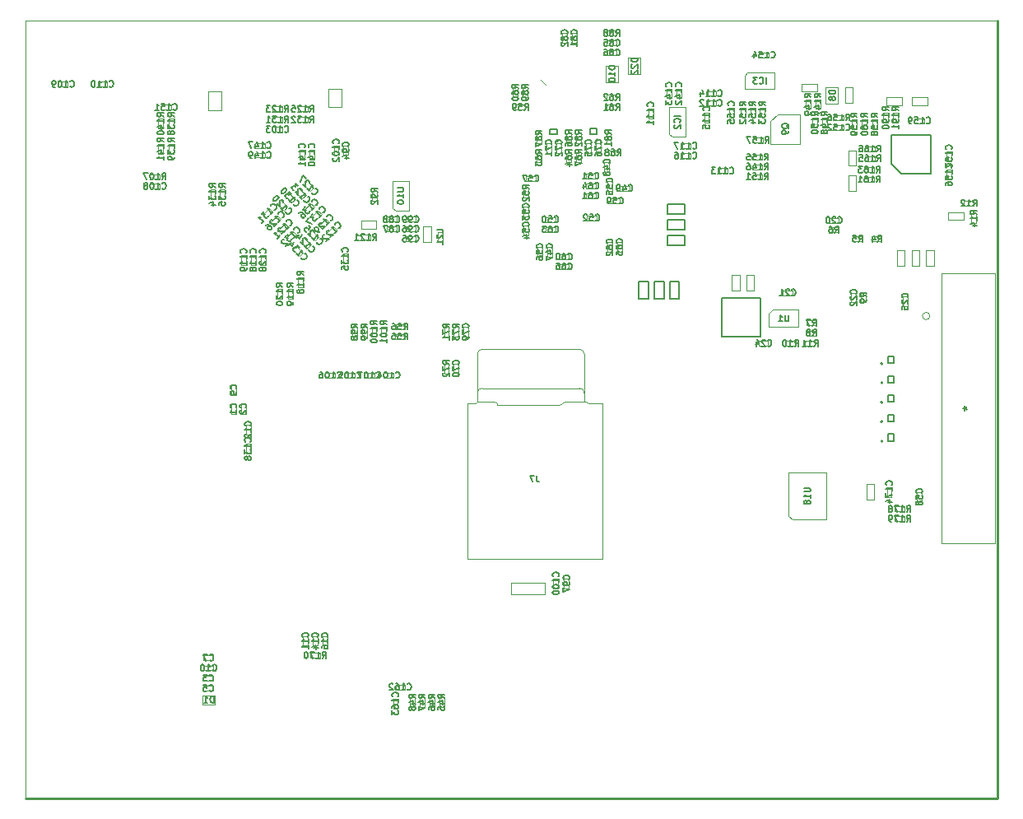
<source format=gbr>
%TF.GenerationSoftware,KiCad,Pcbnew,5.1.9+dfsg1-1*%
%TF.CreationDate,2022-02-21T14:57:18+01:00*%
%TF.ProjectId,sc606-baseboard,73633630-362d-4626-9173-65626f617264,rev?*%
%TF.SameCoordinates,Original*%
%TF.FileFunction,Other,Fab,Bot*%
%FSLAX46Y46*%
G04 Gerber Fmt 4.6, Leading zero omitted, Abs format (unit mm)*
G04 Created by KiCad (PCBNEW 5.1.9+dfsg1-1) date 2022-02-21 14:57:18 commit 2b5f92f*
%MOMM*%
%LPD*%
G01*
G04 APERTURE LIST*
%TA.AperFunction,Profile*%
%ADD10C,0.120000*%
%TD*%
%TA.AperFunction,Profile*%
%ADD11C,0.254000*%
%TD*%
%ADD12C,0.100000*%
%ADD13C,0.120000*%
%ADD14C,0.150000*%
%ADD15C,0.127000*%
%ADD16C,0.200000*%
G04 APERTURE END LIST*
D10*
X175600000Y-42400000D02*
X75600000Y-42400000D01*
D11*
X175600000Y-42400000D02*
X175600000Y-122400000D01*
D10*
X75600000Y-122400000D02*
X75600000Y-42400000D01*
D11*
X175600000Y-122400000D02*
X75600000Y-122400000D01*
D12*
%TO.C,R160*%
X162150000Y-53550000D02*
X162150000Y-52550000D01*
X161650000Y-53550000D02*
X162150000Y-53550000D01*
X161650000Y-52550000D02*
X161650000Y-53550000D01*
X162150000Y-52550000D02*
X161650000Y-52550000D01*
%TO.C,R159*%
X161100000Y-53550000D02*
X161100000Y-52550000D01*
X160600000Y-53550000D02*
X161100000Y-53550000D01*
X160600000Y-52550000D02*
X160600000Y-53550000D01*
X161100000Y-52550000D02*
X160600000Y-52550000D01*
%TO.C,R158*%
X162700000Y-52550000D02*
X162700000Y-53550000D01*
X163200000Y-52550000D02*
X162700000Y-52550000D01*
X163200000Y-53550000D02*
X163200000Y-52550000D01*
X162700000Y-53550000D02*
X163200000Y-53550000D01*
%TO.C,R191*%
X165350000Y-51900000D02*
X164850000Y-51900000D01*
X164850000Y-51900000D02*
X164850000Y-52900000D01*
X164850000Y-52900000D02*
X165350000Y-52900000D01*
X165350000Y-52900000D02*
X165350000Y-51900000D01*
%TO.C,R190*%
X164350000Y-51900000D02*
X163850000Y-51900000D01*
X163850000Y-51900000D02*
X163850000Y-52900000D01*
X163850000Y-52900000D02*
X164350000Y-52900000D01*
X164350000Y-52900000D02*
X164350000Y-51900000D01*
%TO.C,U18*%
X158000000Y-88850000D02*
X154100000Y-88850000D01*
X158000000Y-93750000D02*
X158000000Y-88850000D01*
X154500000Y-93750000D02*
X154100000Y-93350000D01*
X154100000Y-93350000D02*
X154100000Y-88850000D01*
X154500000Y-93750000D02*
X158000000Y-93750000D01*
D13*
%TO.C,R189*%
X162100000Y-91700000D02*
X162100000Y-90100000D01*
X162900000Y-91700000D02*
X162100000Y-91700000D01*
X162900000Y-90100000D02*
X162900000Y-91700000D01*
X162100000Y-90100000D02*
X162900000Y-90100000D01*
D12*
%TO.C,C174*%
X164200000Y-91400000D02*
X164700000Y-91400000D01*
X164700000Y-91400000D02*
X164700000Y-90400000D01*
X164700000Y-90400000D02*
X164200000Y-90400000D01*
X164200000Y-90400000D02*
X164200000Y-91400000D01*
%TO.C,R179*%
X166000000Y-93900000D02*
X166000000Y-93400000D01*
X166000000Y-93400000D02*
X165000000Y-93400000D01*
X165000000Y-93400000D02*
X165000000Y-93900000D01*
X165000000Y-93900000D02*
X166000000Y-93900000D01*
%TO.C,R178*%
X166000000Y-92900000D02*
X166000000Y-92400000D01*
X166000000Y-92400000D02*
X165000000Y-92400000D01*
X165000000Y-92400000D02*
X165000000Y-92900000D01*
X165000000Y-92900000D02*
X166000000Y-92900000D01*
%TO.C,J3*%
X168620100Y-72792780D02*
G75*
G03*
X168620100Y-72792780I-381000J0D01*
G01*
X169844100Y-68406200D02*
X175355900Y-68406200D01*
X169844100Y-96193800D02*
X169844100Y-68406200D01*
X175355900Y-96193800D02*
X169844100Y-96193800D01*
X175355900Y-68406200D02*
X175355900Y-96193800D01*
%TO.C,C163*%
X113400000Y-113150000D02*
X113900000Y-113150000D01*
X113900000Y-113150000D02*
X113900000Y-112150000D01*
X113900000Y-112150000D02*
X113400000Y-112150000D01*
X113400000Y-112150000D02*
X113400000Y-113150000D01*
%TO.C,C162*%
X114650000Y-111200000D02*
X114650000Y-110700000D01*
X114650000Y-110700000D02*
X113650000Y-110700000D01*
X113650000Y-110700000D02*
X113650000Y-111200000D01*
X113650000Y-111200000D02*
X114650000Y-111200000D01*
%TO.C,C138*%
X98250000Y-86950000D02*
X98750000Y-86950000D01*
X98750000Y-86950000D02*
X98750000Y-85950000D01*
X98750000Y-85950000D02*
X98250000Y-85950000D01*
X98250000Y-85950000D02*
X98250000Y-86950000D01*
%TO.C,C22*%
X160550000Y-71400000D02*
X161050000Y-71400000D01*
X161050000Y-71400000D02*
X161050000Y-70400000D01*
X161050000Y-70400000D02*
X160550000Y-70400000D01*
X160550000Y-70400000D02*
X160550000Y-71400000D01*
%TO.C,C12*%
X98750000Y-84000000D02*
X98250000Y-84000000D01*
X98250000Y-84000000D02*
X98250000Y-85000000D01*
X98250000Y-85000000D02*
X98750000Y-85000000D01*
X98750000Y-85000000D02*
X98750000Y-84000000D01*
%TO.C,C9*%
X96750000Y-80900000D02*
X97250000Y-80900000D01*
X97250000Y-80900000D02*
X97250000Y-79900000D01*
X97250000Y-79900000D02*
X96750000Y-79900000D01*
X96750000Y-79900000D02*
X96750000Y-80900000D01*
%TO.C,R135*%
X95600000Y-60800000D02*
X96100000Y-60800000D01*
X96100000Y-60800000D02*
X96100000Y-59800000D01*
X96100000Y-59800000D02*
X95600000Y-59800000D01*
X95600000Y-59800000D02*
X95600000Y-60800000D01*
%TO.C,Q9*%
X152225000Y-52750000D02*
X152225000Y-55075000D01*
X152225000Y-55075000D02*
X155275000Y-55075000D01*
X155275000Y-52025000D02*
X155275000Y-55075000D01*
X152950000Y-52025000D02*
X155275000Y-52025000D01*
X152950000Y-52025000D02*
X152225000Y-52750000D01*
%TO.C,R170*%
X104900000Y-107950000D02*
X105900000Y-107950000D01*
X104900000Y-107450000D02*
X104900000Y-107950000D01*
X105900000Y-107450000D02*
X104900000Y-107450000D01*
X105900000Y-107950000D02*
X105900000Y-107450000D01*
D14*
%TO.C,U14*%
X168700000Y-58150000D02*
X165700000Y-58150000D01*
X168700000Y-54150000D02*
X168700000Y-58150000D01*
X164700000Y-54150000D02*
X168700000Y-54150000D01*
X164700000Y-57150000D02*
X164700000Y-54150000D01*
X165700000Y-58150000D02*
X164700000Y-57150000D01*
D13*
%TO.C,R169*%
X168350000Y-50300000D02*
X168350000Y-51100000D01*
X168350000Y-51100000D02*
X166750000Y-51100000D01*
X166750000Y-51100000D02*
X166750000Y-50300000D01*
X166750000Y-50300000D02*
X168350000Y-50300000D01*
%TO.C,R168*%
X164150000Y-51100000D02*
X164150000Y-50300000D01*
X164150000Y-50300000D02*
X165750000Y-50300000D01*
X165750000Y-50300000D02*
X165750000Y-51100000D01*
X165750000Y-51100000D02*
X164150000Y-51100000D01*
%TO.C,R167*%
X160250000Y-55750000D02*
X161050000Y-55750000D01*
X161050000Y-55750000D02*
X161050000Y-57350000D01*
X161050000Y-57350000D02*
X160250000Y-57350000D01*
X160250000Y-57350000D02*
X160250000Y-55750000D01*
D12*
%TO.C,R166*%
X161950000Y-55850000D02*
X162950000Y-55850000D01*
X161950000Y-55350000D02*
X161950000Y-55850000D01*
X162950000Y-55350000D02*
X161950000Y-55350000D01*
X162950000Y-55850000D02*
X162950000Y-55350000D01*
%TO.C,R165*%
X162950000Y-56350000D02*
X161950000Y-56350000D01*
X162950000Y-56850000D02*
X162950000Y-56350000D01*
X161950000Y-56850000D02*
X162950000Y-56850000D01*
X161950000Y-56350000D02*
X161950000Y-56850000D01*
D13*
%TO.C,R164*%
X161050000Y-59900000D02*
X160250000Y-59900000D01*
X160250000Y-59900000D02*
X160250000Y-58300000D01*
X160250000Y-58300000D02*
X161050000Y-58300000D01*
X161050000Y-58300000D02*
X161050000Y-59900000D01*
D12*
%TO.C,R163*%
X162900000Y-57500000D02*
X161900000Y-57500000D01*
X162900000Y-58000000D02*
X162900000Y-57500000D01*
X161900000Y-58000000D02*
X162900000Y-58000000D01*
X161900000Y-57500000D02*
X161900000Y-58000000D01*
%TO.C,R161*%
X162900000Y-58500000D02*
X161900000Y-58500000D01*
X162900000Y-59000000D02*
X162900000Y-58500000D01*
X161900000Y-59000000D02*
X162900000Y-59000000D01*
X161900000Y-58500000D02*
X161900000Y-59000000D01*
%TO.C,C159*%
X168050000Y-52450000D02*
X167050000Y-52450000D01*
X168050000Y-52950000D02*
X168050000Y-52450000D01*
X167050000Y-52950000D02*
X168050000Y-52950000D01*
X167050000Y-52450000D02*
X167050000Y-52950000D01*
%TO.C,C157*%
X170350000Y-55850000D02*
X170350000Y-56850000D01*
X170850000Y-55850000D02*
X170350000Y-55850000D01*
X170850000Y-56850000D02*
X170850000Y-55850000D01*
X170350000Y-56850000D02*
X170850000Y-56850000D01*
%TO.C,C156*%
X170850000Y-58750000D02*
X170850000Y-57750000D01*
X170350000Y-58750000D02*
X170850000Y-58750000D01*
X170350000Y-57750000D02*
X170350000Y-58750000D01*
X170850000Y-57750000D02*
X170350000Y-57750000D01*
%TO.C,IC3*%
X152625000Y-47725000D02*
X149825000Y-47725000D01*
X149575000Y-48050000D02*
X149575000Y-49475000D01*
X149575000Y-48050000D02*
X149825000Y-47725000D01*
X152625000Y-49475000D02*
X149575000Y-49475000D01*
X152625000Y-47725000D02*
X152625000Y-49475000D01*
%TO.C,C155*%
X148450000Y-52350000D02*
X148450000Y-51350000D01*
X147950000Y-52350000D02*
X148450000Y-52350000D01*
X147950000Y-51350000D02*
X147950000Y-52350000D01*
X148450000Y-51350000D02*
X147950000Y-51350000D01*
%TO.C,C154*%
X151050000Y-46200000D02*
X152050000Y-46200000D01*
X151050000Y-45700000D02*
X151050000Y-46200000D01*
X152050000Y-45700000D02*
X151050000Y-45700000D01*
X152050000Y-46200000D02*
X152050000Y-45700000D01*
%TO.C,R157*%
X151450000Y-54950000D02*
X151450000Y-54450000D01*
X151450000Y-54450000D02*
X150450000Y-54450000D01*
X150450000Y-54450000D02*
X150450000Y-54950000D01*
X150450000Y-54950000D02*
X151450000Y-54950000D01*
%TO.C,R156*%
X158750000Y-52150000D02*
X158750000Y-52650000D01*
X158750000Y-52650000D02*
X159750000Y-52650000D01*
X159750000Y-52650000D02*
X159750000Y-52150000D01*
X159750000Y-52150000D02*
X158750000Y-52150000D01*
%TO.C,R155*%
X151400000Y-56700000D02*
X151400000Y-56200000D01*
X151400000Y-56200000D02*
X150400000Y-56200000D01*
X150400000Y-56200000D02*
X150400000Y-56700000D01*
X150400000Y-56700000D02*
X151400000Y-56700000D01*
%TO.C,R154*%
X150150000Y-52350000D02*
X150650000Y-52350000D01*
X150650000Y-52350000D02*
X150650000Y-51350000D01*
X150650000Y-51350000D02*
X150150000Y-51350000D01*
X150150000Y-51350000D02*
X150150000Y-52350000D01*
%TO.C,R153*%
X151150000Y-52350000D02*
X151650000Y-52350000D01*
X151650000Y-52350000D02*
X151650000Y-51350000D01*
X151650000Y-51350000D02*
X151150000Y-51350000D01*
X151150000Y-51350000D02*
X151150000Y-52350000D01*
%TO.C,R152*%
X149150000Y-52350000D02*
X149650000Y-52350000D01*
X149650000Y-52350000D02*
X149650000Y-51350000D01*
X149650000Y-51350000D02*
X149150000Y-51350000D01*
X149150000Y-51350000D02*
X149150000Y-52350000D01*
%TO.C,R151*%
X151400000Y-58700000D02*
X151400000Y-58200000D01*
X151400000Y-58200000D02*
X150400000Y-58200000D01*
X150400000Y-58200000D02*
X150400000Y-58700000D01*
X150400000Y-58700000D02*
X151400000Y-58700000D01*
%TO.C,R150*%
X157050000Y-52400000D02*
X156550000Y-52400000D01*
X156550000Y-52400000D02*
X156550000Y-53400000D01*
X156550000Y-53400000D02*
X157050000Y-53400000D01*
X157050000Y-53400000D02*
X157050000Y-52400000D01*
%TO.C,R149*%
X156350000Y-50500000D02*
X155850000Y-50500000D01*
X155850000Y-50500000D02*
X155850000Y-51500000D01*
X155850000Y-51500000D02*
X156350000Y-51500000D01*
X156350000Y-51500000D02*
X156350000Y-50500000D01*
%TO.C,R148*%
X158050000Y-52400000D02*
X157550000Y-52400000D01*
X157550000Y-52400000D02*
X157550000Y-53400000D01*
X157550000Y-53400000D02*
X158050000Y-53400000D01*
X158050000Y-53400000D02*
X158050000Y-52400000D01*
%TO.C,R147*%
X157350000Y-50500000D02*
X156850000Y-50500000D01*
X156850000Y-50500000D02*
X156850000Y-51500000D01*
X156850000Y-51500000D02*
X157350000Y-51500000D01*
X157350000Y-51500000D02*
X157350000Y-50500000D01*
%TO.C,R146*%
X151400000Y-57700000D02*
X151400000Y-57200000D01*
X151400000Y-57200000D02*
X150400000Y-57200000D01*
X150400000Y-57200000D02*
X150400000Y-57700000D01*
X150400000Y-57700000D02*
X151400000Y-57700000D01*
%TO.C,D8*%
X159175000Y-50950000D02*
X159175000Y-49250000D01*
X159175000Y-49250000D02*
X157925000Y-49250000D01*
X157925000Y-50950000D02*
X159175000Y-50950000D01*
X157925000Y-50950000D02*
X157925000Y-49250000D01*
%TO.C,C152*%
X158750000Y-53150000D02*
X158750000Y-53650000D01*
X158750000Y-53650000D02*
X159750000Y-53650000D01*
X159750000Y-53650000D02*
X159750000Y-53150000D01*
X159750000Y-53150000D02*
X158750000Y-53150000D01*
D13*
%TO.C,C84*%
X160700000Y-49300000D02*
X160700000Y-50900000D01*
X159900000Y-49300000D02*
X160700000Y-49300000D01*
X159900000Y-50900000D02*
X159900000Y-49300000D01*
X160700000Y-50900000D02*
X159900000Y-50900000D01*
%TO.C,C83*%
X155400000Y-48900000D02*
X157000000Y-48900000D01*
X155400000Y-49700000D02*
X155400000Y-48900000D01*
X157000000Y-49700000D02*
X155400000Y-49700000D01*
X157000000Y-48900000D02*
X157000000Y-49700000D01*
D12*
%TO.C,R141*%
X89750000Y-55100000D02*
X89250000Y-55100000D01*
X89250000Y-55100000D02*
X89250000Y-56100000D01*
X89250000Y-56100000D02*
X89750000Y-56100000D01*
X89750000Y-56100000D02*
X89750000Y-55100000D01*
%TO.C,R140*%
X89750000Y-52500000D02*
X89250000Y-52500000D01*
X89250000Y-52500000D02*
X89250000Y-53500000D01*
X89250000Y-53500000D02*
X89750000Y-53500000D01*
X89750000Y-53500000D02*
X89750000Y-52500000D01*
%TO.C,R139*%
X90850000Y-55100000D02*
X90350000Y-55100000D01*
X90350000Y-55100000D02*
X90350000Y-56100000D01*
X90350000Y-56100000D02*
X90850000Y-56100000D01*
X90850000Y-56100000D02*
X90850000Y-55100000D01*
%TO.C,R138*%
X90850000Y-52500000D02*
X90350000Y-52500000D01*
X90350000Y-52500000D02*
X90350000Y-53500000D01*
X90350000Y-53500000D02*
X90850000Y-53500000D01*
X90850000Y-53500000D02*
X90850000Y-52500000D01*
%TO.C,R132*%
X103600000Y-52350000D02*
X103600000Y-52850000D01*
X103600000Y-52850000D02*
X104600000Y-52850000D01*
X104600000Y-52850000D02*
X104600000Y-52350000D01*
X104600000Y-52350000D02*
X103600000Y-52350000D01*
%TO.C,R131*%
X101010000Y-52350000D02*
X101010000Y-52850000D01*
X101010000Y-52850000D02*
X102010000Y-52850000D01*
X102010000Y-52850000D02*
X102010000Y-52350000D01*
X102010000Y-52350000D02*
X101010000Y-52350000D01*
%TO.C,R125*%
X103600000Y-51250000D02*
X103600000Y-51750000D01*
X103600000Y-51750000D02*
X104600000Y-51750000D01*
X104600000Y-51750000D02*
X104600000Y-51250000D01*
X104600000Y-51250000D02*
X103600000Y-51250000D01*
%TO.C,R123*%
X101000000Y-51250000D02*
X101000000Y-51750000D01*
X101000000Y-51750000D02*
X102000000Y-51750000D01*
X102000000Y-51750000D02*
X102000000Y-51250000D01*
X102000000Y-51250000D02*
X101000000Y-51250000D01*
%TO.C,C143*%
X142050000Y-50400000D02*
X142050000Y-49400000D01*
X141550000Y-50400000D02*
X142050000Y-50400000D01*
X141550000Y-49400000D02*
X141550000Y-50400000D01*
X142050000Y-49400000D02*
X141550000Y-49400000D01*
%TO.C,C142*%
X143050000Y-50400000D02*
X143050000Y-49400000D01*
X142550000Y-50400000D02*
X143050000Y-50400000D01*
X142550000Y-49400000D02*
X142550000Y-50400000D01*
X143050000Y-49400000D02*
X142550000Y-49400000D01*
D13*
%TO.C,C170*%
X94370000Y-51600000D02*
X94370000Y-49700000D01*
X95730000Y-51600000D02*
X95730000Y-49700000D01*
X95725000Y-49700000D02*
X94375000Y-49700000D01*
X95725000Y-51600000D02*
X94375000Y-51600000D01*
%TO.C,C139*%
X108080000Y-49400000D02*
X108080000Y-51300000D01*
X106720000Y-49400000D02*
X106720000Y-51300000D01*
X106725000Y-51300000D02*
X108075000Y-51300000D01*
X106725000Y-49400000D02*
X108075000Y-49400000D01*
D12*
%TO.C,R134*%
X94600000Y-60800000D02*
X95100000Y-60800000D01*
X95100000Y-60800000D02*
X95100000Y-59800000D01*
X95100000Y-59800000D02*
X94600000Y-59800000D01*
X94600000Y-59800000D02*
X94600000Y-60800000D01*
D13*
%TO.C,R13*%
X172100000Y-62900000D02*
X170500000Y-62900000D01*
X172100000Y-62100000D02*
X172100000Y-62900000D01*
X170500000Y-62100000D02*
X172100000Y-62100000D01*
X170500000Y-62900000D02*
X170500000Y-62100000D01*
D12*
%TO.C,C151*%
X89550000Y-51050000D02*
X89550000Y-51550000D01*
X89550000Y-51550000D02*
X90550000Y-51550000D01*
X90550000Y-51550000D02*
X90550000Y-51050000D01*
X90550000Y-51050000D02*
X89550000Y-51050000D01*
%TO.C,C149*%
X99200000Y-56000000D02*
X99200000Y-56500000D01*
X99200000Y-56500000D02*
X100200000Y-56500000D01*
X100200000Y-56500000D02*
X100200000Y-56000000D01*
X100200000Y-56000000D02*
X99200000Y-56000000D01*
%TO.C,J4*%
X128600000Y-48500000D02*
X129100000Y-49000000D01*
%TO.C,U11*%
X129050000Y-100250000D02*
X129050000Y-101450000D01*
X129050000Y-101450000D02*
X125550000Y-101450000D01*
X125550000Y-101450000D02*
X125550000Y-100250000D01*
X125550000Y-100250000D02*
X129050000Y-100250000D01*
%TO.C,U10*%
X113325000Y-58925000D02*
X115075000Y-58925000D01*
X115075000Y-58925000D02*
X115075000Y-61975000D01*
X113650000Y-61975000D02*
X113325000Y-61725000D01*
X113650000Y-61975000D02*
X115075000Y-61975000D01*
X113325000Y-58925000D02*
X113325000Y-61725000D01*
%TO.C,U1*%
X152075000Y-72550000D02*
X152075000Y-73875000D01*
X152500000Y-72125000D02*
X155125000Y-72125000D01*
X152075000Y-72550000D02*
X152500000Y-72125000D01*
X152075000Y-73875000D02*
X155125000Y-73875000D01*
X155125000Y-73875000D02*
X155125000Y-72125000D01*
%TO.C,R121*%
X111100000Y-64950000D02*
X111100000Y-64450000D01*
X111100000Y-64450000D02*
X110100000Y-64450000D01*
X110100000Y-64450000D02*
X110100000Y-64950000D01*
X110100000Y-64950000D02*
X111100000Y-64950000D01*
%TO.C,R120*%
X101500000Y-71050000D02*
X102000000Y-71050000D01*
X102000000Y-71050000D02*
X102000000Y-70050000D01*
X102000000Y-70050000D02*
X101500000Y-70050000D01*
X101500000Y-70050000D02*
X101500000Y-71050000D01*
%TO.C,R119*%
X102600000Y-71050000D02*
X103100000Y-71050000D01*
X103100000Y-71050000D02*
X103100000Y-70050000D01*
X103100000Y-70050000D02*
X102600000Y-70050000D01*
X102600000Y-70050000D02*
X102600000Y-71050000D01*
%TO.C,R118*%
X104150000Y-68800000D02*
X103650000Y-68800000D01*
X103650000Y-68800000D02*
X103650000Y-69800000D01*
X103650000Y-69800000D02*
X104150000Y-69800000D01*
X104150000Y-69800000D02*
X104150000Y-68800000D01*
D13*
%TO.C,R113*%
X110100000Y-63000000D02*
X111700000Y-63000000D01*
X110100000Y-63800000D02*
X110100000Y-63000000D01*
X111700000Y-63800000D02*
X110100000Y-63800000D01*
X111700000Y-63000000D02*
X111700000Y-63800000D01*
D12*
%TO.C,R107*%
X88400000Y-58200000D02*
X88400000Y-58700000D01*
X88400000Y-58700000D02*
X89400000Y-58700000D01*
X89400000Y-58700000D02*
X89400000Y-58200000D01*
X89400000Y-58200000D02*
X88400000Y-58200000D01*
%TO.C,R101*%
X112700000Y-73900000D02*
X112200000Y-73900000D01*
X112200000Y-73900000D02*
X112200000Y-74900000D01*
X112200000Y-74900000D02*
X112700000Y-74900000D01*
X112700000Y-74900000D02*
X112700000Y-73900000D01*
%TO.C,R100*%
X111700000Y-73900000D02*
X111200000Y-73900000D01*
X111200000Y-73900000D02*
X111200000Y-74900000D01*
X111200000Y-74900000D02*
X111700000Y-74900000D01*
X111700000Y-74900000D02*
X111700000Y-73900000D01*
%TO.C,R99*%
X110700000Y-73900000D02*
X110200000Y-73900000D01*
X110200000Y-73900000D02*
X110200000Y-74900000D01*
X110200000Y-74900000D02*
X110700000Y-74900000D01*
X110700000Y-74900000D02*
X110700000Y-73900000D01*
%TO.C,R98*%
X109700000Y-73900000D02*
X109200000Y-73900000D01*
X109200000Y-73900000D02*
X109200000Y-74900000D01*
X109200000Y-74900000D02*
X109700000Y-74900000D01*
X109700000Y-74900000D02*
X109700000Y-73900000D01*
D13*
%TO.C,R94*%
X116500000Y-65150000D02*
X116500000Y-63550000D01*
X117300000Y-65150000D02*
X116500000Y-65150000D01*
X117300000Y-63550000D02*
X117300000Y-65150000D01*
X116500000Y-63550000D02*
X117300000Y-63550000D01*
D12*
%TO.C,R92*%
X111250000Y-60950000D02*
X111750000Y-60950000D01*
X111750000Y-60950000D02*
X111750000Y-59950000D01*
X111750000Y-59950000D02*
X111250000Y-59950000D01*
X111250000Y-59950000D02*
X111250000Y-60950000D01*
%TO.C,R89*%
X127250000Y-49300000D02*
X126750000Y-49300000D01*
X126750000Y-49300000D02*
X126750000Y-50300000D01*
X126750000Y-50300000D02*
X127250000Y-50300000D01*
X127250000Y-50300000D02*
X127250000Y-49300000D01*
%TO.C,R88*%
X136400000Y-43950000D02*
X136400000Y-43450000D01*
X136400000Y-43450000D02*
X135400000Y-43450000D01*
X135400000Y-43450000D02*
X135400000Y-43950000D01*
X135400000Y-43950000D02*
X136400000Y-43950000D01*
%TO.C,R87*%
X128650000Y-54000000D02*
X128150000Y-54000000D01*
X128150000Y-54000000D02*
X128150000Y-55000000D01*
X128150000Y-55000000D02*
X128650000Y-55000000D01*
X128650000Y-55000000D02*
X128650000Y-54000000D01*
%TO.C,R86*%
X131730000Y-53990000D02*
X131230000Y-53990000D01*
X131230000Y-53990000D02*
X131230000Y-54990000D01*
X131230000Y-54990000D02*
X131730000Y-54990000D01*
X131730000Y-54990000D02*
X131730000Y-53990000D01*
%TO.C,R82*%
X132751428Y-53990000D02*
X132251428Y-53990000D01*
X132251428Y-53990000D02*
X132251428Y-54990000D01*
X132251428Y-54990000D02*
X132751428Y-54990000D01*
X132751428Y-54990000D02*
X132751428Y-53990000D01*
%TO.C,R81*%
X135830000Y-53990000D02*
X135330000Y-53990000D01*
X135330000Y-53990000D02*
X135330000Y-54990000D01*
X135330000Y-54990000D02*
X135830000Y-54990000D01*
X135830000Y-54990000D02*
X135830000Y-53990000D01*
%TO.C,R73*%
X119650000Y-74900000D02*
X120150000Y-74900000D01*
X120150000Y-74900000D02*
X120150000Y-73900000D01*
X120150000Y-73900000D02*
X119650000Y-73900000D01*
X119650000Y-73900000D02*
X119650000Y-74900000D01*
%TO.C,R72*%
X119150000Y-77700000D02*
X118650000Y-77700000D01*
X118650000Y-77700000D02*
X118650000Y-78700000D01*
X118650000Y-78700000D02*
X119150000Y-78700000D01*
X119150000Y-78700000D02*
X119150000Y-77700000D01*
%TO.C,R71*%
X118650000Y-74900000D02*
X119150000Y-74900000D01*
X119150000Y-74900000D02*
X119150000Y-73900000D01*
X119150000Y-73900000D02*
X118650000Y-73900000D01*
X118650000Y-73900000D02*
X118650000Y-74900000D01*
%TO.C,R68*%
X136550000Y-56250000D02*
X136550000Y-55750000D01*
X136550000Y-55750000D02*
X135550000Y-55750000D01*
X135550000Y-55750000D02*
X135550000Y-56250000D01*
X135550000Y-56250000D02*
X136550000Y-56250000D01*
%TO.C,R67*%
X132250000Y-56990000D02*
X132750000Y-56990000D01*
X132750000Y-56990000D02*
X132750000Y-55990000D01*
X132750000Y-55990000D02*
X132250000Y-55990000D01*
X132250000Y-55990000D02*
X132250000Y-56990000D01*
%TO.C,R64*%
X131230000Y-57000000D02*
X131730000Y-57000000D01*
X131730000Y-57000000D02*
X131730000Y-56000000D01*
X131730000Y-56000000D02*
X131230000Y-56000000D01*
X131230000Y-56000000D02*
X131230000Y-57000000D01*
%TO.C,R63*%
X128150000Y-57000000D02*
X128650000Y-57000000D01*
X128650000Y-57000000D02*
X128650000Y-56000000D01*
X128650000Y-56000000D02*
X128150000Y-56000000D01*
X128150000Y-56000000D02*
X128150000Y-57000000D01*
%TO.C,R62*%
X136400000Y-50550000D02*
X136400000Y-50050000D01*
X136400000Y-50050000D02*
X135400000Y-50050000D01*
X135400000Y-50050000D02*
X135400000Y-50550000D01*
X135400000Y-50550000D02*
X136400000Y-50550000D01*
%TO.C,R61*%
X136400000Y-51550000D02*
X136400000Y-51050000D01*
X136400000Y-51050000D02*
X135400000Y-51050000D01*
X135400000Y-51050000D02*
X135400000Y-51550000D01*
X135400000Y-51550000D02*
X136400000Y-51550000D01*
%TO.C,R60*%
X125750000Y-50300000D02*
X126250000Y-50300000D01*
X126250000Y-50300000D02*
X126250000Y-49300000D01*
X126250000Y-49300000D02*
X125750000Y-49300000D01*
X125750000Y-49300000D02*
X125750000Y-50300000D01*
%TO.C,R59*%
X126000000Y-51050000D02*
X126000000Y-51550000D01*
X126000000Y-51550000D02*
X127000000Y-51550000D01*
X127000000Y-51550000D02*
X127000000Y-51050000D01*
X127000000Y-51050000D02*
X126000000Y-51050000D01*
%TO.C,R56*%
X114600000Y-74150000D02*
X114600000Y-73650000D01*
X114600000Y-73650000D02*
X113600000Y-73650000D01*
X113600000Y-73650000D02*
X113600000Y-74150000D01*
X113600000Y-74150000D02*
X114600000Y-74150000D01*
%TO.C,R55*%
X114600000Y-75150000D02*
X114600000Y-74650000D01*
X114600000Y-74650000D02*
X113600000Y-74650000D01*
X113600000Y-74650000D02*
X113600000Y-75150000D01*
X113600000Y-75150000D02*
X114600000Y-75150000D01*
%TO.C,R52*%
X126830000Y-60630000D02*
X127330000Y-60630000D01*
X127330000Y-60630000D02*
X127330000Y-59630000D01*
X127330000Y-59630000D02*
X126830000Y-59630000D01*
X126830000Y-59630000D02*
X126830000Y-60630000D01*
%TO.C,R48*%
X115650000Y-112000000D02*
X115150000Y-112000000D01*
X115150000Y-112000000D02*
X115150000Y-113000000D01*
X115150000Y-113000000D02*
X115650000Y-113000000D01*
X115650000Y-113000000D02*
X115650000Y-112000000D01*
%TO.C,R47*%
X116650000Y-112000000D02*
X116150000Y-112000000D01*
X116150000Y-112000000D02*
X116150000Y-113000000D01*
X116150000Y-113000000D02*
X116650000Y-113000000D01*
X116650000Y-113000000D02*
X116650000Y-112000000D01*
%TO.C,R46*%
X117650000Y-112000000D02*
X117150000Y-112000000D01*
X117150000Y-112000000D02*
X117150000Y-113000000D01*
X117150000Y-113000000D02*
X117650000Y-113000000D01*
X117650000Y-113000000D02*
X117650000Y-112000000D01*
%TO.C,R45*%
X118650000Y-112000000D02*
X118150000Y-112000000D01*
X118150000Y-112000000D02*
X118150000Y-113000000D01*
X118150000Y-113000000D02*
X118650000Y-113000000D01*
X118650000Y-113000000D02*
X118650000Y-112000000D01*
%TO.C,R14*%
X173400000Y-62250000D02*
X172900000Y-62250000D01*
X172900000Y-62250000D02*
X172900000Y-63250000D01*
X172900000Y-63250000D02*
X173400000Y-63250000D01*
X173400000Y-63250000D02*
X173400000Y-62250000D01*
%TO.C,R12*%
X172150000Y-60950000D02*
X172150000Y-61450000D01*
X172150000Y-61450000D02*
X173150000Y-61450000D01*
X173150000Y-61450000D02*
X173150000Y-60950000D01*
X173150000Y-60950000D02*
X172150000Y-60950000D01*
%TO.C,R11*%
X155800000Y-75350000D02*
X155800000Y-75850000D01*
X155800000Y-75850000D02*
X156800000Y-75850000D01*
X156800000Y-75850000D02*
X156800000Y-75350000D01*
X156800000Y-75350000D02*
X155800000Y-75350000D01*
%TO.C,R10*%
X153800000Y-75350000D02*
X153800000Y-75850000D01*
X153800000Y-75850000D02*
X154800000Y-75850000D01*
X154800000Y-75850000D02*
X154800000Y-75350000D01*
X154800000Y-75350000D02*
X153800000Y-75350000D01*
%TO.C,R9*%
X162050000Y-70400000D02*
X161550000Y-70400000D01*
X161550000Y-70400000D02*
X161550000Y-71400000D01*
X161550000Y-71400000D02*
X162050000Y-71400000D01*
X162050000Y-71400000D02*
X162050000Y-70400000D01*
%TO.C,R8*%
X155950000Y-74300000D02*
X155950000Y-74800000D01*
X155950000Y-74800000D02*
X156950000Y-74800000D01*
X156950000Y-74800000D02*
X156950000Y-74300000D01*
X156950000Y-74300000D02*
X155950000Y-74300000D01*
%TO.C,R7*%
X156950000Y-73750000D02*
X156950000Y-73250000D01*
X156950000Y-73250000D02*
X155950000Y-73250000D01*
X155950000Y-73250000D02*
X155950000Y-73750000D01*
X155950000Y-73750000D02*
X156950000Y-73750000D01*
%TO.C,R6*%
X158250000Y-63700000D02*
X158250000Y-64200000D01*
X158250000Y-64200000D02*
X159250000Y-64200000D01*
X159250000Y-64200000D02*
X159250000Y-63700000D01*
X159250000Y-63700000D02*
X158250000Y-63700000D01*
%TO.C,R5*%
X161700000Y-65100000D02*
X161700000Y-64600000D01*
X161700000Y-64600000D02*
X160700000Y-64600000D01*
X160700000Y-64600000D02*
X160700000Y-65100000D01*
X160700000Y-65100000D02*
X161700000Y-65100000D01*
%TO.C,R4*%
X163650000Y-65100000D02*
X163650000Y-64600000D01*
X163650000Y-64600000D02*
X162650000Y-64600000D01*
X162650000Y-64600000D02*
X162650000Y-65100000D01*
X162650000Y-65100000D02*
X163650000Y-65100000D01*
%TO.C,L21*%
X118000000Y-65150000D02*
X118500000Y-65150000D01*
X118500000Y-65150000D02*
X118500000Y-64150000D01*
X118500000Y-64150000D02*
X118000000Y-64150000D01*
X118000000Y-64150000D02*
X118000000Y-65150000D01*
D15*
%TO.C,L18*%
X133670000Y-54055000D02*
X133670000Y-53505000D01*
X133670000Y-53505000D02*
X134370000Y-53505000D01*
X134370000Y-53505000D02*
X134370000Y-54055000D01*
X134370000Y-54055000D02*
X133670000Y-54055000D01*
D16*
X134495000Y-54705000D02*
G75*
G03*
X134495000Y-54705000I-100000J0D01*
G01*
D15*
%TO.C,L16*%
X129550000Y-54125000D02*
X129550000Y-53575000D01*
X129550000Y-53575000D02*
X130250000Y-53575000D01*
X130250000Y-53575000D02*
X130250000Y-54125000D01*
X130250000Y-54125000D02*
X129550000Y-54125000D01*
D16*
X130375000Y-54775000D02*
G75*
G03*
X130375000Y-54775000I-100000J0D01*
G01*
D15*
%TO.C,L15*%
X141600000Y-62300000D02*
X143400000Y-62300000D01*
X141600000Y-61300000D02*
X143400000Y-61300000D01*
X141600000Y-62300000D02*
X141600000Y-61300000D01*
X143400000Y-62300000D02*
X143400000Y-61300000D01*
%TO.C,L14*%
X141600000Y-63900000D02*
X143400000Y-63900000D01*
X141600000Y-62900000D02*
X143400000Y-62900000D01*
X141600000Y-63900000D02*
X141600000Y-62900000D01*
X143400000Y-63900000D02*
X143400000Y-62900000D01*
%TO.C,L13*%
X141600000Y-65500000D02*
X143400000Y-65500000D01*
X141600000Y-64500000D02*
X143400000Y-64500000D01*
X141600000Y-65500000D02*
X141600000Y-64500000D01*
X143400000Y-65500000D02*
X143400000Y-64500000D01*
%TO.C,L12*%
X164325000Y-84950000D02*
X164875000Y-84950000D01*
X164875000Y-84950000D02*
X164875000Y-85650000D01*
X164875000Y-85650000D02*
X164325000Y-85650000D01*
X164325000Y-85650000D02*
X164325000Y-84950000D01*
D16*
X163775000Y-85675000D02*
G75*
G03*
X163775000Y-85675000I-100000J0D01*
G01*
D15*
%TO.C,L11*%
X164325000Y-82950000D02*
X164875000Y-82950000D01*
X164875000Y-82950000D02*
X164875000Y-83650000D01*
X164875000Y-83650000D02*
X164325000Y-83650000D01*
X164325000Y-83650000D02*
X164325000Y-82950000D01*
D16*
X163775000Y-83675000D02*
G75*
G03*
X163775000Y-83675000I-100000J0D01*
G01*
D15*
%TO.C,L10*%
X164325000Y-80950000D02*
X164875000Y-80950000D01*
X164875000Y-80950000D02*
X164875000Y-81650000D01*
X164875000Y-81650000D02*
X164325000Y-81650000D01*
X164325000Y-81650000D02*
X164325000Y-80950000D01*
D16*
X163775000Y-81675000D02*
G75*
G03*
X163775000Y-81675000I-100000J0D01*
G01*
D15*
%TO.C,L9*%
X164325000Y-78950000D02*
X164875000Y-78950000D01*
X164875000Y-78950000D02*
X164875000Y-79650000D01*
X164875000Y-79650000D02*
X164325000Y-79650000D01*
X164325000Y-79650000D02*
X164325000Y-78950000D01*
D16*
X163775000Y-79675000D02*
G75*
G03*
X163775000Y-79675000I-100000J0D01*
G01*
D15*
%TO.C,L8*%
X164325000Y-76950000D02*
X164875000Y-76950000D01*
X164875000Y-76950000D02*
X164875000Y-77650000D01*
X164875000Y-77650000D02*
X164325000Y-77650000D01*
X164325000Y-77650000D02*
X164325000Y-76950000D01*
D16*
X163775000Y-77675000D02*
G75*
G03*
X163775000Y-77675000I-100000J0D01*
G01*
D15*
%TO.C,L7*%
X138650000Y-69250000D02*
X138650000Y-71050000D01*
X139650000Y-69250000D02*
X139650000Y-71050000D01*
X138650000Y-69250000D02*
X139650000Y-69250000D01*
X138650000Y-71050000D02*
X139650000Y-71050000D01*
%TO.C,L6*%
X141850000Y-69250000D02*
X141850000Y-71050000D01*
X142850000Y-69250000D02*
X142850000Y-71050000D01*
X141850000Y-69250000D02*
X142850000Y-69250000D01*
X141850000Y-71050000D02*
X142850000Y-71050000D01*
%TO.C,L5*%
X140250000Y-69250000D02*
X140250000Y-71050000D01*
X141250000Y-69250000D02*
X141250000Y-71050000D01*
X140250000Y-69250000D02*
X141250000Y-69250000D01*
X140250000Y-71050000D02*
X141250000Y-71050000D01*
D14*
%TO.C,L1*%
X147200000Y-70900000D02*
X147200000Y-74900000D01*
X151200000Y-74900000D02*
X151200000Y-70900000D01*
X151200000Y-70900000D02*
X147200000Y-70900000D01*
X147200000Y-74900000D02*
X151200000Y-74900000D01*
D12*
%TO.C,J7*%
X124085000Y-81815000D02*
X124085000Y-81965000D01*
X121885000Y-81815000D02*
X121075000Y-81815000D01*
X133485000Y-81815000D02*
X134925000Y-81815000D01*
X123885000Y-81615000D02*
X122085000Y-81615000D01*
X124085000Y-81815000D02*
X123885000Y-81615000D01*
X122085000Y-81615000D02*
X121885000Y-81815000D01*
X131035000Y-81615000D02*
X130510000Y-81965000D01*
X133285000Y-81615000D02*
X133485000Y-81815000D01*
X133285000Y-81615000D02*
X131035000Y-81615000D01*
X121075000Y-81815000D02*
X121075000Y-97765000D01*
X134925000Y-81815000D02*
X134925000Y-97765000D01*
X134925000Y-97765000D02*
X121075000Y-97765000D01*
X130510000Y-81965000D02*
X124085000Y-81965000D01*
X122575000Y-80215000D02*
X132575000Y-80215000D01*
X122575000Y-76215000D02*
X132575000Y-76215000D01*
X133075000Y-76715000D02*
X133075000Y-81615000D01*
X122075000Y-81615000D02*
X122075000Y-76715000D01*
X132575000Y-80215000D02*
G75*
G02*
X133075000Y-80715000I0J-500000D01*
G01*
X122075000Y-80715000D02*
G75*
G02*
X122575000Y-80215000I500000J0D01*
G01*
X132575000Y-76215000D02*
G75*
G02*
X133075000Y-76715000I0J-500000D01*
G01*
X122075000Y-76715000D02*
G75*
G02*
X122575000Y-76215000I500000J0D01*
G01*
%TO.C,IC2*%
X141775000Y-51325000D02*
X143525000Y-51325000D01*
X143525000Y-51325000D02*
X143525000Y-54375000D01*
X142100000Y-54375000D02*
X141775000Y-54125000D01*
X142100000Y-54375000D02*
X143525000Y-54375000D01*
X141775000Y-51325000D02*
X141775000Y-54125000D01*
%TO.C,D22*%
X138825000Y-47950000D02*
X138825000Y-46250000D01*
X138825000Y-46250000D02*
X137575000Y-46250000D01*
X137575000Y-47950000D02*
X138825000Y-47950000D01*
X137575000Y-47950000D02*
X137575000Y-46250000D01*
%TO.C,D10*%
X136525000Y-48750000D02*
X136525000Y-47050000D01*
X136525000Y-47050000D02*
X135275000Y-47050000D01*
X135275000Y-48750000D02*
X136525000Y-48750000D01*
X135275000Y-48750000D02*
X135275000Y-47050000D01*
%TO.C,D1*%
X95100000Y-111875000D02*
X93800000Y-111875000D01*
X93800000Y-111875000D02*
X93800000Y-112725000D01*
X95100000Y-112725000D02*
X95100000Y-111875000D01*
X95100000Y-112725000D02*
X93800000Y-112725000D01*
%TO.C,C147*%
X99200000Y-55000000D02*
X99200000Y-55500000D01*
X99200000Y-55500000D02*
X100200000Y-55500000D01*
X100200000Y-55500000D02*
X100200000Y-55000000D01*
X100200000Y-55000000D02*
X99200000Y-55000000D01*
%TO.C,C141*%
X104300000Y-55700000D02*
X103800000Y-55700000D01*
X103800000Y-55700000D02*
X103800000Y-56700000D01*
X103800000Y-56700000D02*
X104300000Y-56700000D01*
X104300000Y-56700000D02*
X104300000Y-55700000D01*
%TO.C,C140*%
X105300000Y-55700000D02*
X104800000Y-55700000D01*
X104800000Y-55700000D02*
X104800000Y-56700000D01*
X104800000Y-56700000D02*
X105300000Y-56700000D01*
X105300000Y-56700000D02*
X105300000Y-55700000D01*
%TO.C,C137*%
X106030330Y-62323223D02*
X105676777Y-61969670D01*
X105676777Y-61969670D02*
X104969670Y-62676777D01*
X104969670Y-62676777D02*
X105323223Y-63030330D01*
X105323223Y-63030330D02*
X106030330Y-62323223D01*
%TO.C,C136*%
X105273277Y-61580276D02*
X104919724Y-61226723D01*
X104919724Y-61226723D02*
X104212617Y-61933830D01*
X104212617Y-61933830D02*
X104566170Y-62287383D01*
X104566170Y-62287383D02*
X105273277Y-61580276D01*
%TO.C,C135*%
X108250000Y-67400000D02*
X108750000Y-67400000D01*
X108750000Y-67400000D02*
X108750000Y-66400000D01*
X108750000Y-66400000D02*
X108250000Y-66400000D01*
X108250000Y-66400000D02*
X108250000Y-67400000D01*
%TO.C,C134*%
X103423223Y-65569670D02*
X103069670Y-65923223D01*
X103069670Y-65923223D02*
X103776777Y-66630330D01*
X103776777Y-66630330D02*
X104130330Y-66276777D01*
X104130330Y-66276777D02*
X103423223Y-65569670D01*
%TO.C,C132*%
X103430330Y-64423223D02*
X103076777Y-64069670D01*
X103076777Y-64069670D02*
X102369670Y-64776777D01*
X102369670Y-64776777D02*
X102723223Y-65130330D01*
X102723223Y-65130330D02*
X103430330Y-64423223D01*
%TO.C,C131*%
X101030330Y-62023223D02*
X100676777Y-61669670D01*
X100676777Y-61669670D02*
X99969670Y-62376777D01*
X99969670Y-62376777D02*
X100323223Y-62730330D01*
X100323223Y-62730330D02*
X101030330Y-62023223D01*
%TO.C,C130*%
X102976777Y-61130330D02*
X103330330Y-60776777D01*
X103330330Y-60776777D02*
X102623223Y-60069670D01*
X102623223Y-60069670D02*
X102269670Y-60423223D01*
X102269670Y-60423223D02*
X102976777Y-61130330D01*
%TO.C,C129*%
X105769670Y-63476777D02*
X106123223Y-63830330D01*
X106123223Y-63830330D02*
X106830330Y-63123223D01*
X106830330Y-63123223D02*
X106476777Y-62769670D01*
X106476777Y-62769670D02*
X105769670Y-63476777D01*
%TO.C,C128*%
X100280000Y-66520000D02*
X99780000Y-66520000D01*
X99780000Y-66520000D02*
X99780000Y-67520000D01*
X99780000Y-67520000D02*
X100280000Y-67520000D01*
X100280000Y-67520000D02*
X100280000Y-66520000D01*
%TO.C,C127*%
X104876777Y-59930330D02*
X105230330Y-59576777D01*
X105230330Y-59576777D02*
X104523223Y-58869670D01*
X104523223Y-58869670D02*
X104169670Y-59223223D01*
X104169670Y-59223223D02*
X104876777Y-59930330D01*
%TO.C,C126*%
X100769670Y-63176777D02*
X101123223Y-63530330D01*
X101123223Y-63530330D02*
X101830330Y-62823223D01*
X101830330Y-62823223D02*
X101476777Y-62469670D01*
X101476777Y-62469670D02*
X100769670Y-63176777D01*
%TO.C,C125*%
X105023223Y-63969670D02*
X104669670Y-64323223D01*
X104669670Y-64323223D02*
X105376777Y-65030330D01*
X105376777Y-65030330D02*
X105730330Y-64676777D01*
X105730330Y-64676777D02*
X105023223Y-63969670D01*
%TO.C,C124*%
X104576777Y-65830330D02*
X104930330Y-65476777D01*
X104930330Y-65476777D02*
X104223223Y-64769670D01*
X104223223Y-64769670D02*
X103869670Y-65123223D01*
X103869670Y-65123223D02*
X104576777Y-65830330D01*
%TO.C,C123*%
X104076777Y-60730330D02*
X104430330Y-60376777D01*
X104430330Y-60376777D02*
X103723223Y-59669670D01*
X103723223Y-59669670D02*
X103369670Y-60023223D01*
X103369670Y-60023223D02*
X104076777Y-60730330D01*
%TO.C,C122*%
X107630330Y-63923223D02*
X107276777Y-63569670D01*
X107276777Y-63569670D02*
X106569670Y-64276777D01*
X106569670Y-64276777D02*
X106923223Y-64630330D01*
X106923223Y-64630330D02*
X107630330Y-63923223D01*
%TO.C,C121*%
X102630330Y-63623223D02*
X102276777Y-63269670D01*
X102276777Y-63269670D02*
X101569670Y-63976777D01*
X101569670Y-63976777D02*
X101923223Y-64330330D01*
X101923223Y-64330330D02*
X102630330Y-63623223D01*
%TO.C,C120*%
X102176777Y-61930330D02*
X102530330Y-61576777D01*
X102530330Y-61576777D02*
X101823223Y-60869670D01*
X101823223Y-60869670D02*
X101469670Y-61223223D01*
X101469670Y-61223223D02*
X102176777Y-61930330D01*
%TO.C,C119*%
X98280000Y-66520000D02*
X97780000Y-66520000D01*
X97780000Y-66520000D02*
X97780000Y-67520000D01*
X97780000Y-67520000D02*
X98280000Y-67520000D01*
X98280000Y-67520000D02*
X98280000Y-66520000D01*
%TO.C,C118*%
X99280000Y-66520000D02*
X98780000Y-66520000D01*
X98780000Y-66520000D02*
X98780000Y-67520000D01*
X98780000Y-67520000D02*
X99280000Y-67520000D01*
X99280000Y-67520000D02*
X99280000Y-66520000D01*
%TO.C,C117*%
X144000000Y-55550000D02*
X144000000Y-55050000D01*
X144000000Y-55050000D02*
X143000000Y-55050000D01*
X143000000Y-55050000D02*
X143000000Y-55550000D01*
X143000000Y-55550000D02*
X144000000Y-55550000D01*
%TO.C,C116*%
X143000000Y-56050000D02*
X143000000Y-56550000D01*
X143000000Y-56550000D02*
X144000000Y-56550000D01*
X144000000Y-56550000D02*
X144000000Y-56050000D01*
X144000000Y-56050000D02*
X143000000Y-56050000D01*
%TO.C,C115*%
X145400000Y-52900000D02*
X145900000Y-52900000D01*
X145900000Y-52900000D02*
X145900000Y-51900000D01*
X145900000Y-51900000D02*
X145400000Y-51900000D01*
X145400000Y-51900000D02*
X145400000Y-52900000D01*
%TO.C,C114*%
X145600000Y-49650000D02*
X145600000Y-50150000D01*
X145600000Y-50150000D02*
X146600000Y-50150000D01*
X146600000Y-50150000D02*
X146600000Y-49650000D01*
X146600000Y-49650000D02*
X145600000Y-49650000D01*
%TO.C,C113*%
X147800000Y-58100000D02*
X147800000Y-57600000D01*
X147800000Y-57600000D02*
X146800000Y-57600000D01*
X146800000Y-57600000D02*
X146800000Y-58100000D01*
X146800000Y-58100000D02*
X147800000Y-58100000D01*
%TO.C,C112*%
X145600000Y-50650000D02*
X145600000Y-51150000D01*
X145600000Y-51150000D02*
X146600000Y-51150000D01*
X146600000Y-51150000D02*
X146600000Y-50650000D01*
X146600000Y-50650000D02*
X145600000Y-50650000D01*
%TO.C,C111*%
X140150000Y-51450000D02*
X139650000Y-51450000D01*
X139650000Y-51450000D02*
X139650000Y-52450000D01*
X139650000Y-52450000D02*
X140150000Y-52450000D01*
X140150000Y-52450000D02*
X140150000Y-51450000D01*
%TO.C,C110*%
X83000000Y-48700000D02*
X83000000Y-49200000D01*
X83000000Y-49200000D02*
X84000000Y-49200000D01*
X84000000Y-49200000D02*
X84000000Y-48700000D01*
X84000000Y-48700000D02*
X83000000Y-48700000D01*
%TO.C,C109*%
X79950000Y-49200000D02*
X79950000Y-48700000D01*
X79950000Y-48700000D02*
X78950000Y-48700000D01*
X78950000Y-48700000D02*
X78950000Y-49200000D01*
X78950000Y-49200000D02*
X79950000Y-49200000D01*
%TO.C,C108*%
X88400000Y-59200000D02*
X88400000Y-59700000D01*
X88400000Y-59700000D02*
X89400000Y-59700000D01*
X89400000Y-59700000D02*
X89400000Y-59200000D01*
X89400000Y-59200000D02*
X88400000Y-59200000D01*
%TO.C,C107*%
X111450000Y-79150000D02*
X111450000Y-78650000D01*
X111450000Y-78650000D02*
X110450000Y-78650000D01*
X110450000Y-78650000D02*
X110450000Y-79150000D01*
X110450000Y-79150000D02*
X111450000Y-79150000D01*
%TO.C,C106*%
X106450000Y-78650000D02*
X106450000Y-79150000D01*
X106450000Y-79150000D02*
X107450000Y-79150000D01*
X107450000Y-79150000D02*
X107450000Y-78650000D01*
X107450000Y-78650000D02*
X106450000Y-78650000D01*
%TO.C,C105*%
X109450000Y-79150000D02*
X109450000Y-78650000D01*
X109450000Y-78650000D02*
X108450000Y-78650000D01*
X108450000Y-78650000D02*
X108450000Y-79150000D01*
X108450000Y-79150000D02*
X109450000Y-79150000D01*
%TO.C,C104*%
X112450000Y-78650000D02*
X112450000Y-79150000D01*
X112450000Y-79150000D02*
X113450000Y-79150000D01*
X113450000Y-79150000D02*
X113450000Y-78650000D01*
X113450000Y-78650000D02*
X112450000Y-78650000D01*
%TO.C,C103*%
X101000000Y-53350000D02*
X101000000Y-53850000D01*
X101000000Y-53850000D02*
X102000000Y-53850000D01*
X102000000Y-53850000D02*
X102000000Y-53350000D01*
X102000000Y-53350000D02*
X101000000Y-53350000D01*
%TO.C,C102*%
X107800000Y-55250000D02*
X107300000Y-55250000D01*
X107300000Y-55250000D02*
X107300000Y-56250000D01*
X107300000Y-56250000D02*
X107800000Y-56250000D01*
X107800000Y-56250000D02*
X107800000Y-55250000D01*
%TO.C,C100*%
X130400000Y-99800000D02*
X129900000Y-99800000D01*
X129900000Y-99800000D02*
X129900000Y-100800000D01*
X129900000Y-100800000D02*
X130400000Y-100800000D01*
X130400000Y-100800000D02*
X130400000Y-99800000D01*
%TO.C,C99*%
X115700000Y-63100000D02*
X115700000Y-62600000D01*
X115700000Y-62600000D02*
X114700000Y-62600000D01*
X114700000Y-62600000D02*
X114700000Y-63100000D01*
X114700000Y-63100000D02*
X115700000Y-63100000D01*
%TO.C,C97*%
X131500000Y-99800000D02*
X131000000Y-99800000D01*
X131000000Y-99800000D02*
X131000000Y-100800000D01*
X131000000Y-100800000D02*
X131500000Y-100800000D01*
X131500000Y-100800000D02*
X131500000Y-99800000D01*
%TO.C,C96*%
X115700000Y-64100000D02*
X115700000Y-63600000D01*
X115700000Y-63600000D02*
X114700000Y-63600000D01*
X114700000Y-63600000D02*
X114700000Y-64100000D01*
X114700000Y-64100000D02*
X115700000Y-64100000D01*
%TO.C,C95*%
X115700000Y-65100000D02*
X115700000Y-64600000D01*
X115700000Y-64600000D02*
X114700000Y-64600000D01*
X114700000Y-64600000D02*
X114700000Y-65100000D01*
X114700000Y-65100000D02*
X115700000Y-65100000D01*
%TO.C,C94*%
X108800000Y-55250000D02*
X108300000Y-55250000D01*
X108300000Y-55250000D02*
X108300000Y-56250000D01*
X108300000Y-56250000D02*
X108800000Y-56250000D01*
X108800000Y-56250000D02*
X108800000Y-55250000D01*
%TO.C,C88*%
X112750000Y-62600000D02*
X112750000Y-63100000D01*
X112750000Y-63100000D02*
X113750000Y-63100000D01*
X113750000Y-63100000D02*
X113750000Y-62600000D01*
X113750000Y-62600000D02*
X112750000Y-62600000D01*
%TO.C,C87*%
X112750000Y-63600000D02*
X112750000Y-64100000D01*
X112750000Y-64100000D02*
X113750000Y-64100000D01*
X113750000Y-64100000D02*
X113750000Y-63600000D01*
X113750000Y-63600000D02*
X112750000Y-63600000D01*
%TO.C,C86*%
X136400000Y-45950000D02*
X136400000Y-45450000D01*
X136400000Y-45450000D02*
X135400000Y-45450000D01*
X135400000Y-45450000D02*
X135400000Y-45950000D01*
X135400000Y-45950000D02*
X136400000Y-45950000D01*
%TO.C,C85*%
X136400000Y-44950000D02*
X136400000Y-44450000D01*
X136400000Y-44450000D02*
X135400000Y-44450000D01*
X135400000Y-44450000D02*
X135400000Y-44950000D01*
X135400000Y-44950000D02*
X136400000Y-44950000D01*
%TO.C,C82*%
X130800000Y-43700000D02*
X130800000Y-44700000D01*
X131300000Y-43700000D02*
X130800000Y-43700000D01*
X131300000Y-44700000D02*
X131300000Y-43700000D01*
X130800000Y-44700000D02*
X131300000Y-44700000D01*
%TO.C,C81*%
X131800000Y-44700000D02*
X132300000Y-44700000D01*
X132300000Y-44700000D02*
X132300000Y-43700000D01*
X132300000Y-43700000D02*
X131800000Y-43700000D01*
X131800000Y-43700000D02*
X131800000Y-44700000D01*
%TO.C,C79*%
X120650000Y-74900000D02*
X121150000Y-74900000D01*
X121150000Y-74900000D02*
X121150000Y-73900000D01*
X121150000Y-73900000D02*
X120650000Y-73900000D01*
X120650000Y-73900000D02*
X120650000Y-74900000D01*
%TO.C,C76*%
X134800000Y-55010000D02*
X134300000Y-55010000D01*
X134300000Y-55010000D02*
X134300000Y-56010000D01*
X134300000Y-56010000D02*
X134800000Y-56010000D01*
X134800000Y-56010000D02*
X134800000Y-55010000D01*
%TO.C,C75*%
X133770000Y-55005000D02*
X133270000Y-55005000D01*
X133270000Y-55005000D02*
X133270000Y-56005000D01*
X133270000Y-56005000D02*
X133770000Y-56005000D01*
X133770000Y-56005000D02*
X133770000Y-55005000D01*
%TO.C,C72*%
X130710000Y-55000000D02*
X130210000Y-55000000D01*
X130210000Y-55000000D02*
X130210000Y-56000000D01*
X130210000Y-56000000D02*
X130710000Y-56000000D01*
X130710000Y-56000000D02*
X130710000Y-55000000D01*
%TO.C,C71*%
X129680000Y-55010000D02*
X129180000Y-55010000D01*
X129180000Y-55010000D02*
X129180000Y-56010000D01*
X129180000Y-56010000D02*
X129680000Y-56010000D01*
X129680000Y-56010000D02*
X129680000Y-55010000D01*
%TO.C,C70*%
X120150000Y-77685000D02*
X119650000Y-77685000D01*
X119650000Y-77685000D02*
X119650000Y-78685000D01*
X119650000Y-78685000D02*
X120150000Y-78685000D01*
X120150000Y-78685000D02*
X120150000Y-77685000D01*
%TO.C,C66*%
X131500000Y-67950000D02*
X131500000Y-67450000D01*
X131500000Y-67450000D02*
X130500000Y-67450000D01*
X130500000Y-67450000D02*
X130500000Y-67950000D01*
X130500000Y-67950000D02*
X131500000Y-67950000D01*
%TO.C,C65*%
X136950000Y-65200000D02*
X136450000Y-65200000D01*
X136450000Y-65200000D02*
X136450000Y-66200000D01*
X136450000Y-66200000D02*
X136950000Y-66200000D01*
X136950000Y-66200000D02*
X136950000Y-65200000D01*
%TO.C,C64*%
X133230000Y-59170000D02*
X133230000Y-59670000D01*
X133230000Y-59670000D02*
X134230000Y-59670000D01*
X134230000Y-59670000D02*
X134230000Y-59170000D01*
X134230000Y-59170000D02*
X133230000Y-59170000D01*
%TO.C,C63*%
X130090000Y-64140000D02*
X130090000Y-63640000D01*
X130090000Y-63640000D02*
X129090000Y-63640000D01*
X129090000Y-63640000D02*
X129090000Y-64140000D01*
X129090000Y-64140000D02*
X130090000Y-64140000D01*
%TO.C,C62*%
X135950000Y-65215000D02*
X135450000Y-65215000D01*
X135450000Y-65215000D02*
X135450000Y-66215000D01*
X135450000Y-66215000D02*
X135950000Y-66215000D01*
X135950000Y-66215000D02*
X135950000Y-65215000D01*
%TO.C,C61*%
X133230000Y-60170000D02*
X133230000Y-60670000D01*
X133230000Y-60670000D02*
X134230000Y-60670000D01*
X134230000Y-60670000D02*
X134230000Y-60170000D01*
X134230000Y-60170000D02*
X133230000Y-60170000D01*
%TO.C,C60*%
X131500000Y-66950000D02*
X131500000Y-66450000D01*
X131500000Y-66450000D02*
X130500000Y-66450000D01*
X130500000Y-66450000D02*
X130500000Y-66950000D01*
X130500000Y-66950000D02*
X131500000Y-66950000D01*
%TO.C,C59*%
X135750000Y-60700000D02*
X135750000Y-61200000D01*
X135750000Y-61200000D02*
X136750000Y-61200000D01*
X136750000Y-61200000D02*
X136750000Y-60700000D01*
X136750000Y-60700000D02*
X135750000Y-60700000D01*
%TO.C,C58*%
X167300000Y-91900000D02*
X167800000Y-91900000D01*
X167800000Y-91900000D02*
X167800000Y-90900000D01*
X167800000Y-90900000D02*
X167300000Y-90900000D01*
X167300000Y-90900000D02*
X167300000Y-91900000D01*
%TO.C,C57*%
X127050000Y-58410000D02*
X127050000Y-58910000D01*
X127050000Y-58910000D02*
X128050000Y-58910000D01*
X128050000Y-58910000D02*
X128050000Y-58410000D01*
X128050000Y-58410000D02*
X127050000Y-58410000D01*
%TO.C,C56*%
X128750000Y-65700000D02*
X128250000Y-65700000D01*
X128250000Y-65700000D02*
X128250000Y-66700000D01*
X128250000Y-66700000D02*
X128750000Y-66700000D01*
X128750000Y-66700000D02*
X128750000Y-65700000D01*
%TO.C,C55*%
X135950000Y-58950000D02*
X135450000Y-58950000D01*
X135450000Y-58950000D02*
X135450000Y-59950000D01*
X135450000Y-59950000D02*
X135950000Y-59950000D01*
X135950000Y-59950000D02*
X135950000Y-58950000D01*
%TO.C,C54*%
X126830000Y-64470000D02*
X127330000Y-64470000D01*
X127330000Y-64470000D02*
X127330000Y-63470000D01*
X127330000Y-63470000D02*
X126830000Y-63470000D01*
X126830000Y-63470000D02*
X126830000Y-64470000D01*
%TO.C,C53*%
X127330000Y-61555000D02*
X126830000Y-61555000D01*
X126830000Y-61555000D02*
X126830000Y-62555000D01*
X126830000Y-62555000D02*
X127330000Y-62555000D01*
X127330000Y-62555000D02*
X127330000Y-61555000D01*
%TO.C,C52*%
X134315000Y-62950000D02*
X134315000Y-62450000D01*
X134315000Y-62450000D02*
X133315000Y-62450000D01*
X133315000Y-62450000D02*
X133315000Y-62950000D01*
X133315000Y-62950000D02*
X134315000Y-62950000D01*
%TO.C,C51*%
X133220000Y-58140000D02*
X133220000Y-58640000D01*
X133220000Y-58640000D02*
X134220000Y-58640000D01*
X134220000Y-58640000D02*
X134220000Y-58140000D01*
X134220000Y-58140000D02*
X133220000Y-58140000D01*
%TO.C,C50*%
X130085000Y-63120000D02*
X130085000Y-62620000D01*
X130085000Y-62620000D02*
X129085000Y-62620000D01*
X129085000Y-62620000D02*
X129085000Y-63120000D01*
X129085000Y-63120000D02*
X130085000Y-63120000D01*
%TO.C,C49*%
X136700000Y-59400000D02*
X136700000Y-59900000D01*
X136700000Y-59900000D02*
X137700000Y-59900000D01*
X137700000Y-59900000D02*
X137700000Y-59400000D01*
X137700000Y-59400000D02*
X136700000Y-59400000D01*
%TO.C,C48*%
X135650000Y-57000000D02*
X135150000Y-57000000D01*
X135150000Y-57000000D02*
X135150000Y-58000000D01*
X135150000Y-58000000D02*
X135650000Y-58000000D01*
X135650000Y-58000000D02*
X135650000Y-57000000D01*
%TO.C,C47*%
X129750000Y-65700000D02*
X129250000Y-65700000D01*
X129250000Y-65700000D02*
X129250000Y-66700000D01*
X129250000Y-66700000D02*
X129750000Y-66700000D01*
X129750000Y-66700000D02*
X129750000Y-65700000D01*
D13*
%TO.C,C30*%
X165250000Y-67600000D02*
X165250000Y-66000000D01*
X166050000Y-67600000D02*
X165250000Y-67600000D01*
X166050000Y-66000000D02*
X166050000Y-67600000D01*
X165250000Y-66000000D02*
X166050000Y-66000000D01*
%TO.C,C29*%
X166750000Y-67600000D02*
X166750000Y-66000000D01*
X167550000Y-67600000D02*
X166750000Y-67600000D01*
X167550000Y-66000000D02*
X167550000Y-67600000D01*
X166750000Y-66000000D02*
X167550000Y-66000000D01*
%TO.C,C28*%
X168250000Y-67600000D02*
X168250000Y-66000000D01*
X169050000Y-67600000D02*
X168250000Y-67600000D01*
X169050000Y-66000000D02*
X169050000Y-67600000D01*
X168250000Y-66000000D02*
X169050000Y-66000000D01*
%TO.C,C27*%
X150550000Y-68550000D02*
X150550000Y-70150000D01*
X149750000Y-68550000D02*
X150550000Y-68550000D01*
X149750000Y-70150000D02*
X149750000Y-68550000D01*
X150550000Y-70150000D02*
X149750000Y-70150000D01*
%TO.C,C26*%
X149050000Y-68550000D02*
X149050000Y-70150000D01*
X148250000Y-68550000D02*
X149050000Y-68550000D01*
X148250000Y-70150000D02*
X148250000Y-68550000D01*
X149050000Y-70150000D02*
X148250000Y-70150000D01*
D12*
%TO.C,C25*%
X165850000Y-70800000D02*
X165850000Y-71800000D01*
X166350000Y-70800000D02*
X165850000Y-70800000D01*
X166350000Y-71800000D02*
X166350000Y-70800000D01*
X165850000Y-71800000D02*
X166350000Y-71800000D01*
%TO.C,C24*%
X151000000Y-75350000D02*
X151000000Y-75850000D01*
X151000000Y-75850000D02*
X152000000Y-75850000D01*
X152000000Y-75850000D02*
X152000000Y-75350000D01*
X152000000Y-75350000D02*
X151000000Y-75350000D01*
%TO.C,C21*%
X154500000Y-70650000D02*
X154500000Y-70150000D01*
X154500000Y-70150000D02*
X153500000Y-70150000D01*
X153500000Y-70150000D02*
X153500000Y-70650000D01*
X153500000Y-70650000D02*
X154500000Y-70650000D01*
%TO.C,C20*%
X159250000Y-63200000D02*
X159250000Y-62700000D01*
X159250000Y-62700000D02*
X158250000Y-62700000D01*
X158250000Y-62700000D02*
X158250000Y-63200000D01*
X158250000Y-63200000D02*
X159250000Y-63200000D01*
%TO.C,C16*%
X106650000Y-105700000D02*
X106150000Y-105700000D01*
X106150000Y-105700000D02*
X106150000Y-106700000D01*
X106150000Y-106700000D02*
X106650000Y-106700000D01*
X106650000Y-106700000D02*
X106650000Y-105700000D01*
%TO.C,C14*%
X105650000Y-105700000D02*
X105150000Y-105700000D01*
X105150000Y-105700000D02*
X105150000Y-106700000D01*
X105150000Y-106700000D02*
X105650000Y-106700000D01*
X105650000Y-106700000D02*
X105650000Y-105700000D01*
%TO.C,C11*%
X104650000Y-105700000D02*
X104150000Y-105700000D01*
X104150000Y-105700000D02*
X104150000Y-106700000D01*
X104150000Y-106700000D02*
X104650000Y-106700000D01*
X104650000Y-106700000D02*
X104650000Y-105700000D01*
%TO.C,C10*%
X94915000Y-109250000D02*
X94915000Y-108750000D01*
X94915000Y-108750000D02*
X93915000Y-108750000D01*
X93915000Y-108750000D02*
X93915000Y-109250000D01*
X93915000Y-109250000D02*
X94915000Y-109250000D01*
%TO.C,C7*%
X94915000Y-108200000D02*
X94915000Y-107700000D01*
X94915000Y-107700000D02*
X93915000Y-107700000D01*
X93915000Y-107700000D02*
X93915000Y-108200000D01*
X93915000Y-108200000D02*
X94915000Y-108200000D01*
%TO.C,C5*%
X94890000Y-111350000D02*
X94890000Y-110850000D01*
X94890000Y-110850000D02*
X93890000Y-110850000D01*
X93890000Y-110850000D02*
X93890000Y-111350000D01*
X93890000Y-111350000D02*
X94890000Y-111350000D01*
%TO.C,C3*%
X94890000Y-110300000D02*
X94890000Y-109800000D01*
X94890000Y-109800000D02*
X93890000Y-109800000D01*
X93890000Y-109800000D02*
X93890000Y-110300000D01*
X93890000Y-110300000D02*
X94890000Y-110300000D01*
%TO.C,C2*%
X97750000Y-82850000D02*
X98250000Y-82850000D01*
X98250000Y-82850000D02*
X98250000Y-81850000D01*
X98250000Y-81850000D02*
X97750000Y-81850000D01*
X97750000Y-81850000D02*
X97750000Y-82850000D01*
%TO.C,C1*%
X96750000Y-82850000D02*
X97250000Y-82850000D01*
X97250000Y-82850000D02*
X97250000Y-81850000D01*
X97250000Y-81850000D02*
X96750000Y-81850000D01*
X96750000Y-81850000D02*
X96750000Y-82850000D01*
%TD*%
%TO.C,R160*%
D14*
X162194047Y-52322619D02*
X161884523Y-52105952D01*
X162194047Y-51951190D02*
X161544047Y-51951190D01*
X161544047Y-52198809D01*
X161575000Y-52260714D01*
X161605952Y-52291666D01*
X161667857Y-52322619D01*
X161760714Y-52322619D01*
X161822619Y-52291666D01*
X161853571Y-52260714D01*
X161884523Y-52198809D01*
X161884523Y-51951190D01*
X162194047Y-52941666D02*
X162194047Y-52570238D01*
X162194047Y-52755952D02*
X161544047Y-52755952D01*
X161636904Y-52694047D01*
X161698809Y-52632142D01*
X161729761Y-52570238D01*
X161544047Y-53498809D02*
X161544047Y-53375000D01*
X161575000Y-53313095D01*
X161605952Y-53282142D01*
X161698809Y-53220238D01*
X161822619Y-53189285D01*
X162070238Y-53189285D01*
X162132142Y-53220238D01*
X162163095Y-53251190D01*
X162194047Y-53313095D01*
X162194047Y-53436904D01*
X162163095Y-53498809D01*
X162132142Y-53529761D01*
X162070238Y-53560714D01*
X161915476Y-53560714D01*
X161853571Y-53529761D01*
X161822619Y-53498809D01*
X161791666Y-53436904D01*
X161791666Y-53313095D01*
X161822619Y-53251190D01*
X161853571Y-53220238D01*
X161915476Y-53189285D01*
X161544047Y-53963095D02*
X161544047Y-54025000D01*
X161575000Y-54086904D01*
X161605952Y-54117857D01*
X161667857Y-54148809D01*
X161791666Y-54179761D01*
X161946428Y-54179761D01*
X162070238Y-54148809D01*
X162132142Y-54117857D01*
X162163095Y-54086904D01*
X162194047Y-54025000D01*
X162194047Y-53963095D01*
X162163095Y-53901190D01*
X162132142Y-53870238D01*
X162070238Y-53839285D01*
X161946428Y-53808333D01*
X161791666Y-53808333D01*
X161667857Y-53839285D01*
X161605952Y-53870238D01*
X161575000Y-53901190D01*
X161544047Y-53963095D01*
%TO.C,R159*%
X161144047Y-52322619D02*
X160834523Y-52105952D01*
X161144047Y-51951190D02*
X160494047Y-51951190D01*
X160494047Y-52198809D01*
X160525000Y-52260714D01*
X160555952Y-52291666D01*
X160617857Y-52322619D01*
X160710714Y-52322619D01*
X160772619Y-52291666D01*
X160803571Y-52260714D01*
X160834523Y-52198809D01*
X160834523Y-51951190D01*
X161144047Y-52941666D02*
X161144047Y-52570238D01*
X161144047Y-52755952D02*
X160494047Y-52755952D01*
X160586904Y-52694047D01*
X160648809Y-52632142D01*
X160679761Y-52570238D01*
X160494047Y-53529761D02*
X160494047Y-53220238D01*
X160803571Y-53189285D01*
X160772619Y-53220238D01*
X160741666Y-53282142D01*
X160741666Y-53436904D01*
X160772619Y-53498809D01*
X160803571Y-53529761D01*
X160865476Y-53560714D01*
X161020238Y-53560714D01*
X161082142Y-53529761D01*
X161113095Y-53498809D01*
X161144047Y-53436904D01*
X161144047Y-53282142D01*
X161113095Y-53220238D01*
X161082142Y-53189285D01*
X161144047Y-53870238D02*
X161144047Y-53994047D01*
X161113095Y-54055952D01*
X161082142Y-54086904D01*
X160989285Y-54148809D01*
X160865476Y-54179761D01*
X160617857Y-54179761D01*
X160555952Y-54148809D01*
X160525000Y-54117857D01*
X160494047Y-54055952D01*
X160494047Y-53932142D01*
X160525000Y-53870238D01*
X160555952Y-53839285D01*
X160617857Y-53808333D01*
X160772619Y-53808333D01*
X160834523Y-53839285D01*
X160865476Y-53870238D01*
X160896428Y-53932142D01*
X160896428Y-54055952D01*
X160865476Y-54117857D01*
X160834523Y-54148809D01*
X160772619Y-54179761D01*
%TO.C,R158*%
X163244047Y-52322619D02*
X162934523Y-52105952D01*
X163244047Y-51951190D02*
X162594047Y-51951190D01*
X162594047Y-52198809D01*
X162625000Y-52260714D01*
X162655952Y-52291666D01*
X162717857Y-52322619D01*
X162810714Y-52322619D01*
X162872619Y-52291666D01*
X162903571Y-52260714D01*
X162934523Y-52198809D01*
X162934523Y-51951190D01*
X163244047Y-52941666D02*
X163244047Y-52570238D01*
X163244047Y-52755952D02*
X162594047Y-52755952D01*
X162686904Y-52694047D01*
X162748809Y-52632142D01*
X162779761Y-52570238D01*
X162594047Y-53529761D02*
X162594047Y-53220238D01*
X162903571Y-53189285D01*
X162872619Y-53220238D01*
X162841666Y-53282142D01*
X162841666Y-53436904D01*
X162872619Y-53498809D01*
X162903571Y-53529761D01*
X162965476Y-53560714D01*
X163120238Y-53560714D01*
X163182142Y-53529761D01*
X163213095Y-53498809D01*
X163244047Y-53436904D01*
X163244047Y-53282142D01*
X163213095Y-53220238D01*
X163182142Y-53189285D01*
X162872619Y-53932142D02*
X162841666Y-53870238D01*
X162810714Y-53839285D01*
X162748809Y-53808333D01*
X162717857Y-53808333D01*
X162655952Y-53839285D01*
X162625000Y-53870238D01*
X162594047Y-53932142D01*
X162594047Y-54055952D01*
X162625000Y-54117857D01*
X162655952Y-54148809D01*
X162717857Y-54179761D01*
X162748809Y-54179761D01*
X162810714Y-54148809D01*
X162841666Y-54117857D01*
X162872619Y-54055952D01*
X162872619Y-53932142D01*
X162903571Y-53870238D01*
X162934523Y-53839285D01*
X162996428Y-53808333D01*
X163120238Y-53808333D01*
X163182142Y-53839285D01*
X163213095Y-53870238D01*
X163244047Y-53932142D01*
X163244047Y-54055952D01*
X163213095Y-54117857D01*
X163182142Y-54148809D01*
X163120238Y-54179761D01*
X162996428Y-54179761D01*
X162934523Y-54148809D01*
X162903571Y-54117857D01*
X162872619Y-54055952D01*
%TO.C,R191*%
X165394047Y-51672619D02*
X165084523Y-51455952D01*
X165394047Y-51301190D02*
X164744047Y-51301190D01*
X164744047Y-51548809D01*
X164775000Y-51610714D01*
X164805952Y-51641666D01*
X164867857Y-51672619D01*
X164960714Y-51672619D01*
X165022619Y-51641666D01*
X165053571Y-51610714D01*
X165084523Y-51548809D01*
X165084523Y-51301190D01*
X165394047Y-52291666D02*
X165394047Y-51920238D01*
X165394047Y-52105952D02*
X164744047Y-52105952D01*
X164836904Y-52044047D01*
X164898809Y-51982142D01*
X164929761Y-51920238D01*
X165394047Y-52601190D02*
X165394047Y-52725000D01*
X165363095Y-52786904D01*
X165332142Y-52817857D01*
X165239285Y-52879761D01*
X165115476Y-52910714D01*
X164867857Y-52910714D01*
X164805952Y-52879761D01*
X164775000Y-52848809D01*
X164744047Y-52786904D01*
X164744047Y-52663095D01*
X164775000Y-52601190D01*
X164805952Y-52570238D01*
X164867857Y-52539285D01*
X165022619Y-52539285D01*
X165084523Y-52570238D01*
X165115476Y-52601190D01*
X165146428Y-52663095D01*
X165146428Y-52786904D01*
X165115476Y-52848809D01*
X165084523Y-52879761D01*
X165022619Y-52910714D01*
X165394047Y-53529761D02*
X165394047Y-53158333D01*
X165394047Y-53344047D02*
X164744047Y-53344047D01*
X164836904Y-53282142D01*
X164898809Y-53220238D01*
X164929761Y-53158333D01*
%TO.C,R190*%
X164394047Y-51672619D02*
X164084523Y-51455952D01*
X164394047Y-51301190D02*
X163744047Y-51301190D01*
X163744047Y-51548809D01*
X163775000Y-51610714D01*
X163805952Y-51641666D01*
X163867857Y-51672619D01*
X163960714Y-51672619D01*
X164022619Y-51641666D01*
X164053571Y-51610714D01*
X164084523Y-51548809D01*
X164084523Y-51301190D01*
X164394047Y-52291666D02*
X164394047Y-51920238D01*
X164394047Y-52105952D02*
X163744047Y-52105952D01*
X163836904Y-52044047D01*
X163898809Y-51982142D01*
X163929761Y-51920238D01*
X164394047Y-52601190D02*
X164394047Y-52725000D01*
X164363095Y-52786904D01*
X164332142Y-52817857D01*
X164239285Y-52879761D01*
X164115476Y-52910714D01*
X163867857Y-52910714D01*
X163805952Y-52879761D01*
X163775000Y-52848809D01*
X163744047Y-52786904D01*
X163744047Y-52663095D01*
X163775000Y-52601190D01*
X163805952Y-52570238D01*
X163867857Y-52539285D01*
X164022619Y-52539285D01*
X164084523Y-52570238D01*
X164115476Y-52601190D01*
X164146428Y-52663095D01*
X164146428Y-52786904D01*
X164115476Y-52848809D01*
X164084523Y-52879761D01*
X164022619Y-52910714D01*
X163744047Y-53313095D02*
X163744047Y-53375000D01*
X163775000Y-53436904D01*
X163805952Y-53467857D01*
X163867857Y-53498809D01*
X163991666Y-53529761D01*
X164146428Y-53529761D01*
X164270238Y-53498809D01*
X164332142Y-53467857D01*
X164363095Y-53436904D01*
X164394047Y-53375000D01*
X164394047Y-53313095D01*
X164363095Y-53251190D01*
X164332142Y-53220238D01*
X164270238Y-53189285D01*
X164146428Y-53158333D01*
X163991666Y-53158333D01*
X163867857Y-53189285D01*
X163805952Y-53220238D01*
X163775000Y-53251190D01*
X163744047Y-53313095D01*
%TO.C,U18*%
X155694047Y-90495238D02*
X156220238Y-90495238D01*
X156282142Y-90526190D01*
X156313095Y-90557142D01*
X156344047Y-90619047D01*
X156344047Y-90742857D01*
X156313095Y-90804761D01*
X156282142Y-90835714D01*
X156220238Y-90866666D01*
X155694047Y-90866666D01*
X156344047Y-91516666D02*
X156344047Y-91145238D01*
X156344047Y-91330952D02*
X155694047Y-91330952D01*
X155786904Y-91269047D01*
X155848809Y-91207142D01*
X155879761Y-91145238D01*
X155972619Y-91888095D02*
X155941666Y-91826190D01*
X155910714Y-91795238D01*
X155848809Y-91764285D01*
X155817857Y-91764285D01*
X155755952Y-91795238D01*
X155725000Y-91826190D01*
X155694047Y-91888095D01*
X155694047Y-92011904D01*
X155725000Y-92073809D01*
X155755952Y-92104761D01*
X155817857Y-92135714D01*
X155848809Y-92135714D01*
X155910714Y-92104761D01*
X155941666Y-92073809D01*
X155972619Y-92011904D01*
X155972619Y-91888095D01*
X156003571Y-91826190D01*
X156034523Y-91795238D01*
X156096428Y-91764285D01*
X156220238Y-91764285D01*
X156282142Y-91795238D01*
X156313095Y-91826190D01*
X156344047Y-91888095D01*
X156344047Y-92011904D01*
X156313095Y-92073809D01*
X156282142Y-92104761D01*
X156220238Y-92135714D01*
X156096428Y-92135714D01*
X156034523Y-92104761D01*
X156003571Y-92073809D01*
X155972619Y-92011904D01*
%TO.C,C174*%
X164682142Y-90172619D02*
X164713095Y-90141666D01*
X164744047Y-90048809D01*
X164744047Y-89986904D01*
X164713095Y-89894047D01*
X164651190Y-89832142D01*
X164589285Y-89801190D01*
X164465476Y-89770238D01*
X164372619Y-89770238D01*
X164248809Y-89801190D01*
X164186904Y-89832142D01*
X164125000Y-89894047D01*
X164094047Y-89986904D01*
X164094047Y-90048809D01*
X164125000Y-90141666D01*
X164155952Y-90172619D01*
X164744047Y-90791666D02*
X164744047Y-90420238D01*
X164744047Y-90605952D02*
X164094047Y-90605952D01*
X164186904Y-90544047D01*
X164248809Y-90482142D01*
X164279761Y-90420238D01*
X164094047Y-91008333D02*
X164094047Y-91441666D01*
X164744047Y-91163095D01*
X164310714Y-91967857D02*
X164744047Y-91967857D01*
X164063095Y-91813095D02*
X164527380Y-91658333D01*
X164527380Y-92060714D01*
%TO.C,R179*%
X166227380Y-93944047D02*
X166444047Y-93634523D01*
X166598809Y-93944047D02*
X166598809Y-93294047D01*
X166351190Y-93294047D01*
X166289285Y-93325000D01*
X166258333Y-93355952D01*
X166227380Y-93417857D01*
X166227380Y-93510714D01*
X166258333Y-93572619D01*
X166289285Y-93603571D01*
X166351190Y-93634523D01*
X166598809Y-93634523D01*
X165608333Y-93944047D02*
X165979761Y-93944047D01*
X165794047Y-93944047D02*
X165794047Y-93294047D01*
X165855952Y-93386904D01*
X165917857Y-93448809D01*
X165979761Y-93479761D01*
X165391666Y-93294047D02*
X164958333Y-93294047D01*
X165236904Y-93944047D01*
X164679761Y-93944047D02*
X164555952Y-93944047D01*
X164494047Y-93913095D01*
X164463095Y-93882142D01*
X164401190Y-93789285D01*
X164370238Y-93665476D01*
X164370238Y-93417857D01*
X164401190Y-93355952D01*
X164432142Y-93325000D01*
X164494047Y-93294047D01*
X164617857Y-93294047D01*
X164679761Y-93325000D01*
X164710714Y-93355952D01*
X164741666Y-93417857D01*
X164741666Y-93572619D01*
X164710714Y-93634523D01*
X164679761Y-93665476D01*
X164617857Y-93696428D01*
X164494047Y-93696428D01*
X164432142Y-93665476D01*
X164401190Y-93634523D01*
X164370238Y-93572619D01*
%TO.C,R178*%
X166227380Y-92944047D02*
X166444047Y-92634523D01*
X166598809Y-92944047D02*
X166598809Y-92294047D01*
X166351190Y-92294047D01*
X166289285Y-92325000D01*
X166258333Y-92355952D01*
X166227380Y-92417857D01*
X166227380Y-92510714D01*
X166258333Y-92572619D01*
X166289285Y-92603571D01*
X166351190Y-92634523D01*
X166598809Y-92634523D01*
X165608333Y-92944047D02*
X165979761Y-92944047D01*
X165794047Y-92944047D02*
X165794047Y-92294047D01*
X165855952Y-92386904D01*
X165917857Y-92448809D01*
X165979761Y-92479761D01*
X165391666Y-92294047D02*
X164958333Y-92294047D01*
X165236904Y-92944047D01*
X164617857Y-92572619D02*
X164679761Y-92541666D01*
X164710714Y-92510714D01*
X164741666Y-92448809D01*
X164741666Y-92417857D01*
X164710714Y-92355952D01*
X164679761Y-92325000D01*
X164617857Y-92294047D01*
X164494047Y-92294047D01*
X164432142Y-92325000D01*
X164401190Y-92355952D01*
X164370238Y-92417857D01*
X164370238Y-92448809D01*
X164401190Y-92510714D01*
X164432142Y-92541666D01*
X164494047Y-92572619D01*
X164617857Y-92572619D01*
X164679761Y-92603571D01*
X164710714Y-92634523D01*
X164741666Y-92696428D01*
X164741666Y-92820238D01*
X164710714Y-92882142D01*
X164679761Y-92913095D01*
X164617857Y-92944047D01*
X164494047Y-92944047D01*
X164432142Y-92913095D01*
X164401190Y-92882142D01*
X164370238Y-92820238D01*
X164370238Y-92696428D01*
X164401190Y-92634523D01*
X164432142Y-92603571D01*
X164494047Y-92572619D01*
%TO.C,J3*%
X172052380Y-82300000D02*
X172290476Y-82300000D01*
X172195238Y-82061904D02*
X172290476Y-82300000D01*
X172195238Y-82538095D01*
X172480952Y-82157142D02*
X172290476Y-82300000D01*
X172480952Y-82442857D01*
%TO.C,C163*%
X113882142Y-111922619D02*
X113913095Y-111891666D01*
X113944047Y-111798809D01*
X113944047Y-111736904D01*
X113913095Y-111644047D01*
X113851190Y-111582142D01*
X113789285Y-111551190D01*
X113665476Y-111520238D01*
X113572619Y-111520238D01*
X113448809Y-111551190D01*
X113386904Y-111582142D01*
X113325000Y-111644047D01*
X113294047Y-111736904D01*
X113294047Y-111798809D01*
X113325000Y-111891666D01*
X113355952Y-111922619D01*
X113944047Y-112541666D02*
X113944047Y-112170238D01*
X113944047Y-112355952D02*
X113294047Y-112355952D01*
X113386904Y-112294047D01*
X113448809Y-112232142D01*
X113479761Y-112170238D01*
X113294047Y-113098809D02*
X113294047Y-112975000D01*
X113325000Y-112913095D01*
X113355952Y-112882142D01*
X113448809Y-112820238D01*
X113572619Y-112789285D01*
X113820238Y-112789285D01*
X113882142Y-112820238D01*
X113913095Y-112851190D01*
X113944047Y-112913095D01*
X113944047Y-113036904D01*
X113913095Y-113098809D01*
X113882142Y-113129761D01*
X113820238Y-113160714D01*
X113665476Y-113160714D01*
X113603571Y-113129761D01*
X113572619Y-113098809D01*
X113541666Y-113036904D01*
X113541666Y-112913095D01*
X113572619Y-112851190D01*
X113603571Y-112820238D01*
X113665476Y-112789285D01*
X113294047Y-113377380D02*
X113294047Y-113779761D01*
X113541666Y-113563095D01*
X113541666Y-113655952D01*
X113572619Y-113717857D01*
X113603571Y-113748809D01*
X113665476Y-113779761D01*
X113820238Y-113779761D01*
X113882142Y-113748809D01*
X113913095Y-113717857D01*
X113944047Y-113655952D01*
X113944047Y-113470238D01*
X113913095Y-113408333D01*
X113882142Y-113377380D01*
%TO.C,C162*%
X114877380Y-111182142D02*
X114908333Y-111213095D01*
X115001190Y-111244047D01*
X115063095Y-111244047D01*
X115155952Y-111213095D01*
X115217857Y-111151190D01*
X115248809Y-111089285D01*
X115279761Y-110965476D01*
X115279761Y-110872619D01*
X115248809Y-110748809D01*
X115217857Y-110686904D01*
X115155952Y-110625000D01*
X115063095Y-110594047D01*
X115001190Y-110594047D01*
X114908333Y-110625000D01*
X114877380Y-110655952D01*
X114258333Y-111244047D02*
X114629761Y-111244047D01*
X114444047Y-111244047D02*
X114444047Y-110594047D01*
X114505952Y-110686904D01*
X114567857Y-110748809D01*
X114629761Y-110779761D01*
X113701190Y-110594047D02*
X113825000Y-110594047D01*
X113886904Y-110625000D01*
X113917857Y-110655952D01*
X113979761Y-110748809D01*
X114010714Y-110872619D01*
X114010714Y-111120238D01*
X113979761Y-111182142D01*
X113948809Y-111213095D01*
X113886904Y-111244047D01*
X113763095Y-111244047D01*
X113701190Y-111213095D01*
X113670238Y-111182142D01*
X113639285Y-111120238D01*
X113639285Y-110965476D01*
X113670238Y-110903571D01*
X113701190Y-110872619D01*
X113763095Y-110841666D01*
X113886904Y-110841666D01*
X113948809Y-110872619D01*
X113979761Y-110903571D01*
X114010714Y-110965476D01*
X113391666Y-110655952D02*
X113360714Y-110625000D01*
X113298809Y-110594047D01*
X113144047Y-110594047D01*
X113082142Y-110625000D01*
X113051190Y-110655952D01*
X113020238Y-110717857D01*
X113020238Y-110779761D01*
X113051190Y-110872619D01*
X113422619Y-111244047D01*
X113020238Y-111244047D01*
%TO.C,C138*%
X98732142Y-85722619D02*
X98763095Y-85691666D01*
X98794047Y-85598809D01*
X98794047Y-85536904D01*
X98763095Y-85444047D01*
X98701190Y-85382142D01*
X98639285Y-85351190D01*
X98515476Y-85320238D01*
X98422619Y-85320238D01*
X98298809Y-85351190D01*
X98236904Y-85382142D01*
X98175000Y-85444047D01*
X98144047Y-85536904D01*
X98144047Y-85598809D01*
X98175000Y-85691666D01*
X98205952Y-85722619D01*
X98794047Y-86341666D02*
X98794047Y-85970238D01*
X98794047Y-86155952D02*
X98144047Y-86155952D01*
X98236904Y-86094047D01*
X98298809Y-86032142D01*
X98329761Y-85970238D01*
X98144047Y-86558333D02*
X98144047Y-86960714D01*
X98391666Y-86744047D01*
X98391666Y-86836904D01*
X98422619Y-86898809D01*
X98453571Y-86929761D01*
X98515476Y-86960714D01*
X98670238Y-86960714D01*
X98732142Y-86929761D01*
X98763095Y-86898809D01*
X98794047Y-86836904D01*
X98794047Y-86651190D01*
X98763095Y-86589285D01*
X98732142Y-86558333D01*
X98422619Y-87332142D02*
X98391666Y-87270238D01*
X98360714Y-87239285D01*
X98298809Y-87208333D01*
X98267857Y-87208333D01*
X98205952Y-87239285D01*
X98175000Y-87270238D01*
X98144047Y-87332142D01*
X98144047Y-87455952D01*
X98175000Y-87517857D01*
X98205952Y-87548809D01*
X98267857Y-87579761D01*
X98298809Y-87579761D01*
X98360714Y-87548809D01*
X98391666Y-87517857D01*
X98422619Y-87455952D01*
X98422619Y-87332142D01*
X98453571Y-87270238D01*
X98484523Y-87239285D01*
X98546428Y-87208333D01*
X98670238Y-87208333D01*
X98732142Y-87239285D01*
X98763095Y-87270238D01*
X98794047Y-87332142D01*
X98794047Y-87455952D01*
X98763095Y-87517857D01*
X98732142Y-87548809D01*
X98670238Y-87579761D01*
X98546428Y-87579761D01*
X98484523Y-87548809D01*
X98453571Y-87517857D01*
X98422619Y-87455952D01*
%TO.C,C22*%
X161032142Y-70482142D02*
X161063095Y-70451190D01*
X161094047Y-70358333D01*
X161094047Y-70296428D01*
X161063095Y-70203571D01*
X161001190Y-70141666D01*
X160939285Y-70110714D01*
X160815476Y-70079761D01*
X160722619Y-70079761D01*
X160598809Y-70110714D01*
X160536904Y-70141666D01*
X160475000Y-70203571D01*
X160444047Y-70296428D01*
X160444047Y-70358333D01*
X160475000Y-70451190D01*
X160505952Y-70482142D01*
X160505952Y-70729761D02*
X160475000Y-70760714D01*
X160444047Y-70822619D01*
X160444047Y-70977380D01*
X160475000Y-71039285D01*
X160505952Y-71070238D01*
X160567857Y-71101190D01*
X160629761Y-71101190D01*
X160722619Y-71070238D01*
X161094047Y-70698809D01*
X161094047Y-71101190D01*
X160505952Y-71348809D02*
X160475000Y-71379761D01*
X160444047Y-71441666D01*
X160444047Y-71596428D01*
X160475000Y-71658333D01*
X160505952Y-71689285D01*
X160567857Y-71720238D01*
X160629761Y-71720238D01*
X160722619Y-71689285D01*
X161094047Y-71317857D01*
X161094047Y-71720238D01*
%TO.C,C12*%
X98732142Y-84082142D02*
X98763095Y-84051190D01*
X98794047Y-83958333D01*
X98794047Y-83896428D01*
X98763095Y-83803571D01*
X98701190Y-83741666D01*
X98639285Y-83710714D01*
X98515476Y-83679761D01*
X98422619Y-83679761D01*
X98298809Y-83710714D01*
X98236904Y-83741666D01*
X98175000Y-83803571D01*
X98144047Y-83896428D01*
X98144047Y-83958333D01*
X98175000Y-84051190D01*
X98205952Y-84082142D01*
X98794047Y-84701190D02*
X98794047Y-84329761D01*
X98794047Y-84515476D02*
X98144047Y-84515476D01*
X98236904Y-84453571D01*
X98298809Y-84391666D01*
X98329761Y-84329761D01*
X98205952Y-84948809D02*
X98175000Y-84979761D01*
X98144047Y-85041666D01*
X98144047Y-85196428D01*
X98175000Y-85258333D01*
X98205952Y-85289285D01*
X98267857Y-85320238D01*
X98329761Y-85320238D01*
X98422619Y-85289285D01*
X98794047Y-84917857D01*
X98794047Y-85320238D01*
%TO.C,C9*%
X97232142Y-80291666D02*
X97263095Y-80260714D01*
X97294047Y-80167857D01*
X97294047Y-80105952D01*
X97263095Y-80013095D01*
X97201190Y-79951190D01*
X97139285Y-79920238D01*
X97015476Y-79889285D01*
X96922619Y-79889285D01*
X96798809Y-79920238D01*
X96736904Y-79951190D01*
X96675000Y-80013095D01*
X96644047Y-80105952D01*
X96644047Y-80167857D01*
X96675000Y-80260714D01*
X96705952Y-80291666D01*
X97294047Y-80601190D02*
X97294047Y-80725000D01*
X97263095Y-80786904D01*
X97232142Y-80817857D01*
X97139285Y-80879761D01*
X97015476Y-80910714D01*
X96767857Y-80910714D01*
X96705952Y-80879761D01*
X96675000Y-80848809D01*
X96644047Y-80786904D01*
X96644047Y-80663095D01*
X96675000Y-80601190D01*
X96705952Y-80570238D01*
X96767857Y-80539285D01*
X96922619Y-80539285D01*
X96984523Y-80570238D01*
X97015476Y-80601190D01*
X97046428Y-80663095D01*
X97046428Y-80786904D01*
X97015476Y-80848809D01*
X96984523Y-80879761D01*
X96922619Y-80910714D01*
%TO.C,R135*%
X96144047Y-59572619D02*
X95834523Y-59355952D01*
X96144047Y-59201190D02*
X95494047Y-59201190D01*
X95494047Y-59448809D01*
X95525000Y-59510714D01*
X95555952Y-59541666D01*
X95617857Y-59572619D01*
X95710714Y-59572619D01*
X95772619Y-59541666D01*
X95803571Y-59510714D01*
X95834523Y-59448809D01*
X95834523Y-59201190D01*
X96144047Y-60191666D02*
X96144047Y-59820238D01*
X96144047Y-60005952D02*
X95494047Y-60005952D01*
X95586904Y-59944047D01*
X95648809Y-59882142D01*
X95679761Y-59820238D01*
X95494047Y-60408333D02*
X95494047Y-60810714D01*
X95741666Y-60594047D01*
X95741666Y-60686904D01*
X95772619Y-60748809D01*
X95803571Y-60779761D01*
X95865476Y-60810714D01*
X96020238Y-60810714D01*
X96082142Y-60779761D01*
X96113095Y-60748809D01*
X96144047Y-60686904D01*
X96144047Y-60501190D01*
X96113095Y-60439285D01*
X96082142Y-60408333D01*
X95494047Y-61398809D02*
X95494047Y-61089285D01*
X95803571Y-61058333D01*
X95772619Y-61089285D01*
X95741666Y-61151190D01*
X95741666Y-61305952D01*
X95772619Y-61367857D01*
X95803571Y-61398809D01*
X95865476Y-61429761D01*
X96020238Y-61429761D01*
X96082142Y-61398809D01*
X96113095Y-61367857D01*
X96144047Y-61305952D01*
X96144047Y-61151190D01*
X96113095Y-61089285D01*
X96082142Y-61058333D01*
%TO.C,Q9*%
X154105952Y-53488095D02*
X154075000Y-53426190D01*
X154013095Y-53364285D01*
X153920238Y-53271428D01*
X153889285Y-53209523D01*
X153889285Y-53147619D01*
X154044047Y-53178571D02*
X154013095Y-53116666D01*
X153951190Y-53054761D01*
X153827380Y-53023809D01*
X153610714Y-53023809D01*
X153486904Y-53054761D01*
X153425000Y-53116666D01*
X153394047Y-53178571D01*
X153394047Y-53302380D01*
X153425000Y-53364285D01*
X153486904Y-53426190D01*
X153610714Y-53457142D01*
X153827380Y-53457142D01*
X153951190Y-53426190D01*
X154013095Y-53364285D01*
X154044047Y-53302380D01*
X154044047Y-53178571D01*
X154044047Y-53766666D02*
X154044047Y-53890476D01*
X154013095Y-53952380D01*
X153982142Y-53983333D01*
X153889285Y-54045238D01*
X153765476Y-54076190D01*
X153517857Y-54076190D01*
X153455952Y-54045238D01*
X153425000Y-54014285D01*
X153394047Y-53952380D01*
X153394047Y-53828571D01*
X153425000Y-53766666D01*
X153455952Y-53735714D01*
X153517857Y-53704761D01*
X153672619Y-53704761D01*
X153734523Y-53735714D01*
X153765476Y-53766666D01*
X153796428Y-53828571D01*
X153796428Y-53952380D01*
X153765476Y-54014285D01*
X153734523Y-54045238D01*
X153672619Y-54076190D01*
%TO.C,R170*%
X106127380Y-107994047D02*
X106344047Y-107684523D01*
X106498809Y-107994047D02*
X106498809Y-107344047D01*
X106251190Y-107344047D01*
X106189285Y-107375000D01*
X106158333Y-107405952D01*
X106127380Y-107467857D01*
X106127380Y-107560714D01*
X106158333Y-107622619D01*
X106189285Y-107653571D01*
X106251190Y-107684523D01*
X106498809Y-107684523D01*
X105508333Y-107994047D02*
X105879761Y-107994047D01*
X105694047Y-107994047D02*
X105694047Y-107344047D01*
X105755952Y-107436904D01*
X105817857Y-107498809D01*
X105879761Y-107529761D01*
X105291666Y-107344047D02*
X104858333Y-107344047D01*
X105136904Y-107994047D01*
X104486904Y-107344047D02*
X104425000Y-107344047D01*
X104363095Y-107375000D01*
X104332142Y-107405952D01*
X104301190Y-107467857D01*
X104270238Y-107591666D01*
X104270238Y-107746428D01*
X104301190Y-107870238D01*
X104332142Y-107932142D01*
X104363095Y-107963095D01*
X104425000Y-107994047D01*
X104486904Y-107994047D01*
X104548809Y-107963095D01*
X104579761Y-107932142D01*
X104610714Y-107870238D01*
X104641666Y-107746428D01*
X104641666Y-107591666D01*
X104610714Y-107467857D01*
X104579761Y-107405952D01*
X104548809Y-107375000D01*
X104486904Y-107344047D01*
%TO.C,R166*%
X163177380Y-55894047D02*
X163394047Y-55584523D01*
X163548809Y-55894047D02*
X163548809Y-55244047D01*
X163301190Y-55244047D01*
X163239285Y-55275000D01*
X163208333Y-55305952D01*
X163177380Y-55367857D01*
X163177380Y-55460714D01*
X163208333Y-55522619D01*
X163239285Y-55553571D01*
X163301190Y-55584523D01*
X163548809Y-55584523D01*
X162558333Y-55894047D02*
X162929761Y-55894047D01*
X162744047Y-55894047D02*
X162744047Y-55244047D01*
X162805952Y-55336904D01*
X162867857Y-55398809D01*
X162929761Y-55429761D01*
X162001190Y-55244047D02*
X162125000Y-55244047D01*
X162186904Y-55275000D01*
X162217857Y-55305952D01*
X162279761Y-55398809D01*
X162310714Y-55522619D01*
X162310714Y-55770238D01*
X162279761Y-55832142D01*
X162248809Y-55863095D01*
X162186904Y-55894047D01*
X162063095Y-55894047D01*
X162001190Y-55863095D01*
X161970238Y-55832142D01*
X161939285Y-55770238D01*
X161939285Y-55615476D01*
X161970238Y-55553571D01*
X162001190Y-55522619D01*
X162063095Y-55491666D01*
X162186904Y-55491666D01*
X162248809Y-55522619D01*
X162279761Y-55553571D01*
X162310714Y-55615476D01*
X161382142Y-55244047D02*
X161505952Y-55244047D01*
X161567857Y-55275000D01*
X161598809Y-55305952D01*
X161660714Y-55398809D01*
X161691666Y-55522619D01*
X161691666Y-55770238D01*
X161660714Y-55832142D01*
X161629761Y-55863095D01*
X161567857Y-55894047D01*
X161444047Y-55894047D01*
X161382142Y-55863095D01*
X161351190Y-55832142D01*
X161320238Y-55770238D01*
X161320238Y-55615476D01*
X161351190Y-55553571D01*
X161382142Y-55522619D01*
X161444047Y-55491666D01*
X161567857Y-55491666D01*
X161629761Y-55522619D01*
X161660714Y-55553571D01*
X161691666Y-55615476D01*
%TO.C,R165*%
X163177380Y-56894047D02*
X163394047Y-56584523D01*
X163548809Y-56894047D02*
X163548809Y-56244047D01*
X163301190Y-56244047D01*
X163239285Y-56275000D01*
X163208333Y-56305952D01*
X163177380Y-56367857D01*
X163177380Y-56460714D01*
X163208333Y-56522619D01*
X163239285Y-56553571D01*
X163301190Y-56584523D01*
X163548809Y-56584523D01*
X162558333Y-56894047D02*
X162929761Y-56894047D01*
X162744047Y-56894047D02*
X162744047Y-56244047D01*
X162805952Y-56336904D01*
X162867857Y-56398809D01*
X162929761Y-56429761D01*
X162001190Y-56244047D02*
X162125000Y-56244047D01*
X162186904Y-56275000D01*
X162217857Y-56305952D01*
X162279761Y-56398809D01*
X162310714Y-56522619D01*
X162310714Y-56770238D01*
X162279761Y-56832142D01*
X162248809Y-56863095D01*
X162186904Y-56894047D01*
X162063095Y-56894047D01*
X162001190Y-56863095D01*
X161970238Y-56832142D01*
X161939285Y-56770238D01*
X161939285Y-56615476D01*
X161970238Y-56553571D01*
X162001190Y-56522619D01*
X162063095Y-56491666D01*
X162186904Y-56491666D01*
X162248809Y-56522619D01*
X162279761Y-56553571D01*
X162310714Y-56615476D01*
X161351190Y-56244047D02*
X161660714Y-56244047D01*
X161691666Y-56553571D01*
X161660714Y-56522619D01*
X161598809Y-56491666D01*
X161444047Y-56491666D01*
X161382142Y-56522619D01*
X161351190Y-56553571D01*
X161320238Y-56615476D01*
X161320238Y-56770238D01*
X161351190Y-56832142D01*
X161382142Y-56863095D01*
X161444047Y-56894047D01*
X161598809Y-56894047D01*
X161660714Y-56863095D01*
X161691666Y-56832142D01*
%TO.C,R163*%
X163127380Y-58044047D02*
X163344047Y-57734523D01*
X163498809Y-58044047D02*
X163498809Y-57394047D01*
X163251190Y-57394047D01*
X163189285Y-57425000D01*
X163158333Y-57455952D01*
X163127380Y-57517857D01*
X163127380Y-57610714D01*
X163158333Y-57672619D01*
X163189285Y-57703571D01*
X163251190Y-57734523D01*
X163498809Y-57734523D01*
X162508333Y-58044047D02*
X162879761Y-58044047D01*
X162694047Y-58044047D02*
X162694047Y-57394047D01*
X162755952Y-57486904D01*
X162817857Y-57548809D01*
X162879761Y-57579761D01*
X161951190Y-57394047D02*
X162075000Y-57394047D01*
X162136904Y-57425000D01*
X162167857Y-57455952D01*
X162229761Y-57548809D01*
X162260714Y-57672619D01*
X162260714Y-57920238D01*
X162229761Y-57982142D01*
X162198809Y-58013095D01*
X162136904Y-58044047D01*
X162013095Y-58044047D01*
X161951190Y-58013095D01*
X161920238Y-57982142D01*
X161889285Y-57920238D01*
X161889285Y-57765476D01*
X161920238Y-57703571D01*
X161951190Y-57672619D01*
X162013095Y-57641666D01*
X162136904Y-57641666D01*
X162198809Y-57672619D01*
X162229761Y-57703571D01*
X162260714Y-57765476D01*
X161672619Y-57394047D02*
X161270238Y-57394047D01*
X161486904Y-57641666D01*
X161394047Y-57641666D01*
X161332142Y-57672619D01*
X161301190Y-57703571D01*
X161270238Y-57765476D01*
X161270238Y-57920238D01*
X161301190Y-57982142D01*
X161332142Y-58013095D01*
X161394047Y-58044047D01*
X161579761Y-58044047D01*
X161641666Y-58013095D01*
X161672619Y-57982142D01*
%TO.C,R161*%
X163127380Y-59044047D02*
X163344047Y-58734523D01*
X163498809Y-59044047D02*
X163498809Y-58394047D01*
X163251190Y-58394047D01*
X163189285Y-58425000D01*
X163158333Y-58455952D01*
X163127380Y-58517857D01*
X163127380Y-58610714D01*
X163158333Y-58672619D01*
X163189285Y-58703571D01*
X163251190Y-58734523D01*
X163498809Y-58734523D01*
X162508333Y-59044047D02*
X162879761Y-59044047D01*
X162694047Y-59044047D02*
X162694047Y-58394047D01*
X162755952Y-58486904D01*
X162817857Y-58548809D01*
X162879761Y-58579761D01*
X161951190Y-58394047D02*
X162075000Y-58394047D01*
X162136904Y-58425000D01*
X162167857Y-58455952D01*
X162229761Y-58548809D01*
X162260714Y-58672619D01*
X162260714Y-58920238D01*
X162229761Y-58982142D01*
X162198809Y-59013095D01*
X162136904Y-59044047D01*
X162013095Y-59044047D01*
X161951190Y-59013095D01*
X161920238Y-58982142D01*
X161889285Y-58920238D01*
X161889285Y-58765476D01*
X161920238Y-58703571D01*
X161951190Y-58672619D01*
X162013095Y-58641666D01*
X162136904Y-58641666D01*
X162198809Y-58672619D01*
X162229761Y-58703571D01*
X162260714Y-58765476D01*
X161270238Y-59044047D02*
X161641666Y-59044047D01*
X161455952Y-59044047D02*
X161455952Y-58394047D01*
X161517857Y-58486904D01*
X161579761Y-58548809D01*
X161641666Y-58579761D01*
%TO.C,C159*%
X168277380Y-52932142D02*
X168308333Y-52963095D01*
X168401190Y-52994047D01*
X168463095Y-52994047D01*
X168555952Y-52963095D01*
X168617857Y-52901190D01*
X168648809Y-52839285D01*
X168679761Y-52715476D01*
X168679761Y-52622619D01*
X168648809Y-52498809D01*
X168617857Y-52436904D01*
X168555952Y-52375000D01*
X168463095Y-52344047D01*
X168401190Y-52344047D01*
X168308333Y-52375000D01*
X168277380Y-52405952D01*
X167658333Y-52994047D02*
X168029761Y-52994047D01*
X167844047Y-52994047D02*
X167844047Y-52344047D01*
X167905952Y-52436904D01*
X167967857Y-52498809D01*
X168029761Y-52529761D01*
X167070238Y-52344047D02*
X167379761Y-52344047D01*
X167410714Y-52653571D01*
X167379761Y-52622619D01*
X167317857Y-52591666D01*
X167163095Y-52591666D01*
X167101190Y-52622619D01*
X167070238Y-52653571D01*
X167039285Y-52715476D01*
X167039285Y-52870238D01*
X167070238Y-52932142D01*
X167101190Y-52963095D01*
X167163095Y-52994047D01*
X167317857Y-52994047D01*
X167379761Y-52963095D01*
X167410714Y-52932142D01*
X166729761Y-52994047D02*
X166605952Y-52994047D01*
X166544047Y-52963095D01*
X166513095Y-52932142D01*
X166451190Y-52839285D01*
X166420238Y-52715476D01*
X166420238Y-52467857D01*
X166451190Y-52405952D01*
X166482142Y-52375000D01*
X166544047Y-52344047D01*
X166667857Y-52344047D01*
X166729761Y-52375000D01*
X166760714Y-52405952D01*
X166791666Y-52467857D01*
X166791666Y-52622619D01*
X166760714Y-52684523D01*
X166729761Y-52715476D01*
X166667857Y-52746428D01*
X166544047Y-52746428D01*
X166482142Y-52715476D01*
X166451190Y-52684523D01*
X166420238Y-52622619D01*
%TO.C,C157*%
X170832142Y-55622619D02*
X170863095Y-55591666D01*
X170894047Y-55498809D01*
X170894047Y-55436904D01*
X170863095Y-55344047D01*
X170801190Y-55282142D01*
X170739285Y-55251190D01*
X170615476Y-55220238D01*
X170522619Y-55220238D01*
X170398809Y-55251190D01*
X170336904Y-55282142D01*
X170275000Y-55344047D01*
X170244047Y-55436904D01*
X170244047Y-55498809D01*
X170275000Y-55591666D01*
X170305952Y-55622619D01*
X170894047Y-56241666D02*
X170894047Y-55870238D01*
X170894047Y-56055952D02*
X170244047Y-56055952D01*
X170336904Y-55994047D01*
X170398809Y-55932142D01*
X170429761Y-55870238D01*
X170244047Y-56829761D02*
X170244047Y-56520238D01*
X170553571Y-56489285D01*
X170522619Y-56520238D01*
X170491666Y-56582142D01*
X170491666Y-56736904D01*
X170522619Y-56798809D01*
X170553571Y-56829761D01*
X170615476Y-56860714D01*
X170770238Y-56860714D01*
X170832142Y-56829761D01*
X170863095Y-56798809D01*
X170894047Y-56736904D01*
X170894047Y-56582142D01*
X170863095Y-56520238D01*
X170832142Y-56489285D01*
X170244047Y-57077380D02*
X170244047Y-57510714D01*
X170894047Y-57232142D01*
%TO.C,C156*%
X170832142Y-57522619D02*
X170863095Y-57491666D01*
X170894047Y-57398809D01*
X170894047Y-57336904D01*
X170863095Y-57244047D01*
X170801190Y-57182142D01*
X170739285Y-57151190D01*
X170615476Y-57120238D01*
X170522619Y-57120238D01*
X170398809Y-57151190D01*
X170336904Y-57182142D01*
X170275000Y-57244047D01*
X170244047Y-57336904D01*
X170244047Y-57398809D01*
X170275000Y-57491666D01*
X170305952Y-57522619D01*
X170894047Y-58141666D02*
X170894047Y-57770238D01*
X170894047Y-57955952D02*
X170244047Y-57955952D01*
X170336904Y-57894047D01*
X170398809Y-57832142D01*
X170429761Y-57770238D01*
X170244047Y-58729761D02*
X170244047Y-58420238D01*
X170553571Y-58389285D01*
X170522619Y-58420238D01*
X170491666Y-58482142D01*
X170491666Y-58636904D01*
X170522619Y-58698809D01*
X170553571Y-58729761D01*
X170615476Y-58760714D01*
X170770238Y-58760714D01*
X170832142Y-58729761D01*
X170863095Y-58698809D01*
X170894047Y-58636904D01*
X170894047Y-58482142D01*
X170863095Y-58420238D01*
X170832142Y-58389285D01*
X170244047Y-59317857D02*
X170244047Y-59194047D01*
X170275000Y-59132142D01*
X170305952Y-59101190D01*
X170398809Y-59039285D01*
X170522619Y-59008333D01*
X170770238Y-59008333D01*
X170832142Y-59039285D01*
X170863095Y-59070238D01*
X170894047Y-59132142D01*
X170894047Y-59255952D01*
X170863095Y-59317857D01*
X170832142Y-59348809D01*
X170770238Y-59379761D01*
X170615476Y-59379761D01*
X170553571Y-59348809D01*
X170522619Y-59317857D01*
X170491666Y-59255952D01*
X170491666Y-59132142D01*
X170522619Y-59070238D01*
X170553571Y-59039285D01*
X170615476Y-59008333D01*
%TO.C,IC3*%
X151759523Y-48894047D02*
X151759523Y-48244047D01*
X151078571Y-48832142D02*
X151109523Y-48863095D01*
X151202380Y-48894047D01*
X151264285Y-48894047D01*
X151357142Y-48863095D01*
X151419047Y-48801190D01*
X151450000Y-48739285D01*
X151480952Y-48615476D01*
X151480952Y-48522619D01*
X151450000Y-48398809D01*
X151419047Y-48336904D01*
X151357142Y-48275000D01*
X151264285Y-48244047D01*
X151202380Y-48244047D01*
X151109523Y-48275000D01*
X151078571Y-48305952D01*
X150861904Y-48244047D02*
X150459523Y-48244047D01*
X150676190Y-48491666D01*
X150583333Y-48491666D01*
X150521428Y-48522619D01*
X150490476Y-48553571D01*
X150459523Y-48615476D01*
X150459523Y-48770238D01*
X150490476Y-48832142D01*
X150521428Y-48863095D01*
X150583333Y-48894047D01*
X150769047Y-48894047D01*
X150830952Y-48863095D01*
X150861904Y-48832142D01*
%TO.C,C155*%
X148432142Y-51122619D02*
X148463095Y-51091666D01*
X148494047Y-50998809D01*
X148494047Y-50936904D01*
X148463095Y-50844047D01*
X148401190Y-50782142D01*
X148339285Y-50751190D01*
X148215476Y-50720238D01*
X148122619Y-50720238D01*
X147998809Y-50751190D01*
X147936904Y-50782142D01*
X147875000Y-50844047D01*
X147844047Y-50936904D01*
X147844047Y-50998809D01*
X147875000Y-51091666D01*
X147905952Y-51122619D01*
X148494047Y-51741666D02*
X148494047Y-51370238D01*
X148494047Y-51555952D02*
X147844047Y-51555952D01*
X147936904Y-51494047D01*
X147998809Y-51432142D01*
X148029761Y-51370238D01*
X147844047Y-52329761D02*
X147844047Y-52020238D01*
X148153571Y-51989285D01*
X148122619Y-52020238D01*
X148091666Y-52082142D01*
X148091666Y-52236904D01*
X148122619Y-52298809D01*
X148153571Y-52329761D01*
X148215476Y-52360714D01*
X148370238Y-52360714D01*
X148432142Y-52329761D01*
X148463095Y-52298809D01*
X148494047Y-52236904D01*
X148494047Y-52082142D01*
X148463095Y-52020238D01*
X148432142Y-51989285D01*
X147844047Y-52948809D02*
X147844047Y-52639285D01*
X148153571Y-52608333D01*
X148122619Y-52639285D01*
X148091666Y-52701190D01*
X148091666Y-52855952D01*
X148122619Y-52917857D01*
X148153571Y-52948809D01*
X148215476Y-52979761D01*
X148370238Y-52979761D01*
X148432142Y-52948809D01*
X148463095Y-52917857D01*
X148494047Y-52855952D01*
X148494047Y-52701190D01*
X148463095Y-52639285D01*
X148432142Y-52608333D01*
%TO.C,C154*%
X152277380Y-46182142D02*
X152308333Y-46213095D01*
X152401190Y-46244047D01*
X152463095Y-46244047D01*
X152555952Y-46213095D01*
X152617857Y-46151190D01*
X152648809Y-46089285D01*
X152679761Y-45965476D01*
X152679761Y-45872619D01*
X152648809Y-45748809D01*
X152617857Y-45686904D01*
X152555952Y-45625000D01*
X152463095Y-45594047D01*
X152401190Y-45594047D01*
X152308333Y-45625000D01*
X152277380Y-45655952D01*
X151658333Y-46244047D02*
X152029761Y-46244047D01*
X151844047Y-46244047D02*
X151844047Y-45594047D01*
X151905952Y-45686904D01*
X151967857Y-45748809D01*
X152029761Y-45779761D01*
X151070238Y-45594047D02*
X151379761Y-45594047D01*
X151410714Y-45903571D01*
X151379761Y-45872619D01*
X151317857Y-45841666D01*
X151163095Y-45841666D01*
X151101190Y-45872619D01*
X151070238Y-45903571D01*
X151039285Y-45965476D01*
X151039285Y-46120238D01*
X151070238Y-46182142D01*
X151101190Y-46213095D01*
X151163095Y-46244047D01*
X151317857Y-46244047D01*
X151379761Y-46213095D01*
X151410714Y-46182142D01*
X150482142Y-45810714D02*
X150482142Y-46244047D01*
X150636904Y-45563095D02*
X150791666Y-46027380D01*
X150389285Y-46027380D01*
%TO.C,R157*%
X151677380Y-54994047D02*
X151894047Y-54684523D01*
X152048809Y-54994047D02*
X152048809Y-54344047D01*
X151801190Y-54344047D01*
X151739285Y-54375000D01*
X151708333Y-54405952D01*
X151677380Y-54467857D01*
X151677380Y-54560714D01*
X151708333Y-54622619D01*
X151739285Y-54653571D01*
X151801190Y-54684523D01*
X152048809Y-54684523D01*
X151058333Y-54994047D02*
X151429761Y-54994047D01*
X151244047Y-54994047D02*
X151244047Y-54344047D01*
X151305952Y-54436904D01*
X151367857Y-54498809D01*
X151429761Y-54529761D01*
X150470238Y-54344047D02*
X150779761Y-54344047D01*
X150810714Y-54653571D01*
X150779761Y-54622619D01*
X150717857Y-54591666D01*
X150563095Y-54591666D01*
X150501190Y-54622619D01*
X150470238Y-54653571D01*
X150439285Y-54715476D01*
X150439285Y-54870238D01*
X150470238Y-54932142D01*
X150501190Y-54963095D01*
X150563095Y-54994047D01*
X150717857Y-54994047D01*
X150779761Y-54963095D01*
X150810714Y-54932142D01*
X150222619Y-54344047D02*
X149789285Y-54344047D01*
X150067857Y-54994047D01*
%TO.C,R156*%
X159977380Y-52694047D02*
X160194047Y-52384523D01*
X160348809Y-52694047D02*
X160348809Y-52044047D01*
X160101190Y-52044047D01*
X160039285Y-52075000D01*
X160008333Y-52105952D01*
X159977380Y-52167857D01*
X159977380Y-52260714D01*
X160008333Y-52322619D01*
X160039285Y-52353571D01*
X160101190Y-52384523D01*
X160348809Y-52384523D01*
X159358333Y-52694047D02*
X159729761Y-52694047D01*
X159544047Y-52694047D02*
X159544047Y-52044047D01*
X159605952Y-52136904D01*
X159667857Y-52198809D01*
X159729761Y-52229761D01*
X158770238Y-52044047D02*
X159079761Y-52044047D01*
X159110714Y-52353571D01*
X159079761Y-52322619D01*
X159017857Y-52291666D01*
X158863095Y-52291666D01*
X158801190Y-52322619D01*
X158770238Y-52353571D01*
X158739285Y-52415476D01*
X158739285Y-52570238D01*
X158770238Y-52632142D01*
X158801190Y-52663095D01*
X158863095Y-52694047D01*
X159017857Y-52694047D01*
X159079761Y-52663095D01*
X159110714Y-52632142D01*
X158182142Y-52044047D02*
X158305952Y-52044047D01*
X158367857Y-52075000D01*
X158398809Y-52105952D01*
X158460714Y-52198809D01*
X158491666Y-52322619D01*
X158491666Y-52570238D01*
X158460714Y-52632142D01*
X158429761Y-52663095D01*
X158367857Y-52694047D01*
X158244047Y-52694047D01*
X158182142Y-52663095D01*
X158151190Y-52632142D01*
X158120238Y-52570238D01*
X158120238Y-52415476D01*
X158151190Y-52353571D01*
X158182142Y-52322619D01*
X158244047Y-52291666D01*
X158367857Y-52291666D01*
X158429761Y-52322619D01*
X158460714Y-52353571D01*
X158491666Y-52415476D01*
%TO.C,R155*%
X151627380Y-56744047D02*
X151844047Y-56434523D01*
X151998809Y-56744047D02*
X151998809Y-56094047D01*
X151751190Y-56094047D01*
X151689285Y-56125000D01*
X151658333Y-56155952D01*
X151627380Y-56217857D01*
X151627380Y-56310714D01*
X151658333Y-56372619D01*
X151689285Y-56403571D01*
X151751190Y-56434523D01*
X151998809Y-56434523D01*
X151008333Y-56744047D02*
X151379761Y-56744047D01*
X151194047Y-56744047D02*
X151194047Y-56094047D01*
X151255952Y-56186904D01*
X151317857Y-56248809D01*
X151379761Y-56279761D01*
X150420238Y-56094047D02*
X150729761Y-56094047D01*
X150760714Y-56403571D01*
X150729761Y-56372619D01*
X150667857Y-56341666D01*
X150513095Y-56341666D01*
X150451190Y-56372619D01*
X150420238Y-56403571D01*
X150389285Y-56465476D01*
X150389285Y-56620238D01*
X150420238Y-56682142D01*
X150451190Y-56713095D01*
X150513095Y-56744047D01*
X150667857Y-56744047D01*
X150729761Y-56713095D01*
X150760714Y-56682142D01*
X149801190Y-56094047D02*
X150110714Y-56094047D01*
X150141666Y-56403571D01*
X150110714Y-56372619D01*
X150048809Y-56341666D01*
X149894047Y-56341666D01*
X149832142Y-56372619D01*
X149801190Y-56403571D01*
X149770238Y-56465476D01*
X149770238Y-56620238D01*
X149801190Y-56682142D01*
X149832142Y-56713095D01*
X149894047Y-56744047D01*
X150048809Y-56744047D01*
X150110714Y-56713095D01*
X150141666Y-56682142D01*
%TO.C,R154*%
X150694047Y-51122619D02*
X150384523Y-50905952D01*
X150694047Y-50751190D02*
X150044047Y-50751190D01*
X150044047Y-50998809D01*
X150075000Y-51060714D01*
X150105952Y-51091666D01*
X150167857Y-51122619D01*
X150260714Y-51122619D01*
X150322619Y-51091666D01*
X150353571Y-51060714D01*
X150384523Y-50998809D01*
X150384523Y-50751190D01*
X150694047Y-51741666D02*
X150694047Y-51370238D01*
X150694047Y-51555952D02*
X150044047Y-51555952D01*
X150136904Y-51494047D01*
X150198809Y-51432142D01*
X150229761Y-51370238D01*
X150044047Y-52329761D02*
X150044047Y-52020238D01*
X150353571Y-51989285D01*
X150322619Y-52020238D01*
X150291666Y-52082142D01*
X150291666Y-52236904D01*
X150322619Y-52298809D01*
X150353571Y-52329761D01*
X150415476Y-52360714D01*
X150570238Y-52360714D01*
X150632142Y-52329761D01*
X150663095Y-52298809D01*
X150694047Y-52236904D01*
X150694047Y-52082142D01*
X150663095Y-52020238D01*
X150632142Y-51989285D01*
X150260714Y-52917857D02*
X150694047Y-52917857D01*
X150013095Y-52763095D02*
X150477380Y-52608333D01*
X150477380Y-53010714D01*
%TO.C,R153*%
X151694047Y-51122619D02*
X151384523Y-50905952D01*
X151694047Y-50751190D02*
X151044047Y-50751190D01*
X151044047Y-50998809D01*
X151075000Y-51060714D01*
X151105952Y-51091666D01*
X151167857Y-51122619D01*
X151260714Y-51122619D01*
X151322619Y-51091666D01*
X151353571Y-51060714D01*
X151384523Y-50998809D01*
X151384523Y-50751190D01*
X151694047Y-51741666D02*
X151694047Y-51370238D01*
X151694047Y-51555952D02*
X151044047Y-51555952D01*
X151136904Y-51494047D01*
X151198809Y-51432142D01*
X151229761Y-51370238D01*
X151044047Y-52329761D02*
X151044047Y-52020238D01*
X151353571Y-51989285D01*
X151322619Y-52020238D01*
X151291666Y-52082142D01*
X151291666Y-52236904D01*
X151322619Y-52298809D01*
X151353571Y-52329761D01*
X151415476Y-52360714D01*
X151570238Y-52360714D01*
X151632142Y-52329761D01*
X151663095Y-52298809D01*
X151694047Y-52236904D01*
X151694047Y-52082142D01*
X151663095Y-52020238D01*
X151632142Y-51989285D01*
X151044047Y-52577380D02*
X151044047Y-52979761D01*
X151291666Y-52763095D01*
X151291666Y-52855952D01*
X151322619Y-52917857D01*
X151353571Y-52948809D01*
X151415476Y-52979761D01*
X151570238Y-52979761D01*
X151632142Y-52948809D01*
X151663095Y-52917857D01*
X151694047Y-52855952D01*
X151694047Y-52670238D01*
X151663095Y-52608333D01*
X151632142Y-52577380D01*
%TO.C,R152*%
X149694047Y-51122619D02*
X149384523Y-50905952D01*
X149694047Y-50751190D02*
X149044047Y-50751190D01*
X149044047Y-50998809D01*
X149075000Y-51060714D01*
X149105952Y-51091666D01*
X149167857Y-51122619D01*
X149260714Y-51122619D01*
X149322619Y-51091666D01*
X149353571Y-51060714D01*
X149384523Y-50998809D01*
X149384523Y-50751190D01*
X149694047Y-51741666D02*
X149694047Y-51370238D01*
X149694047Y-51555952D02*
X149044047Y-51555952D01*
X149136904Y-51494047D01*
X149198809Y-51432142D01*
X149229761Y-51370238D01*
X149044047Y-52329761D02*
X149044047Y-52020238D01*
X149353571Y-51989285D01*
X149322619Y-52020238D01*
X149291666Y-52082142D01*
X149291666Y-52236904D01*
X149322619Y-52298809D01*
X149353571Y-52329761D01*
X149415476Y-52360714D01*
X149570238Y-52360714D01*
X149632142Y-52329761D01*
X149663095Y-52298809D01*
X149694047Y-52236904D01*
X149694047Y-52082142D01*
X149663095Y-52020238D01*
X149632142Y-51989285D01*
X149105952Y-52608333D02*
X149075000Y-52639285D01*
X149044047Y-52701190D01*
X149044047Y-52855952D01*
X149075000Y-52917857D01*
X149105952Y-52948809D01*
X149167857Y-52979761D01*
X149229761Y-52979761D01*
X149322619Y-52948809D01*
X149694047Y-52577380D01*
X149694047Y-52979761D01*
%TO.C,R151*%
X151627380Y-58744047D02*
X151844047Y-58434523D01*
X151998809Y-58744047D02*
X151998809Y-58094047D01*
X151751190Y-58094047D01*
X151689285Y-58125000D01*
X151658333Y-58155952D01*
X151627380Y-58217857D01*
X151627380Y-58310714D01*
X151658333Y-58372619D01*
X151689285Y-58403571D01*
X151751190Y-58434523D01*
X151998809Y-58434523D01*
X151008333Y-58744047D02*
X151379761Y-58744047D01*
X151194047Y-58744047D02*
X151194047Y-58094047D01*
X151255952Y-58186904D01*
X151317857Y-58248809D01*
X151379761Y-58279761D01*
X150420238Y-58094047D02*
X150729761Y-58094047D01*
X150760714Y-58403571D01*
X150729761Y-58372619D01*
X150667857Y-58341666D01*
X150513095Y-58341666D01*
X150451190Y-58372619D01*
X150420238Y-58403571D01*
X150389285Y-58465476D01*
X150389285Y-58620238D01*
X150420238Y-58682142D01*
X150451190Y-58713095D01*
X150513095Y-58744047D01*
X150667857Y-58744047D01*
X150729761Y-58713095D01*
X150760714Y-58682142D01*
X149770238Y-58744047D02*
X150141666Y-58744047D01*
X149955952Y-58744047D02*
X149955952Y-58094047D01*
X150017857Y-58186904D01*
X150079761Y-58248809D01*
X150141666Y-58279761D01*
%TO.C,R150*%
X157094047Y-52172619D02*
X156784523Y-51955952D01*
X157094047Y-51801190D02*
X156444047Y-51801190D01*
X156444047Y-52048809D01*
X156475000Y-52110714D01*
X156505952Y-52141666D01*
X156567857Y-52172619D01*
X156660714Y-52172619D01*
X156722619Y-52141666D01*
X156753571Y-52110714D01*
X156784523Y-52048809D01*
X156784523Y-51801190D01*
X157094047Y-52791666D02*
X157094047Y-52420238D01*
X157094047Y-52605952D02*
X156444047Y-52605952D01*
X156536904Y-52544047D01*
X156598809Y-52482142D01*
X156629761Y-52420238D01*
X156444047Y-53379761D02*
X156444047Y-53070238D01*
X156753571Y-53039285D01*
X156722619Y-53070238D01*
X156691666Y-53132142D01*
X156691666Y-53286904D01*
X156722619Y-53348809D01*
X156753571Y-53379761D01*
X156815476Y-53410714D01*
X156970238Y-53410714D01*
X157032142Y-53379761D01*
X157063095Y-53348809D01*
X157094047Y-53286904D01*
X157094047Y-53132142D01*
X157063095Y-53070238D01*
X157032142Y-53039285D01*
X156444047Y-53813095D02*
X156444047Y-53875000D01*
X156475000Y-53936904D01*
X156505952Y-53967857D01*
X156567857Y-53998809D01*
X156691666Y-54029761D01*
X156846428Y-54029761D01*
X156970238Y-53998809D01*
X157032142Y-53967857D01*
X157063095Y-53936904D01*
X157094047Y-53875000D01*
X157094047Y-53813095D01*
X157063095Y-53751190D01*
X157032142Y-53720238D01*
X156970238Y-53689285D01*
X156846428Y-53658333D01*
X156691666Y-53658333D01*
X156567857Y-53689285D01*
X156505952Y-53720238D01*
X156475000Y-53751190D01*
X156444047Y-53813095D01*
%TO.C,R149*%
X156394047Y-50272619D02*
X156084523Y-50055952D01*
X156394047Y-49901190D02*
X155744047Y-49901190D01*
X155744047Y-50148809D01*
X155775000Y-50210714D01*
X155805952Y-50241666D01*
X155867857Y-50272619D01*
X155960714Y-50272619D01*
X156022619Y-50241666D01*
X156053571Y-50210714D01*
X156084523Y-50148809D01*
X156084523Y-49901190D01*
X156394047Y-50891666D02*
X156394047Y-50520238D01*
X156394047Y-50705952D02*
X155744047Y-50705952D01*
X155836904Y-50644047D01*
X155898809Y-50582142D01*
X155929761Y-50520238D01*
X155960714Y-51448809D02*
X156394047Y-51448809D01*
X155713095Y-51294047D02*
X156177380Y-51139285D01*
X156177380Y-51541666D01*
X156394047Y-51820238D02*
X156394047Y-51944047D01*
X156363095Y-52005952D01*
X156332142Y-52036904D01*
X156239285Y-52098809D01*
X156115476Y-52129761D01*
X155867857Y-52129761D01*
X155805952Y-52098809D01*
X155775000Y-52067857D01*
X155744047Y-52005952D01*
X155744047Y-51882142D01*
X155775000Y-51820238D01*
X155805952Y-51789285D01*
X155867857Y-51758333D01*
X156022619Y-51758333D01*
X156084523Y-51789285D01*
X156115476Y-51820238D01*
X156146428Y-51882142D01*
X156146428Y-52005952D01*
X156115476Y-52067857D01*
X156084523Y-52098809D01*
X156022619Y-52129761D01*
%TO.C,R148*%
X158094047Y-52172619D02*
X157784523Y-51955952D01*
X158094047Y-51801190D02*
X157444047Y-51801190D01*
X157444047Y-52048809D01*
X157475000Y-52110714D01*
X157505952Y-52141666D01*
X157567857Y-52172619D01*
X157660714Y-52172619D01*
X157722619Y-52141666D01*
X157753571Y-52110714D01*
X157784523Y-52048809D01*
X157784523Y-51801190D01*
X158094047Y-52791666D02*
X158094047Y-52420238D01*
X158094047Y-52605952D02*
X157444047Y-52605952D01*
X157536904Y-52544047D01*
X157598809Y-52482142D01*
X157629761Y-52420238D01*
X157660714Y-53348809D02*
X158094047Y-53348809D01*
X157413095Y-53194047D02*
X157877380Y-53039285D01*
X157877380Y-53441666D01*
X157722619Y-53782142D02*
X157691666Y-53720238D01*
X157660714Y-53689285D01*
X157598809Y-53658333D01*
X157567857Y-53658333D01*
X157505952Y-53689285D01*
X157475000Y-53720238D01*
X157444047Y-53782142D01*
X157444047Y-53905952D01*
X157475000Y-53967857D01*
X157505952Y-53998809D01*
X157567857Y-54029761D01*
X157598809Y-54029761D01*
X157660714Y-53998809D01*
X157691666Y-53967857D01*
X157722619Y-53905952D01*
X157722619Y-53782142D01*
X157753571Y-53720238D01*
X157784523Y-53689285D01*
X157846428Y-53658333D01*
X157970238Y-53658333D01*
X158032142Y-53689285D01*
X158063095Y-53720238D01*
X158094047Y-53782142D01*
X158094047Y-53905952D01*
X158063095Y-53967857D01*
X158032142Y-53998809D01*
X157970238Y-54029761D01*
X157846428Y-54029761D01*
X157784523Y-53998809D01*
X157753571Y-53967857D01*
X157722619Y-53905952D01*
%TO.C,R147*%
X157394047Y-50272619D02*
X157084523Y-50055952D01*
X157394047Y-49901190D02*
X156744047Y-49901190D01*
X156744047Y-50148809D01*
X156775000Y-50210714D01*
X156805952Y-50241666D01*
X156867857Y-50272619D01*
X156960714Y-50272619D01*
X157022619Y-50241666D01*
X157053571Y-50210714D01*
X157084523Y-50148809D01*
X157084523Y-49901190D01*
X157394047Y-50891666D02*
X157394047Y-50520238D01*
X157394047Y-50705952D02*
X156744047Y-50705952D01*
X156836904Y-50644047D01*
X156898809Y-50582142D01*
X156929761Y-50520238D01*
X156960714Y-51448809D02*
X157394047Y-51448809D01*
X156713095Y-51294047D02*
X157177380Y-51139285D01*
X157177380Y-51541666D01*
X156744047Y-51727380D02*
X156744047Y-52160714D01*
X157394047Y-51882142D01*
%TO.C,R146*%
X151627380Y-57744047D02*
X151844047Y-57434523D01*
X151998809Y-57744047D02*
X151998809Y-57094047D01*
X151751190Y-57094047D01*
X151689285Y-57125000D01*
X151658333Y-57155952D01*
X151627380Y-57217857D01*
X151627380Y-57310714D01*
X151658333Y-57372619D01*
X151689285Y-57403571D01*
X151751190Y-57434523D01*
X151998809Y-57434523D01*
X151008333Y-57744047D02*
X151379761Y-57744047D01*
X151194047Y-57744047D02*
X151194047Y-57094047D01*
X151255952Y-57186904D01*
X151317857Y-57248809D01*
X151379761Y-57279761D01*
X150451190Y-57310714D02*
X150451190Y-57744047D01*
X150605952Y-57063095D02*
X150760714Y-57527380D01*
X150358333Y-57527380D01*
X149832142Y-57094047D02*
X149955952Y-57094047D01*
X150017857Y-57125000D01*
X150048809Y-57155952D01*
X150110714Y-57248809D01*
X150141666Y-57372619D01*
X150141666Y-57620238D01*
X150110714Y-57682142D01*
X150079761Y-57713095D01*
X150017857Y-57744047D01*
X149894047Y-57744047D01*
X149832142Y-57713095D01*
X149801190Y-57682142D01*
X149770238Y-57620238D01*
X149770238Y-57465476D01*
X149801190Y-57403571D01*
X149832142Y-57372619D01*
X149894047Y-57341666D01*
X150017857Y-57341666D01*
X150079761Y-57372619D01*
X150110714Y-57403571D01*
X150141666Y-57465476D01*
%TO.C,D8*%
X158894047Y-49595238D02*
X158244047Y-49595238D01*
X158244047Y-49750000D01*
X158275000Y-49842857D01*
X158336904Y-49904761D01*
X158398809Y-49935714D01*
X158522619Y-49966666D01*
X158615476Y-49966666D01*
X158739285Y-49935714D01*
X158801190Y-49904761D01*
X158863095Y-49842857D01*
X158894047Y-49750000D01*
X158894047Y-49595238D01*
X158522619Y-50338095D02*
X158491666Y-50276190D01*
X158460714Y-50245238D01*
X158398809Y-50214285D01*
X158367857Y-50214285D01*
X158305952Y-50245238D01*
X158275000Y-50276190D01*
X158244047Y-50338095D01*
X158244047Y-50461904D01*
X158275000Y-50523809D01*
X158305952Y-50554761D01*
X158367857Y-50585714D01*
X158398809Y-50585714D01*
X158460714Y-50554761D01*
X158491666Y-50523809D01*
X158522619Y-50461904D01*
X158522619Y-50338095D01*
X158553571Y-50276190D01*
X158584523Y-50245238D01*
X158646428Y-50214285D01*
X158770238Y-50214285D01*
X158832142Y-50245238D01*
X158863095Y-50276190D01*
X158894047Y-50338095D01*
X158894047Y-50461904D01*
X158863095Y-50523809D01*
X158832142Y-50554761D01*
X158770238Y-50585714D01*
X158646428Y-50585714D01*
X158584523Y-50554761D01*
X158553571Y-50523809D01*
X158522619Y-50461904D01*
%TO.C,C152*%
X159977380Y-53632142D02*
X160008333Y-53663095D01*
X160101190Y-53694047D01*
X160163095Y-53694047D01*
X160255952Y-53663095D01*
X160317857Y-53601190D01*
X160348809Y-53539285D01*
X160379761Y-53415476D01*
X160379761Y-53322619D01*
X160348809Y-53198809D01*
X160317857Y-53136904D01*
X160255952Y-53075000D01*
X160163095Y-53044047D01*
X160101190Y-53044047D01*
X160008333Y-53075000D01*
X159977380Y-53105952D01*
X159358333Y-53694047D02*
X159729761Y-53694047D01*
X159544047Y-53694047D02*
X159544047Y-53044047D01*
X159605952Y-53136904D01*
X159667857Y-53198809D01*
X159729761Y-53229761D01*
X158770238Y-53044047D02*
X159079761Y-53044047D01*
X159110714Y-53353571D01*
X159079761Y-53322619D01*
X159017857Y-53291666D01*
X158863095Y-53291666D01*
X158801190Y-53322619D01*
X158770238Y-53353571D01*
X158739285Y-53415476D01*
X158739285Y-53570238D01*
X158770238Y-53632142D01*
X158801190Y-53663095D01*
X158863095Y-53694047D01*
X159017857Y-53694047D01*
X159079761Y-53663095D01*
X159110714Y-53632142D01*
X158491666Y-53105952D02*
X158460714Y-53075000D01*
X158398809Y-53044047D01*
X158244047Y-53044047D01*
X158182142Y-53075000D01*
X158151190Y-53105952D01*
X158120238Y-53167857D01*
X158120238Y-53229761D01*
X158151190Y-53322619D01*
X158522619Y-53694047D01*
X158120238Y-53694047D01*
%TO.C,R141*%
X89794047Y-54872619D02*
X89484523Y-54655952D01*
X89794047Y-54501190D02*
X89144047Y-54501190D01*
X89144047Y-54748809D01*
X89175000Y-54810714D01*
X89205952Y-54841666D01*
X89267857Y-54872619D01*
X89360714Y-54872619D01*
X89422619Y-54841666D01*
X89453571Y-54810714D01*
X89484523Y-54748809D01*
X89484523Y-54501190D01*
X89794047Y-55491666D02*
X89794047Y-55120238D01*
X89794047Y-55305952D02*
X89144047Y-55305952D01*
X89236904Y-55244047D01*
X89298809Y-55182142D01*
X89329761Y-55120238D01*
X89360714Y-56048809D02*
X89794047Y-56048809D01*
X89113095Y-55894047D02*
X89577380Y-55739285D01*
X89577380Y-56141666D01*
X89794047Y-56729761D02*
X89794047Y-56358333D01*
X89794047Y-56544047D02*
X89144047Y-56544047D01*
X89236904Y-56482142D01*
X89298809Y-56420238D01*
X89329761Y-56358333D01*
%TO.C,R140*%
X89794047Y-52272619D02*
X89484523Y-52055952D01*
X89794047Y-51901190D02*
X89144047Y-51901190D01*
X89144047Y-52148809D01*
X89175000Y-52210714D01*
X89205952Y-52241666D01*
X89267857Y-52272619D01*
X89360714Y-52272619D01*
X89422619Y-52241666D01*
X89453571Y-52210714D01*
X89484523Y-52148809D01*
X89484523Y-51901190D01*
X89794047Y-52891666D02*
X89794047Y-52520238D01*
X89794047Y-52705952D02*
X89144047Y-52705952D01*
X89236904Y-52644047D01*
X89298809Y-52582142D01*
X89329761Y-52520238D01*
X89360714Y-53448809D02*
X89794047Y-53448809D01*
X89113095Y-53294047D02*
X89577380Y-53139285D01*
X89577380Y-53541666D01*
X89144047Y-53913095D02*
X89144047Y-53975000D01*
X89175000Y-54036904D01*
X89205952Y-54067857D01*
X89267857Y-54098809D01*
X89391666Y-54129761D01*
X89546428Y-54129761D01*
X89670238Y-54098809D01*
X89732142Y-54067857D01*
X89763095Y-54036904D01*
X89794047Y-53975000D01*
X89794047Y-53913095D01*
X89763095Y-53851190D01*
X89732142Y-53820238D01*
X89670238Y-53789285D01*
X89546428Y-53758333D01*
X89391666Y-53758333D01*
X89267857Y-53789285D01*
X89205952Y-53820238D01*
X89175000Y-53851190D01*
X89144047Y-53913095D01*
%TO.C,R139*%
X90894047Y-54872619D02*
X90584523Y-54655952D01*
X90894047Y-54501190D02*
X90244047Y-54501190D01*
X90244047Y-54748809D01*
X90275000Y-54810714D01*
X90305952Y-54841666D01*
X90367857Y-54872619D01*
X90460714Y-54872619D01*
X90522619Y-54841666D01*
X90553571Y-54810714D01*
X90584523Y-54748809D01*
X90584523Y-54501190D01*
X90894047Y-55491666D02*
X90894047Y-55120238D01*
X90894047Y-55305952D02*
X90244047Y-55305952D01*
X90336904Y-55244047D01*
X90398809Y-55182142D01*
X90429761Y-55120238D01*
X90244047Y-55708333D02*
X90244047Y-56110714D01*
X90491666Y-55894047D01*
X90491666Y-55986904D01*
X90522619Y-56048809D01*
X90553571Y-56079761D01*
X90615476Y-56110714D01*
X90770238Y-56110714D01*
X90832142Y-56079761D01*
X90863095Y-56048809D01*
X90894047Y-55986904D01*
X90894047Y-55801190D01*
X90863095Y-55739285D01*
X90832142Y-55708333D01*
X90894047Y-56420238D02*
X90894047Y-56544047D01*
X90863095Y-56605952D01*
X90832142Y-56636904D01*
X90739285Y-56698809D01*
X90615476Y-56729761D01*
X90367857Y-56729761D01*
X90305952Y-56698809D01*
X90275000Y-56667857D01*
X90244047Y-56605952D01*
X90244047Y-56482142D01*
X90275000Y-56420238D01*
X90305952Y-56389285D01*
X90367857Y-56358333D01*
X90522619Y-56358333D01*
X90584523Y-56389285D01*
X90615476Y-56420238D01*
X90646428Y-56482142D01*
X90646428Y-56605952D01*
X90615476Y-56667857D01*
X90584523Y-56698809D01*
X90522619Y-56729761D01*
%TO.C,R138*%
X90894047Y-52272619D02*
X90584523Y-52055952D01*
X90894047Y-51901190D02*
X90244047Y-51901190D01*
X90244047Y-52148809D01*
X90275000Y-52210714D01*
X90305952Y-52241666D01*
X90367857Y-52272619D01*
X90460714Y-52272619D01*
X90522619Y-52241666D01*
X90553571Y-52210714D01*
X90584523Y-52148809D01*
X90584523Y-51901190D01*
X90894047Y-52891666D02*
X90894047Y-52520238D01*
X90894047Y-52705952D02*
X90244047Y-52705952D01*
X90336904Y-52644047D01*
X90398809Y-52582142D01*
X90429761Y-52520238D01*
X90244047Y-53108333D02*
X90244047Y-53510714D01*
X90491666Y-53294047D01*
X90491666Y-53386904D01*
X90522619Y-53448809D01*
X90553571Y-53479761D01*
X90615476Y-53510714D01*
X90770238Y-53510714D01*
X90832142Y-53479761D01*
X90863095Y-53448809D01*
X90894047Y-53386904D01*
X90894047Y-53201190D01*
X90863095Y-53139285D01*
X90832142Y-53108333D01*
X90522619Y-53882142D02*
X90491666Y-53820238D01*
X90460714Y-53789285D01*
X90398809Y-53758333D01*
X90367857Y-53758333D01*
X90305952Y-53789285D01*
X90275000Y-53820238D01*
X90244047Y-53882142D01*
X90244047Y-54005952D01*
X90275000Y-54067857D01*
X90305952Y-54098809D01*
X90367857Y-54129761D01*
X90398809Y-54129761D01*
X90460714Y-54098809D01*
X90491666Y-54067857D01*
X90522619Y-54005952D01*
X90522619Y-53882142D01*
X90553571Y-53820238D01*
X90584523Y-53789285D01*
X90646428Y-53758333D01*
X90770238Y-53758333D01*
X90832142Y-53789285D01*
X90863095Y-53820238D01*
X90894047Y-53882142D01*
X90894047Y-54005952D01*
X90863095Y-54067857D01*
X90832142Y-54098809D01*
X90770238Y-54129761D01*
X90646428Y-54129761D01*
X90584523Y-54098809D01*
X90553571Y-54067857D01*
X90522619Y-54005952D01*
%TO.C,R132*%
X104827380Y-52894047D02*
X105044047Y-52584523D01*
X105198809Y-52894047D02*
X105198809Y-52244047D01*
X104951190Y-52244047D01*
X104889285Y-52275000D01*
X104858333Y-52305952D01*
X104827380Y-52367857D01*
X104827380Y-52460714D01*
X104858333Y-52522619D01*
X104889285Y-52553571D01*
X104951190Y-52584523D01*
X105198809Y-52584523D01*
X104208333Y-52894047D02*
X104579761Y-52894047D01*
X104394047Y-52894047D02*
X104394047Y-52244047D01*
X104455952Y-52336904D01*
X104517857Y-52398809D01*
X104579761Y-52429761D01*
X103991666Y-52244047D02*
X103589285Y-52244047D01*
X103805952Y-52491666D01*
X103713095Y-52491666D01*
X103651190Y-52522619D01*
X103620238Y-52553571D01*
X103589285Y-52615476D01*
X103589285Y-52770238D01*
X103620238Y-52832142D01*
X103651190Y-52863095D01*
X103713095Y-52894047D01*
X103898809Y-52894047D01*
X103960714Y-52863095D01*
X103991666Y-52832142D01*
X103341666Y-52305952D02*
X103310714Y-52275000D01*
X103248809Y-52244047D01*
X103094047Y-52244047D01*
X103032142Y-52275000D01*
X103001190Y-52305952D01*
X102970238Y-52367857D01*
X102970238Y-52429761D01*
X103001190Y-52522619D01*
X103372619Y-52894047D01*
X102970238Y-52894047D01*
%TO.C,R131*%
X102237380Y-52894047D02*
X102454047Y-52584523D01*
X102608809Y-52894047D02*
X102608809Y-52244047D01*
X102361190Y-52244047D01*
X102299285Y-52275000D01*
X102268333Y-52305952D01*
X102237380Y-52367857D01*
X102237380Y-52460714D01*
X102268333Y-52522619D01*
X102299285Y-52553571D01*
X102361190Y-52584523D01*
X102608809Y-52584523D01*
X101618333Y-52894047D02*
X101989761Y-52894047D01*
X101804047Y-52894047D02*
X101804047Y-52244047D01*
X101865952Y-52336904D01*
X101927857Y-52398809D01*
X101989761Y-52429761D01*
X101401666Y-52244047D02*
X100999285Y-52244047D01*
X101215952Y-52491666D01*
X101123095Y-52491666D01*
X101061190Y-52522619D01*
X101030238Y-52553571D01*
X100999285Y-52615476D01*
X100999285Y-52770238D01*
X101030238Y-52832142D01*
X101061190Y-52863095D01*
X101123095Y-52894047D01*
X101308809Y-52894047D01*
X101370714Y-52863095D01*
X101401666Y-52832142D01*
X100380238Y-52894047D02*
X100751666Y-52894047D01*
X100565952Y-52894047D02*
X100565952Y-52244047D01*
X100627857Y-52336904D01*
X100689761Y-52398809D01*
X100751666Y-52429761D01*
%TO.C,R125*%
X104827380Y-51794047D02*
X105044047Y-51484523D01*
X105198809Y-51794047D02*
X105198809Y-51144047D01*
X104951190Y-51144047D01*
X104889285Y-51175000D01*
X104858333Y-51205952D01*
X104827380Y-51267857D01*
X104827380Y-51360714D01*
X104858333Y-51422619D01*
X104889285Y-51453571D01*
X104951190Y-51484523D01*
X105198809Y-51484523D01*
X104208333Y-51794047D02*
X104579761Y-51794047D01*
X104394047Y-51794047D02*
X104394047Y-51144047D01*
X104455952Y-51236904D01*
X104517857Y-51298809D01*
X104579761Y-51329761D01*
X103960714Y-51205952D02*
X103929761Y-51175000D01*
X103867857Y-51144047D01*
X103713095Y-51144047D01*
X103651190Y-51175000D01*
X103620238Y-51205952D01*
X103589285Y-51267857D01*
X103589285Y-51329761D01*
X103620238Y-51422619D01*
X103991666Y-51794047D01*
X103589285Y-51794047D01*
X103001190Y-51144047D02*
X103310714Y-51144047D01*
X103341666Y-51453571D01*
X103310714Y-51422619D01*
X103248809Y-51391666D01*
X103094047Y-51391666D01*
X103032142Y-51422619D01*
X103001190Y-51453571D01*
X102970238Y-51515476D01*
X102970238Y-51670238D01*
X103001190Y-51732142D01*
X103032142Y-51763095D01*
X103094047Y-51794047D01*
X103248809Y-51794047D01*
X103310714Y-51763095D01*
X103341666Y-51732142D01*
%TO.C,R123*%
X102227380Y-51794047D02*
X102444047Y-51484523D01*
X102598809Y-51794047D02*
X102598809Y-51144047D01*
X102351190Y-51144047D01*
X102289285Y-51175000D01*
X102258333Y-51205952D01*
X102227380Y-51267857D01*
X102227380Y-51360714D01*
X102258333Y-51422619D01*
X102289285Y-51453571D01*
X102351190Y-51484523D01*
X102598809Y-51484523D01*
X101608333Y-51794047D02*
X101979761Y-51794047D01*
X101794047Y-51794047D02*
X101794047Y-51144047D01*
X101855952Y-51236904D01*
X101917857Y-51298809D01*
X101979761Y-51329761D01*
X101360714Y-51205952D02*
X101329761Y-51175000D01*
X101267857Y-51144047D01*
X101113095Y-51144047D01*
X101051190Y-51175000D01*
X101020238Y-51205952D01*
X100989285Y-51267857D01*
X100989285Y-51329761D01*
X101020238Y-51422619D01*
X101391666Y-51794047D01*
X100989285Y-51794047D01*
X100772619Y-51144047D02*
X100370238Y-51144047D01*
X100586904Y-51391666D01*
X100494047Y-51391666D01*
X100432142Y-51422619D01*
X100401190Y-51453571D01*
X100370238Y-51515476D01*
X100370238Y-51670238D01*
X100401190Y-51732142D01*
X100432142Y-51763095D01*
X100494047Y-51794047D01*
X100679761Y-51794047D01*
X100741666Y-51763095D01*
X100772619Y-51732142D01*
%TO.C,C143*%
X142032142Y-49172619D02*
X142063095Y-49141666D01*
X142094047Y-49048809D01*
X142094047Y-48986904D01*
X142063095Y-48894047D01*
X142001190Y-48832142D01*
X141939285Y-48801190D01*
X141815476Y-48770238D01*
X141722619Y-48770238D01*
X141598809Y-48801190D01*
X141536904Y-48832142D01*
X141475000Y-48894047D01*
X141444047Y-48986904D01*
X141444047Y-49048809D01*
X141475000Y-49141666D01*
X141505952Y-49172619D01*
X142094047Y-49791666D02*
X142094047Y-49420238D01*
X142094047Y-49605952D02*
X141444047Y-49605952D01*
X141536904Y-49544047D01*
X141598809Y-49482142D01*
X141629761Y-49420238D01*
X141660714Y-50348809D02*
X142094047Y-50348809D01*
X141413095Y-50194047D02*
X141877380Y-50039285D01*
X141877380Y-50441666D01*
X141444047Y-50627380D02*
X141444047Y-51029761D01*
X141691666Y-50813095D01*
X141691666Y-50905952D01*
X141722619Y-50967857D01*
X141753571Y-50998809D01*
X141815476Y-51029761D01*
X141970238Y-51029761D01*
X142032142Y-50998809D01*
X142063095Y-50967857D01*
X142094047Y-50905952D01*
X142094047Y-50720238D01*
X142063095Y-50658333D01*
X142032142Y-50627380D01*
%TO.C,C142*%
X143032142Y-49172619D02*
X143063095Y-49141666D01*
X143094047Y-49048809D01*
X143094047Y-48986904D01*
X143063095Y-48894047D01*
X143001190Y-48832142D01*
X142939285Y-48801190D01*
X142815476Y-48770238D01*
X142722619Y-48770238D01*
X142598809Y-48801190D01*
X142536904Y-48832142D01*
X142475000Y-48894047D01*
X142444047Y-48986904D01*
X142444047Y-49048809D01*
X142475000Y-49141666D01*
X142505952Y-49172619D01*
X143094047Y-49791666D02*
X143094047Y-49420238D01*
X143094047Y-49605952D02*
X142444047Y-49605952D01*
X142536904Y-49544047D01*
X142598809Y-49482142D01*
X142629761Y-49420238D01*
X142660714Y-50348809D02*
X143094047Y-50348809D01*
X142413095Y-50194047D02*
X142877380Y-50039285D01*
X142877380Y-50441666D01*
X142505952Y-50658333D02*
X142475000Y-50689285D01*
X142444047Y-50751190D01*
X142444047Y-50905952D01*
X142475000Y-50967857D01*
X142505952Y-50998809D01*
X142567857Y-51029761D01*
X142629761Y-51029761D01*
X142722619Y-50998809D01*
X143094047Y-50627380D01*
X143094047Y-51029761D01*
%TO.C,R134*%
X95144047Y-59572619D02*
X94834523Y-59355952D01*
X95144047Y-59201190D02*
X94494047Y-59201190D01*
X94494047Y-59448809D01*
X94525000Y-59510714D01*
X94555952Y-59541666D01*
X94617857Y-59572619D01*
X94710714Y-59572619D01*
X94772619Y-59541666D01*
X94803571Y-59510714D01*
X94834523Y-59448809D01*
X94834523Y-59201190D01*
X95144047Y-60191666D02*
X95144047Y-59820238D01*
X95144047Y-60005952D02*
X94494047Y-60005952D01*
X94586904Y-59944047D01*
X94648809Y-59882142D01*
X94679761Y-59820238D01*
X94494047Y-60408333D02*
X94494047Y-60810714D01*
X94741666Y-60594047D01*
X94741666Y-60686904D01*
X94772619Y-60748809D01*
X94803571Y-60779761D01*
X94865476Y-60810714D01*
X95020238Y-60810714D01*
X95082142Y-60779761D01*
X95113095Y-60748809D01*
X95144047Y-60686904D01*
X95144047Y-60501190D01*
X95113095Y-60439285D01*
X95082142Y-60408333D01*
X94710714Y-61367857D02*
X95144047Y-61367857D01*
X94463095Y-61213095D02*
X94927380Y-61058333D01*
X94927380Y-61460714D01*
%TO.C,C151*%
X90777380Y-51532142D02*
X90808333Y-51563095D01*
X90901190Y-51594047D01*
X90963095Y-51594047D01*
X91055952Y-51563095D01*
X91117857Y-51501190D01*
X91148809Y-51439285D01*
X91179761Y-51315476D01*
X91179761Y-51222619D01*
X91148809Y-51098809D01*
X91117857Y-51036904D01*
X91055952Y-50975000D01*
X90963095Y-50944047D01*
X90901190Y-50944047D01*
X90808333Y-50975000D01*
X90777380Y-51005952D01*
X90158333Y-51594047D02*
X90529761Y-51594047D01*
X90344047Y-51594047D02*
X90344047Y-50944047D01*
X90405952Y-51036904D01*
X90467857Y-51098809D01*
X90529761Y-51129761D01*
X89570238Y-50944047D02*
X89879761Y-50944047D01*
X89910714Y-51253571D01*
X89879761Y-51222619D01*
X89817857Y-51191666D01*
X89663095Y-51191666D01*
X89601190Y-51222619D01*
X89570238Y-51253571D01*
X89539285Y-51315476D01*
X89539285Y-51470238D01*
X89570238Y-51532142D01*
X89601190Y-51563095D01*
X89663095Y-51594047D01*
X89817857Y-51594047D01*
X89879761Y-51563095D01*
X89910714Y-51532142D01*
X88920238Y-51594047D02*
X89291666Y-51594047D01*
X89105952Y-51594047D02*
X89105952Y-50944047D01*
X89167857Y-51036904D01*
X89229761Y-51098809D01*
X89291666Y-51129761D01*
%TO.C,C149*%
X100427380Y-56482142D02*
X100458333Y-56513095D01*
X100551190Y-56544047D01*
X100613095Y-56544047D01*
X100705952Y-56513095D01*
X100767857Y-56451190D01*
X100798809Y-56389285D01*
X100829761Y-56265476D01*
X100829761Y-56172619D01*
X100798809Y-56048809D01*
X100767857Y-55986904D01*
X100705952Y-55925000D01*
X100613095Y-55894047D01*
X100551190Y-55894047D01*
X100458333Y-55925000D01*
X100427380Y-55955952D01*
X99808333Y-56544047D02*
X100179761Y-56544047D01*
X99994047Y-56544047D02*
X99994047Y-55894047D01*
X100055952Y-55986904D01*
X100117857Y-56048809D01*
X100179761Y-56079761D01*
X99251190Y-56110714D02*
X99251190Y-56544047D01*
X99405952Y-55863095D02*
X99560714Y-56327380D01*
X99158333Y-56327380D01*
X98879761Y-56544047D02*
X98755952Y-56544047D01*
X98694047Y-56513095D01*
X98663095Y-56482142D01*
X98601190Y-56389285D01*
X98570238Y-56265476D01*
X98570238Y-56017857D01*
X98601190Y-55955952D01*
X98632142Y-55925000D01*
X98694047Y-55894047D01*
X98817857Y-55894047D01*
X98879761Y-55925000D01*
X98910714Y-55955952D01*
X98941666Y-56017857D01*
X98941666Y-56172619D01*
X98910714Y-56234523D01*
X98879761Y-56265476D01*
X98817857Y-56296428D01*
X98694047Y-56296428D01*
X98632142Y-56265476D01*
X98601190Y-56234523D01*
X98570238Y-56172619D01*
%TO.C,U10*%
X113844047Y-59620238D02*
X114370238Y-59620238D01*
X114432142Y-59651190D01*
X114463095Y-59682142D01*
X114494047Y-59744047D01*
X114494047Y-59867857D01*
X114463095Y-59929761D01*
X114432142Y-59960714D01*
X114370238Y-59991666D01*
X113844047Y-59991666D01*
X114494047Y-60641666D02*
X114494047Y-60270238D01*
X114494047Y-60455952D02*
X113844047Y-60455952D01*
X113936904Y-60394047D01*
X113998809Y-60332142D01*
X114029761Y-60270238D01*
X113844047Y-61044047D02*
X113844047Y-61105952D01*
X113875000Y-61167857D01*
X113905952Y-61198809D01*
X113967857Y-61229761D01*
X114091666Y-61260714D01*
X114246428Y-61260714D01*
X114370238Y-61229761D01*
X114432142Y-61198809D01*
X114463095Y-61167857D01*
X114494047Y-61105952D01*
X114494047Y-61044047D01*
X114463095Y-60982142D01*
X114432142Y-60951190D01*
X114370238Y-60920238D01*
X114246428Y-60889285D01*
X114091666Y-60889285D01*
X113967857Y-60920238D01*
X113905952Y-60951190D01*
X113875000Y-60982142D01*
X113844047Y-61044047D01*
%TO.C,U1*%
X154095238Y-72694047D02*
X154095238Y-73220238D01*
X154064285Y-73282142D01*
X154033333Y-73313095D01*
X153971428Y-73344047D01*
X153847619Y-73344047D01*
X153785714Y-73313095D01*
X153754761Y-73282142D01*
X153723809Y-73220238D01*
X153723809Y-72694047D01*
X153073809Y-73344047D02*
X153445238Y-73344047D01*
X153259523Y-73344047D02*
X153259523Y-72694047D01*
X153321428Y-72786904D01*
X153383333Y-72848809D01*
X153445238Y-72879761D01*
%TO.C,R121*%
X111327380Y-64994047D02*
X111544047Y-64684523D01*
X111698809Y-64994047D02*
X111698809Y-64344047D01*
X111451190Y-64344047D01*
X111389285Y-64375000D01*
X111358333Y-64405952D01*
X111327380Y-64467857D01*
X111327380Y-64560714D01*
X111358333Y-64622619D01*
X111389285Y-64653571D01*
X111451190Y-64684523D01*
X111698809Y-64684523D01*
X110708333Y-64994047D02*
X111079761Y-64994047D01*
X110894047Y-64994047D02*
X110894047Y-64344047D01*
X110955952Y-64436904D01*
X111017857Y-64498809D01*
X111079761Y-64529761D01*
X110460714Y-64405952D02*
X110429761Y-64375000D01*
X110367857Y-64344047D01*
X110213095Y-64344047D01*
X110151190Y-64375000D01*
X110120238Y-64405952D01*
X110089285Y-64467857D01*
X110089285Y-64529761D01*
X110120238Y-64622619D01*
X110491666Y-64994047D01*
X110089285Y-64994047D01*
X109470238Y-64994047D02*
X109841666Y-64994047D01*
X109655952Y-64994047D02*
X109655952Y-64344047D01*
X109717857Y-64436904D01*
X109779761Y-64498809D01*
X109841666Y-64529761D01*
%TO.C,R120*%
X102044047Y-69822619D02*
X101734523Y-69605952D01*
X102044047Y-69451190D02*
X101394047Y-69451190D01*
X101394047Y-69698809D01*
X101425000Y-69760714D01*
X101455952Y-69791666D01*
X101517857Y-69822619D01*
X101610714Y-69822619D01*
X101672619Y-69791666D01*
X101703571Y-69760714D01*
X101734523Y-69698809D01*
X101734523Y-69451190D01*
X102044047Y-70441666D02*
X102044047Y-70070238D01*
X102044047Y-70255952D02*
X101394047Y-70255952D01*
X101486904Y-70194047D01*
X101548809Y-70132142D01*
X101579761Y-70070238D01*
X101455952Y-70689285D02*
X101425000Y-70720238D01*
X101394047Y-70782142D01*
X101394047Y-70936904D01*
X101425000Y-70998809D01*
X101455952Y-71029761D01*
X101517857Y-71060714D01*
X101579761Y-71060714D01*
X101672619Y-71029761D01*
X102044047Y-70658333D01*
X102044047Y-71060714D01*
X101394047Y-71463095D02*
X101394047Y-71525000D01*
X101425000Y-71586904D01*
X101455952Y-71617857D01*
X101517857Y-71648809D01*
X101641666Y-71679761D01*
X101796428Y-71679761D01*
X101920238Y-71648809D01*
X101982142Y-71617857D01*
X102013095Y-71586904D01*
X102044047Y-71525000D01*
X102044047Y-71463095D01*
X102013095Y-71401190D01*
X101982142Y-71370238D01*
X101920238Y-71339285D01*
X101796428Y-71308333D01*
X101641666Y-71308333D01*
X101517857Y-71339285D01*
X101455952Y-71370238D01*
X101425000Y-71401190D01*
X101394047Y-71463095D01*
%TO.C,R119*%
X103144047Y-69822619D02*
X102834523Y-69605952D01*
X103144047Y-69451190D02*
X102494047Y-69451190D01*
X102494047Y-69698809D01*
X102525000Y-69760714D01*
X102555952Y-69791666D01*
X102617857Y-69822619D01*
X102710714Y-69822619D01*
X102772619Y-69791666D01*
X102803571Y-69760714D01*
X102834523Y-69698809D01*
X102834523Y-69451190D01*
X103144047Y-70441666D02*
X103144047Y-70070238D01*
X103144047Y-70255952D02*
X102494047Y-70255952D01*
X102586904Y-70194047D01*
X102648809Y-70132142D01*
X102679761Y-70070238D01*
X103144047Y-71060714D02*
X103144047Y-70689285D01*
X103144047Y-70875000D02*
X102494047Y-70875000D01*
X102586904Y-70813095D01*
X102648809Y-70751190D01*
X102679761Y-70689285D01*
X103144047Y-71370238D02*
X103144047Y-71494047D01*
X103113095Y-71555952D01*
X103082142Y-71586904D01*
X102989285Y-71648809D01*
X102865476Y-71679761D01*
X102617857Y-71679761D01*
X102555952Y-71648809D01*
X102525000Y-71617857D01*
X102494047Y-71555952D01*
X102494047Y-71432142D01*
X102525000Y-71370238D01*
X102555952Y-71339285D01*
X102617857Y-71308333D01*
X102772619Y-71308333D01*
X102834523Y-71339285D01*
X102865476Y-71370238D01*
X102896428Y-71432142D01*
X102896428Y-71555952D01*
X102865476Y-71617857D01*
X102834523Y-71648809D01*
X102772619Y-71679761D01*
%TO.C,R118*%
X104194047Y-68572619D02*
X103884523Y-68355952D01*
X104194047Y-68201190D02*
X103544047Y-68201190D01*
X103544047Y-68448809D01*
X103575000Y-68510714D01*
X103605952Y-68541666D01*
X103667857Y-68572619D01*
X103760714Y-68572619D01*
X103822619Y-68541666D01*
X103853571Y-68510714D01*
X103884523Y-68448809D01*
X103884523Y-68201190D01*
X104194047Y-69191666D02*
X104194047Y-68820238D01*
X104194047Y-69005952D02*
X103544047Y-69005952D01*
X103636904Y-68944047D01*
X103698809Y-68882142D01*
X103729761Y-68820238D01*
X104194047Y-69810714D02*
X104194047Y-69439285D01*
X104194047Y-69625000D02*
X103544047Y-69625000D01*
X103636904Y-69563095D01*
X103698809Y-69501190D01*
X103729761Y-69439285D01*
X103822619Y-70182142D02*
X103791666Y-70120238D01*
X103760714Y-70089285D01*
X103698809Y-70058333D01*
X103667857Y-70058333D01*
X103605952Y-70089285D01*
X103575000Y-70120238D01*
X103544047Y-70182142D01*
X103544047Y-70305952D01*
X103575000Y-70367857D01*
X103605952Y-70398809D01*
X103667857Y-70429761D01*
X103698809Y-70429761D01*
X103760714Y-70398809D01*
X103791666Y-70367857D01*
X103822619Y-70305952D01*
X103822619Y-70182142D01*
X103853571Y-70120238D01*
X103884523Y-70089285D01*
X103946428Y-70058333D01*
X104070238Y-70058333D01*
X104132142Y-70089285D01*
X104163095Y-70120238D01*
X104194047Y-70182142D01*
X104194047Y-70305952D01*
X104163095Y-70367857D01*
X104132142Y-70398809D01*
X104070238Y-70429761D01*
X103946428Y-70429761D01*
X103884523Y-70398809D01*
X103853571Y-70367857D01*
X103822619Y-70305952D01*
%TO.C,R107*%
X89627380Y-58744047D02*
X89844047Y-58434523D01*
X89998809Y-58744047D02*
X89998809Y-58094047D01*
X89751190Y-58094047D01*
X89689285Y-58125000D01*
X89658333Y-58155952D01*
X89627380Y-58217857D01*
X89627380Y-58310714D01*
X89658333Y-58372619D01*
X89689285Y-58403571D01*
X89751190Y-58434523D01*
X89998809Y-58434523D01*
X89008333Y-58744047D02*
X89379761Y-58744047D01*
X89194047Y-58744047D02*
X89194047Y-58094047D01*
X89255952Y-58186904D01*
X89317857Y-58248809D01*
X89379761Y-58279761D01*
X88605952Y-58094047D02*
X88544047Y-58094047D01*
X88482142Y-58125000D01*
X88451190Y-58155952D01*
X88420238Y-58217857D01*
X88389285Y-58341666D01*
X88389285Y-58496428D01*
X88420238Y-58620238D01*
X88451190Y-58682142D01*
X88482142Y-58713095D01*
X88544047Y-58744047D01*
X88605952Y-58744047D01*
X88667857Y-58713095D01*
X88698809Y-58682142D01*
X88729761Y-58620238D01*
X88760714Y-58496428D01*
X88760714Y-58341666D01*
X88729761Y-58217857D01*
X88698809Y-58155952D01*
X88667857Y-58125000D01*
X88605952Y-58094047D01*
X88172619Y-58094047D02*
X87739285Y-58094047D01*
X88017857Y-58744047D01*
%TO.C,R101*%
X112744047Y-73672619D02*
X112434523Y-73455952D01*
X112744047Y-73301190D02*
X112094047Y-73301190D01*
X112094047Y-73548809D01*
X112125000Y-73610714D01*
X112155952Y-73641666D01*
X112217857Y-73672619D01*
X112310714Y-73672619D01*
X112372619Y-73641666D01*
X112403571Y-73610714D01*
X112434523Y-73548809D01*
X112434523Y-73301190D01*
X112744047Y-74291666D02*
X112744047Y-73920238D01*
X112744047Y-74105952D02*
X112094047Y-74105952D01*
X112186904Y-74044047D01*
X112248809Y-73982142D01*
X112279761Y-73920238D01*
X112094047Y-74694047D02*
X112094047Y-74755952D01*
X112125000Y-74817857D01*
X112155952Y-74848809D01*
X112217857Y-74879761D01*
X112341666Y-74910714D01*
X112496428Y-74910714D01*
X112620238Y-74879761D01*
X112682142Y-74848809D01*
X112713095Y-74817857D01*
X112744047Y-74755952D01*
X112744047Y-74694047D01*
X112713095Y-74632142D01*
X112682142Y-74601190D01*
X112620238Y-74570238D01*
X112496428Y-74539285D01*
X112341666Y-74539285D01*
X112217857Y-74570238D01*
X112155952Y-74601190D01*
X112125000Y-74632142D01*
X112094047Y-74694047D01*
X112744047Y-75529761D02*
X112744047Y-75158333D01*
X112744047Y-75344047D02*
X112094047Y-75344047D01*
X112186904Y-75282142D01*
X112248809Y-75220238D01*
X112279761Y-75158333D01*
%TO.C,R100*%
X111744047Y-73672619D02*
X111434523Y-73455952D01*
X111744047Y-73301190D02*
X111094047Y-73301190D01*
X111094047Y-73548809D01*
X111125000Y-73610714D01*
X111155952Y-73641666D01*
X111217857Y-73672619D01*
X111310714Y-73672619D01*
X111372619Y-73641666D01*
X111403571Y-73610714D01*
X111434523Y-73548809D01*
X111434523Y-73301190D01*
X111744047Y-74291666D02*
X111744047Y-73920238D01*
X111744047Y-74105952D02*
X111094047Y-74105952D01*
X111186904Y-74044047D01*
X111248809Y-73982142D01*
X111279761Y-73920238D01*
X111094047Y-74694047D02*
X111094047Y-74755952D01*
X111125000Y-74817857D01*
X111155952Y-74848809D01*
X111217857Y-74879761D01*
X111341666Y-74910714D01*
X111496428Y-74910714D01*
X111620238Y-74879761D01*
X111682142Y-74848809D01*
X111713095Y-74817857D01*
X111744047Y-74755952D01*
X111744047Y-74694047D01*
X111713095Y-74632142D01*
X111682142Y-74601190D01*
X111620238Y-74570238D01*
X111496428Y-74539285D01*
X111341666Y-74539285D01*
X111217857Y-74570238D01*
X111155952Y-74601190D01*
X111125000Y-74632142D01*
X111094047Y-74694047D01*
X111094047Y-75313095D02*
X111094047Y-75375000D01*
X111125000Y-75436904D01*
X111155952Y-75467857D01*
X111217857Y-75498809D01*
X111341666Y-75529761D01*
X111496428Y-75529761D01*
X111620238Y-75498809D01*
X111682142Y-75467857D01*
X111713095Y-75436904D01*
X111744047Y-75375000D01*
X111744047Y-75313095D01*
X111713095Y-75251190D01*
X111682142Y-75220238D01*
X111620238Y-75189285D01*
X111496428Y-75158333D01*
X111341666Y-75158333D01*
X111217857Y-75189285D01*
X111155952Y-75220238D01*
X111125000Y-75251190D01*
X111094047Y-75313095D01*
%TO.C,R99*%
X110744047Y-73982142D02*
X110434523Y-73765476D01*
X110744047Y-73610714D02*
X110094047Y-73610714D01*
X110094047Y-73858333D01*
X110125000Y-73920238D01*
X110155952Y-73951190D01*
X110217857Y-73982142D01*
X110310714Y-73982142D01*
X110372619Y-73951190D01*
X110403571Y-73920238D01*
X110434523Y-73858333D01*
X110434523Y-73610714D01*
X110744047Y-74291666D02*
X110744047Y-74415476D01*
X110713095Y-74477380D01*
X110682142Y-74508333D01*
X110589285Y-74570238D01*
X110465476Y-74601190D01*
X110217857Y-74601190D01*
X110155952Y-74570238D01*
X110125000Y-74539285D01*
X110094047Y-74477380D01*
X110094047Y-74353571D01*
X110125000Y-74291666D01*
X110155952Y-74260714D01*
X110217857Y-74229761D01*
X110372619Y-74229761D01*
X110434523Y-74260714D01*
X110465476Y-74291666D01*
X110496428Y-74353571D01*
X110496428Y-74477380D01*
X110465476Y-74539285D01*
X110434523Y-74570238D01*
X110372619Y-74601190D01*
X110744047Y-74910714D02*
X110744047Y-75034523D01*
X110713095Y-75096428D01*
X110682142Y-75127380D01*
X110589285Y-75189285D01*
X110465476Y-75220238D01*
X110217857Y-75220238D01*
X110155952Y-75189285D01*
X110125000Y-75158333D01*
X110094047Y-75096428D01*
X110094047Y-74972619D01*
X110125000Y-74910714D01*
X110155952Y-74879761D01*
X110217857Y-74848809D01*
X110372619Y-74848809D01*
X110434523Y-74879761D01*
X110465476Y-74910714D01*
X110496428Y-74972619D01*
X110496428Y-75096428D01*
X110465476Y-75158333D01*
X110434523Y-75189285D01*
X110372619Y-75220238D01*
%TO.C,R98*%
X109744047Y-73982142D02*
X109434523Y-73765476D01*
X109744047Y-73610714D02*
X109094047Y-73610714D01*
X109094047Y-73858333D01*
X109125000Y-73920238D01*
X109155952Y-73951190D01*
X109217857Y-73982142D01*
X109310714Y-73982142D01*
X109372619Y-73951190D01*
X109403571Y-73920238D01*
X109434523Y-73858333D01*
X109434523Y-73610714D01*
X109744047Y-74291666D02*
X109744047Y-74415476D01*
X109713095Y-74477380D01*
X109682142Y-74508333D01*
X109589285Y-74570238D01*
X109465476Y-74601190D01*
X109217857Y-74601190D01*
X109155952Y-74570238D01*
X109125000Y-74539285D01*
X109094047Y-74477380D01*
X109094047Y-74353571D01*
X109125000Y-74291666D01*
X109155952Y-74260714D01*
X109217857Y-74229761D01*
X109372619Y-74229761D01*
X109434523Y-74260714D01*
X109465476Y-74291666D01*
X109496428Y-74353571D01*
X109496428Y-74477380D01*
X109465476Y-74539285D01*
X109434523Y-74570238D01*
X109372619Y-74601190D01*
X109372619Y-74972619D02*
X109341666Y-74910714D01*
X109310714Y-74879761D01*
X109248809Y-74848809D01*
X109217857Y-74848809D01*
X109155952Y-74879761D01*
X109125000Y-74910714D01*
X109094047Y-74972619D01*
X109094047Y-75096428D01*
X109125000Y-75158333D01*
X109155952Y-75189285D01*
X109217857Y-75220238D01*
X109248809Y-75220238D01*
X109310714Y-75189285D01*
X109341666Y-75158333D01*
X109372619Y-75096428D01*
X109372619Y-74972619D01*
X109403571Y-74910714D01*
X109434523Y-74879761D01*
X109496428Y-74848809D01*
X109620238Y-74848809D01*
X109682142Y-74879761D01*
X109713095Y-74910714D01*
X109744047Y-74972619D01*
X109744047Y-75096428D01*
X109713095Y-75158333D01*
X109682142Y-75189285D01*
X109620238Y-75220238D01*
X109496428Y-75220238D01*
X109434523Y-75189285D01*
X109403571Y-75158333D01*
X109372619Y-75096428D01*
%TO.C,R92*%
X111794047Y-60032142D02*
X111484523Y-59815476D01*
X111794047Y-59660714D02*
X111144047Y-59660714D01*
X111144047Y-59908333D01*
X111175000Y-59970238D01*
X111205952Y-60001190D01*
X111267857Y-60032142D01*
X111360714Y-60032142D01*
X111422619Y-60001190D01*
X111453571Y-59970238D01*
X111484523Y-59908333D01*
X111484523Y-59660714D01*
X111794047Y-60341666D02*
X111794047Y-60465476D01*
X111763095Y-60527380D01*
X111732142Y-60558333D01*
X111639285Y-60620238D01*
X111515476Y-60651190D01*
X111267857Y-60651190D01*
X111205952Y-60620238D01*
X111175000Y-60589285D01*
X111144047Y-60527380D01*
X111144047Y-60403571D01*
X111175000Y-60341666D01*
X111205952Y-60310714D01*
X111267857Y-60279761D01*
X111422619Y-60279761D01*
X111484523Y-60310714D01*
X111515476Y-60341666D01*
X111546428Y-60403571D01*
X111546428Y-60527380D01*
X111515476Y-60589285D01*
X111484523Y-60620238D01*
X111422619Y-60651190D01*
X111205952Y-60898809D02*
X111175000Y-60929761D01*
X111144047Y-60991666D01*
X111144047Y-61146428D01*
X111175000Y-61208333D01*
X111205952Y-61239285D01*
X111267857Y-61270238D01*
X111329761Y-61270238D01*
X111422619Y-61239285D01*
X111794047Y-60867857D01*
X111794047Y-61270238D01*
%TO.C,R89*%
X127294047Y-49382142D02*
X126984523Y-49165476D01*
X127294047Y-49010714D02*
X126644047Y-49010714D01*
X126644047Y-49258333D01*
X126675000Y-49320238D01*
X126705952Y-49351190D01*
X126767857Y-49382142D01*
X126860714Y-49382142D01*
X126922619Y-49351190D01*
X126953571Y-49320238D01*
X126984523Y-49258333D01*
X126984523Y-49010714D01*
X126922619Y-49753571D02*
X126891666Y-49691666D01*
X126860714Y-49660714D01*
X126798809Y-49629761D01*
X126767857Y-49629761D01*
X126705952Y-49660714D01*
X126675000Y-49691666D01*
X126644047Y-49753571D01*
X126644047Y-49877380D01*
X126675000Y-49939285D01*
X126705952Y-49970238D01*
X126767857Y-50001190D01*
X126798809Y-50001190D01*
X126860714Y-49970238D01*
X126891666Y-49939285D01*
X126922619Y-49877380D01*
X126922619Y-49753571D01*
X126953571Y-49691666D01*
X126984523Y-49660714D01*
X127046428Y-49629761D01*
X127170238Y-49629761D01*
X127232142Y-49660714D01*
X127263095Y-49691666D01*
X127294047Y-49753571D01*
X127294047Y-49877380D01*
X127263095Y-49939285D01*
X127232142Y-49970238D01*
X127170238Y-50001190D01*
X127046428Y-50001190D01*
X126984523Y-49970238D01*
X126953571Y-49939285D01*
X126922619Y-49877380D01*
X127294047Y-50310714D02*
X127294047Y-50434523D01*
X127263095Y-50496428D01*
X127232142Y-50527380D01*
X127139285Y-50589285D01*
X127015476Y-50620238D01*
X126767857Y-50620238D01*
X126705952Y-50589285D01*
X126675000Y-50558333D01*
X126644047Y-50496428D01*
X126644047Y-50372619D01*
X126675000Y-50310714D01*
X126705952Y-50279761D01*
X126767857Y-50248809D01*
X126922619Y-50248809D01*
X126984523Y-50279761D01*
X127015476Y-50310714D01*
X127046428Y-50372619D01*
X127046428Y-50496428D01*
X127015476Y-50558333D01*
X126984523Y-50589285D01*
X126922619Y-50620238D01*
%TO.C,R88*%
X136317857Y-43994047D02*
X136534523Y-43684523D01*
X136689285Y-43994047D02*
X136689285Y-43344047D01*
X136441666Y-43344047D01*
X136379761Y-43375000D01*
X136348809Y-43405952D01*
X136317857Y-43467857D01*
X136317857Y-43560714D01*
X136348809Y-43622619D01*
X136379761Y-43653571D01*
X136441666Y-43684523D01*
X136689285Y-43684523D01*
X135946428Y-43622619D02*
X136008333Y-43591666D01*
X136039285Y-43560714D01*
X136070238Y-43498809D01*
X136070238Y-43467857D01*
X136039285Y-43405952D01*
X136008333Y-43375000D01*
X135946428Y-43344047D01*
X135822619Y-43344047D01*
X135760714Y-43375000D01*
X135729761Y-43405952D01*
X135698809Y-43467857D01*
X135698809Y-43498809D01*
X135729761Y-43560714D01*
X135760714Y-43591666D01*
X135822619Y-43622619D01*
X135946428Y-43622619D01*
X136008333Y-43653571D01*
X136039285Y-43684523D01*
X136070238Y-43746428D01*
X136070238Y-43870238D01*
X136039285Y-43932142D01*
X136008333Y-43963095D01*
X135946428Y-43994047D01*
X135822619Y-43994047D01*
X135760714Y-43963095D01*
X135729761Y-43932142D01*
X135698809Y-43870238D01*
X135698809Y-43746428D01*
X135729761Y-43684523D01*
X135760714Y-43653571D01*
X135822619Y-43622619D01*
X135327380Y-43622619D02*
X135389285Y-43591666D01*
X135420238Y-43560714D01*
X135451190Y-43498809D01*
X135451190Y-43467857D01*
X135420238Y-43405952D01*
X135389285Y-43375000D01*
X135327380Y-43344047D01*
X135203571Y-43344047D01*
X135141666Y-43375000D01*
X135110714Y-43405952D01*
X135079761Y-43467857D01*
X135079761Y-43498809D01*
X135110714Y-43560714D01*
X135141666Y-43591666D01*
X135203571Y-43622619D01*
X135327380Y-43622619D01*
X135389285Y-43653571D01*
X135420238Y-43684523D01*
X135451190Y-43746428D01*
X135451190Y-43870238D01*
X135420238Y-43932142D01*
X135389285Y-43963095D01*
X135327380Y-43994047D01*
X135203571Y-43994047D01*
X135141666Y-43963095D01*
X135110714Y-43932142D01*
X135079761Y-43870238D01*
X135079761Y-43746428D01*
X135110714Y-43684523D01*
X135141666Y-43653571D01*
X135203571Y-43622619D01*
%TO.C,R87*%
X128694047Y-54082142D02*
X128384523Y-53865476D01*
X128694047Y-53710714D02*
X128044047Y-53710714D01*
X128044047Y-53958333D01*
X128075000Y-54020238D01*
X128105952Y-54051190D01*
X128167857Y-54082142D01*
X128260714Y-54082142D01*
X128322619Y-54051190D01*
X128353571Y-54020238D01*
X128384523Y-53958333D01*
X128384523Y-53710714D01*
X128322619Y-54453571D02*
X128291666Y-54391666D01*
X128260714Y-54360714D01*
X128198809Y-54329761D01*
X128167857Y-54329761D01*
X128105952Y-54360714D01*
X128075000Y-54391666D01*
X128044047Y-54453571D01*
X128044047Y-54577380D01*
X128075000Y-54639285D01*
X128105952Y-54670238D01*
X128167857Y-54701190D01*
X128198809Y-54701190D01*
X128260714Y-54670238D01*
X128291666Y-54639285D01*
X128322619Y-54577380D01*
X128322619Y-54453571D01*
X128353571Y-54391666D01*
X128384523Y-54360714D01*
X128446428Y-54329761D01*
X128570238Y-54329761D01*
X128632142Y-54360714D01*
X128663095Y-54391666D01*
X128694047Y-54453571D01*
X128694047Y-54577380D01*
X128663095Y-54639285D01*
X128632142Y-54670238D01*
X128570238Y-54701190D01*
X128446428Y-54701190D01*
X128384523Y-54670238D01*
X128353571Y-54639285D01*
X128322619Y-54577380D01*
X128044047Y-54917857D02*
X128044047Y-55351190D01*
X128694047Y-55072619D01*
%TO.C,R86*%
X131774047Y-54072142D02*
X131464523Y-53855476D01*
X131774047Y-53700714D02*
X131124047Y-53700714D01*
X131124047Y-53948333D01*
X131155000Y-54010238D01*
X131185952Y-54041190D01*
X131247857Y-54072142D01*
X131340714Y-54072142D01*
X131402619Y-54041190D01*
X131433571Y-54010238D01*
X131464523Y-53948333D01*
X131464523Y-53700714D01*
X131402619Y-54443571D02*
X131371666Y-54381666D01*
X131340714Y-54350714D01*
X131278809Y-54319761D01*
X131247857Y-54319761D01*
X131185952Y-54350714D01*
X131155000Y-54381666D01*
X131124047Y-54443571D01*
X131124047Y-54567380D01*
X131155000Y-54629285D01*
X131185952Y-54660238D01*
X131247857Y-54691190D01*
X131278809Y-54691190D01*
X131340714Y-54660238D01*
X131371666Y-54629285D01*
X131402619Y-54567380D01*
X131402619Y-54443571D01*
X131433571Y-54381666D01*
X131464523Y-54350714D01*
X131526428Y-54319761D01*
X131650238Y-54319761D01*
X131712142Y-54350714D01*
X131743095Y-54381666D01*
X131774047Y-54443571D01*
X131774047Y-54567380D01*
X131743095Y-54629285D01*
X131712142Y-54660238D01*
X131650238Y-54691190D01*
X131526428Y-54691190D01*
X131464523Y-54660238D01*
X131433571Y-54629285D01*
X131402619Y-54567380D01*
X131124047Y-55248333D02*
X131124047Y-55124523D01*
X131155000Y-55062619D01*
X131185952Y-55031666D01*
X131278809Y-54969761D01*
X131402619Y-54938809D01*
X131650238Y-54938809D01*
X131712142Y-54969761D01*
X131743095Y-55000714D01*
X131774047Y-55062619D01*
X131774047Y-55186428D01*
X131743095Y-55248333D01*
X131712142Y-55279285D01*
X131650238Y-55310238D01*
X131495476Y-55310238D01*
X131433571Y-55279285D01*
X131402619Y-55248333D01*
X131371666Y-55186428D01*
X131371666Y-55062619D01*
X131402619Y-55000714D01*
X131433571Y-54969761D01*
X131495476Y-54938809D01*
%TO.C,R82*%
X132795475Y-54072142D02*
X132485951Y-53855476D01*
X132795475Y-53700714D02*
X132145475Y-53700714D01*
X132145475Y-53948333D01*
X132176428Y-54010238D01*
X132207380Y-54041190D01*
X132269285Y-54072142D01*
X132362142Y-54072142D01*
X132424047Y-54041190D01*
X132454999Y-54010238D01*
X132485951Y-53948333D01*
X132485951Y-53700714D01*
X132424047Y-54443571D02*
X132393094Y-54381666D01*
X132362142Y-54350714D01*
X132300237Y-54319761D01*
X132269285Y-54319761D01*
X132207380Y-54350714D01*
X132176428Y-54381666D01*
X132145475Y-54443571D01*
X132145475Y-54567380D01*
X132176428Y-54629285D01*
X132207380Y-54660238D01*
X132269285Y-54691190D01*
X132300237Y-54691190D01*
X132362142Y-54660238D01*
X132393094Y-54629285D01*
X132424047Y-54567380D01*
X132424047Y-54443571D01*
X132454999Y-54381666D01*
X132485951Y-54350714D01*
X132547856Y-54319761D01*
X132671666Y-54319761D01*
X132733570Y-54350714D01*
X132764523Y-54381666D01*
X132795475Y-54443571D01*
X132795475Y-54567380D01*
X132764523Y-54629285D01*
X132733570Y-54660238D01*
X132671666Y-54691190D01*
X132547856Y-54691190D01*
X132485951Y-54660238D01*
X132454999Y-54629285D01*
X132424047Y-54567380D01*
X132207380Y-54938809D02*
X132176428Y-54969761D01*
X132145475Y-55031666D01*
X132145475Y-55186428D01*
X132176428Y-55248333D01*
X132207380Y-55279285D01*
X132269285Y-55310238D01*
X132331189Y-55310238D01*
X132424047Y-55279285D01*
X132795475Y-54907857D01*
X132795475Y-55310238D01*
%TO.C,R81*%
X135874047Y-54072142D02*
X135564523Y-53855476D01*
X135874047Y-53700714D02*
X135224047Y-53700714D01*
X135224047Y-53948333D01*
X135255000Y-54010238D01*
X135285952Y-54041190D01*
X135347857Y-54072142D01*
X135440714Y-54072142D01*
X135502619Y-54041190D01*
X135533571Y-54010238D01*
X135564523Y-53948333D01*
X135564523Y-53700714D01*
X135502619Y-54443571D02*
X135471666Y-54381666D01*
X135440714Y-54350714D01*
X135378809Y-54319761D01*
X135347857Y-54319761D01*
X135285952Y-54350714D01*
X135255000Y-54381666D01*
X135224047Y-54443571D01*
X135224047Y-54567380D01*
X135255000Y-54629285D01*
X135285952Y-54660238D01*
X135347857Y-54691190D01*
X135378809Y-54691190D01*
X135440714Y-54660238D01*
X135471666Y-54629285D01*
X135502619Y-54567380D01*
X135502619Y-54443571D01*
X135533571Y-54381666D01*
X135564523Y-54350714D01*
X135626428Y-54319761D01*
X135750238Y-54319761D01*
X135812142Y-54350714D01*
X135843095Y-54381666D01*
X135874047Y-54443571D01*
X135874047Y-54567380D01*
X135843095Y-54629285D01*
X135812142Y-54660238D01*
X135750238Y-54691190D01*
X135626428Y-54691190D01*
X135564523Y-54660238D01*
X135533571Y-54629285D01*
X135502619Y-54567380D01*
X135874047Y-55310238D02*
X135874047Y-54938809D01*
X135874047Y-55124523D02*
X135224047Y-55124523D01*
X135316904Y-55062619D01*
X135378809Y-55000714D01*
X135409761Y-54938809D01*
%TO.C,R73*%
X120194047Y-73982142D02*
X119884523Y-73765476D01*
X120194047Y-73610714D02*
X119544047Y-73610714D01*
X119544047Y-73858333D01*
X119575000Y-73920238D01*
X119605952Y-73951190D01*
X119667857Y-73982142D01*
X119760714Y-73982142D01*
X119822619Y-73951190D01*
X119853571Y-73920238D01*
X119884523Y-73858333D01*
X119884523Y-73610714D01*
X119544047Y-74198809D02*
X119544047Y-74632142D01*
X120194047Y-74353571D01*
X119544047Y-74817857D02*
X119544047Y-75220238D01*
X119791666Y-75003571D01*
X119791666Y-75096428D01*
X119822619Y-75158333D01*
X119853571Y-75189285D01*
X119915476Y-75220238D01*
X120070238Y-75220238D01*
X120132142Y-75189285D01*
X120163095Y-75158333D01*
X120194047Y-75096428D01*
X120194047Y-74910714D01*
X120163095Y-74848809D01*
X120132142Y-74817857D01*
%TO.C,R72*%
X119194047Y-77782142D02*
X118884523Y-77565476D01*
X119194047Y-77410714D02*
X118544047Y-77410714D01*
X118544047Y-77658333D01*
X118575000Y-77720238D01*
X118605952Y-77751190D01*
X118667857Y-77782142D01*
X118760714Y-77782142D01*
X118822619Y-77751190D01*
X118853571Y-77720238D01*
X118884523Y-77658333D01*
X118884523Y-77410714D01*
X118544047Y-77998809D02*
X118544047Y-78432142D01*
X119194047Y-78153571D01*
X118605952Y-78648809D02*
X118575000Y-78679761D01*
X118544047Y-78741666D01*
X118544047Y-78896428D01*
X118575000Y-78958333D01*
X118605952Y-78989285D01*
X118667857Y-79020238D01*
X118729761Y-79020238D01*
X118822619Y-78989285D01*
X119194047Y-78617857D01*
X119194047Y-79020238D01*
%TO.C,R71*%
X119194047Y-73982142D02*
X118884523Y-73765476D01*
X119194047Y-73610714D02*
X118544047Y-73610714D01*
X118544047Y-73858333D01*
X118575000Y-73920238D01*
X118605952Y-73951190D01*
X118667857Y-73982142D01*
X118760714Y-73982142D01*
X118822619Y-73951190D01*
X118853571Y-73920238D01*
X118884523Y-73858333D01*
X118884523Y-73610714D01*
X118544047Y-74198809D02*
X118544047Y-74632142D01*
X119194047Y-74353571D01*
X119194047Y-75220238D02*
X119194047Y-74848809D01*
X119194047Y-75034523D02*
X118544047Y-75034523D01*
X118636904Y-74972619D01*
X118698809Y-74910714D01*
X118729761Y-74848809D01*
%TO.C,R68*%
X136467857Y-56294047D02*
X136684523Y-55984523D01*
X136839285Y-56294047D02*
X136839285Y-55644047D01*
X136591666Y-55644047D01*
X136529761Y-55675000D01*
X136498809Y-55705952D01*
X136467857Y-55767857D01*
X136467857Y-55860714D01*
X136498809Y-55922619D01*
X136529761Y-55953571D01*
X136591666Y-55984523D01*
X136839285Y-55984523D01*
X135910714Y-55644047D02*
X136034523Y-55644047D01*
X136096428Y-55675000D01*
X136127380Y-55705952D01*
X136189285Y-55798809D01*
X136220238Y-55922619D01*
X136220238Y-56170238D01*
X136189285Y-56232142D01*
X136158333Y-56263095D01*
X136096428Y-56294047D01*
X135972619Y-56294047D01*
X135910714Y-56263095D01*
X135879761Y-56232142D01*
X135848809Y-56170238D01*
X135848809Y-56015476D01*
X135879761Y-55953571D01*
X135910714Y-55922619D01*
X135972619Y-55891666D01*
X136096428Y-55891666D01*
X136158333Y-55922619D01*
X136189285Y-55953571D01*
X136220238Y-56015476D01*
X135477380Y-55922619D02*
X135539285Y-55891666D01*
X135570238Y-55860714D01*
X135601190Y-55798809D01*
X135601190Y-55767857D01*
X135570238Y-55705952D01*
X135539285Y-55675000D01*
X135477380Y-55644047D01*
X135353571Y-55644047D01*
X135291666Y-55675000D01*
X135260714Y-55705952D01*
X135229761Y-55767857D01*
X135229761Y-55798809D01*
X135260714Y-55860714D01*
X135291666Y-55891666D01*
X135353571Y-55922619D01*
X135477380Y-55922619D01*
X135539285Y-55953571D01*
X135570238Y-55984523D01*
X135601190Y-56046428D01*
X135601190Y-56170238D01*
X135570238Y-56232142D01*
X135539285Y-56263095D01*
X135477380Y-56294047D01*
X135353571Y-56294047D01*
X135291666Y-56263095D01*
X135260714Y-56232142D01*
X135229761Y-56170238D01*
X135229761Y-56046428D01*
X135260714Y-55984523D01*
X135291666Y-55953571D01*
X135353571Y-55922619D01*
%TO.C,R67*%
X132794047Y-56072142D02*
X132484523Y-55855476D01*
X132794047Y-55700714D02*
X132144047Y-55700714D01*
X132144047Y-55948333D01*
X132175000Y-56010238D01*
X132205952Y-56041190D01*
X132267857Y-56072142D01*
X132360714Y-56072142D01*
X132422619Y-56041190D01*
X132453571Y-56010238D01*
X132484523Y-55948333D01*
X132484523Y-55700714D01*
X132144047Y-56629285D02*
X132144047Y-56505476D01*
X132175000Y-56443571D01*
X132205952Y-56412619D01*
X132298809Y-56350714D01*
X132422619Y-56319761D01*
X132670238Y-56319761D01*
X132732142Y-56350714D01*
X132763095Y-56381666D01*
X132794047Y-56443571D01*
X132794047Y-56567380D01*
X132763095Y-56629285D01*
X132732142Y-56660238D01*
X132670238Y-56691190D01*
X132515476Y-56691190D01*
X132453571Y-56660238D01*
X132422619Y-56629285D01*
X132391666Y-56567380D01*
X132391666Y-56443571D01*
X132422619Y-56381666D01*
X132453571Y-56350714D01*
X132515476Y-56319761D01*
X132144047Y-56907857D02*
X132144047Y-57341190D01*
X132794047Y-57062619D01*
%TO.C,R64*%
X131774047Y-56082142D02*
X131464523Y-55865476D01*
X131774047Y-55710714D02*
X131124047Y-55710714D01*
X131124047Y-55958333D01*
X131155000Y-56020238D01*
X131185952Y-56051190D01*
X131247857Y-56082142D01*
X131340714Y-56082142D01*
X131402619Y-56051190D01*
X131433571Y-56020238D01*
X131464523Y-55958333D01*
X131464523Y-55710714D01*
X131124047Y-56639285D02*
X131124047Y-56515476D01*
X131155000Y-56453571D01*
X131185952Y-56422619D01*
X131278809Y-56360714D01*
X131402619Y-56329761D01*
X131650238Y-56329761D01*
X131712142Y-56360714D01*
X131743095Y-56391666D01*
X131774047Y-56453571D01*
X131774047Y-56577380D01*
X131743095Y-56639285D01*
X131712142Y-56670238D01*
X131650238Y-56701190D01*
X131495476Y-56701190D01*
X131433571Y-56670238D01*
X131402619Y-56639285D01*
X131371666Y-56577380D01*
X131371666Y-56453571D01*
X131402619Y-56391666D01*
X131433571Y-56360714D01*
X131495476Y-56329761D01*
X131340714Y-57258333D02*
X131774047Y-57258333D01*
X131093095Y-57103571D02*
X131557380Y-56948809D01*
X131557380Y-57351190D01*
%TO.C,R63*%
X128694047Y-56082142D02*
X128384523Y-55865476D01*
X128694047Y-55710714D02*
X128044047Y-55710714D01*
X128044047Y-55958333D01*
X128075000Y-56020238D01*
X128105952Y-56051190D01*
X128167857Y-56082142D01*
X128260714Y-56082142D01*
X128322619Y-56051190D01*
X128353571Y-56020238D01*
X128384523Y-55958333D01*
X128384523Y-55710714D01*
X128044047Y-56639285D02*
X128044047Y-56515476D01*
X128075000Y-56453571D01*
X128105952Y-56422619D01*
X128198809Y-56360714D01*
X128322619Y-56329761D01*
X128570238Y-56329761D01*
X128632142Y-56360714D01*
X128663095Y-56391666D01*
X128694047Y-56453571D01*
X128694047Y-56577380D01*
X128663095Y-56639285D01*
X128632142Y-56670238D01*
X128570238Y-56701190D01*
X128415476Y-56701190D01*
X128353571Y-56670238D01*
X128322619Y-56639285D01*
X128291666Y-56577380D01*
X128291666Y-56453571D01*
X128322619Y-56391666D01*
X128353571Y-56360714D01*
X128415476Y-56329761D01*
X128044047Y-56917857D02*
X128044047Y-57320238D01*
X128291666Y-57103571D01*
X128291666Y-57196428D01*
X128322619Y-57258333D01*
X128353571Y-57289285D01*
X128415476Y-57320238D01*
X128570238Y-57320238D01*
X128632142Y-57289285D01*
X128663095Y-57258333D01*
X128694047Y-57196428D01*
X128694047Y-57010714D01*
X128663095Y-56948809D01*
X128632142Y-56917857D01*
%TO.C,R62*%
X136317857Y-50594047D02*
X136534523Y-50284523D01*
X136689285Y-50594047D02*
X136689285Y-49944047D01*
X136441666Y-49944047D01*
X136379761Y-49975000D01*
X136348809Y-50005952D01*
X136317857Y-50067857D01*
X136317857Y-50160714D01*
X136348809Y-50222619D01*
X136379761Y-50253571D01*
X136441666Y-50284523D01*
X136689285Y-50284523D01*
X135760714Y-49944047D02*
X135884523Y-49944047D01*
X135946428Y-49975000D01*
X135977380Y-50005952D01*
X136039285Y-50098809D01*
X136070238Y-50222619D01*
X136070238Y-50470238D01*
X136039285Y-50532142D01*
X136008333Y-50563095D01*
X135946428Y-50594047D01*
X135822619Y-50594047D01*
X135760714Y-50563095D01*
X135729761Y-50532142D01*
X135698809Y-50470238D01*
X135698809Y-50315476D01*
X135729761Y-50253571D01*
X135760714Y-50222619D01*
X135822619Y-50191666D01*
X135946428Y-50191666D01*
X136008333Y-50222619D01*
X136039285Y-50253571D01*
X136070238Y-50315476D01*
X135451190Y-50005952D02*
X135420238Y-49975000D01*
X135358333Y-49944047D01*
X135203571Y-49944047D01*
X135141666Y-49975000D01*
X135110714Y-50005952D01*
X135079761Y-50067857D01*
X135079761Y-50129761D01*
X135110714Y-50222619D01*
X135482142Y-50594047D01*
X135079761Y-50594047D01*
%TO.C,R61*%
X136317857Y-51594047D02*
X136534523Y-51284523D01*
X136689285Y-51594047D02*
X136689285Y-50944047D01*
X136441666Y-50944047D01*
X136379761Y-50975000D01*
X136348809Y-51005952D01*
X136317857Y-51067857D01*
X136317857Y-51160714D01*
X136348809Y-51222619D01*
X136379761Y-51253571D01*
X136441666Y-51284523D01*
X136689285Y-51284523D01*
X135760714Y-50944047D02*
X135884523Y-50944047D01*
X135946428Y-50975000D01*
X135977380Y-51005952D01*
X136039285Y-51098809D01*
X136070238Y-51222619D01*
X136070238Y-51470238D01*
X136039285Y-51532142D01*
X136008333Y-51563095D01*
X135946428Y-51594047D01*
X135822619Y-51594047D01*
X135760714Y-51563095D01*
X135729761Y-51532142D01*
X135698809Y-51470238D01*
X135698809Y-51315476D01*
X135729761Y-51253571D01*
X135760714Y-51222619D01*
X135822619Y-51191666D01*
X135946428Y-51191666D01*
X136008333Y-51222619D01*
X136039285Y-51253571D01*
X136070238Y-51315476D01*
X135079761Y-51594047D02*
X135451190Y-51594047D01*
X135265476Y-51594047D02*
X135265476Y-50944047D01*
X135327380Y-51036904D01*
X135389285Y-51098809D01*
X135451190Y-51129761D01*
%TO.C,R60*%
X126294047Y-49382142D02*
X125984523Y-49165476D01*
X126294047Y-49010714D02*
X125644047Y-49010714D01*
X125644047Y-49258333D01*
X125675000Y-49320238D01*
X125705952Y-49351190D01*
X125767857Y-49382142D01*
X125860714Y-49382142D01*
X125922619Y-49351190D01*
X125953571Y-49320238D01*
X125984523Y-49258333D01*
X125984523Y-49010714D01*
X125644047Y-49939285D02*
X125644047Y-49815476D01*
X125675000Y-49753571D01*
X125705952Y-49722619D01*
X125798809Y-49660714D01*
X125922619Y-49629761D01*
X126170238Y-49629761D01*
X126232142Y-49660714D01*
X126263095Y-49691666D01*
X126294047Y-49753571D01*
X126294047Y-49877380D01*
X126263095Y-49939285D01*
X126232142Y-49970238D01*
X126170238Y-50001190D01*
X126015476Y-50001190D01*
X125953571Y-49970238D01*
X125922619Y-49939285D01*
X125891666Y-49877380D01*
X125891666Y-49753571D01*
X125922619Y-49691666D01*
X125953571Y-49660714D01*
X126015476Y-49629761D01*
X125644047Y-50403571D02*
X125644047Y-50465476D01*
X125675000Y-50527380D01*
X125705952Y-50558333D01*
X125767857Y-50589285D01*
X125891666Y-50620238D01*
X126046428Y-50620238D01*
X126170238Y-50589285D01*
X126232142Y-50558333D01*
X126263095Y-50527380D01*
X126294047Y-50465476D01*
X126294047Y-50403571D01*
X126263095Y-50341666D01*
X126232142Y-50310714D01*
X126170238Y-50279761D01*
X126046428Y-50248809D01*
X125891666Y-50248809D01*
X125767857Y-50279761D01*
X125705952Y-50310714D01*
X125675000Y-50341666D01*
X125644047Y-50403571D01*
%TO.C,R59*%
X126917857Y-51594047D02*
X127134523Y-51284523D01*
X127289285Y-51594047D02*
X127289285Y-50944047D01*
X127041666Y-50944047D01*
X126979761Y-50975000D01*
X126948809Y-51005952D01*
X126917857Y-51067857D01*
X126917857Y-51160714D01*
X126948809Y-51222619D01*
X126979761Y-51253571D01*
X127041666Y-51284523D01*
X127289285Y-51284523D01*
X126329761Y-50944047D02*
X126639285Y-50944047D01*
X126670238Y-51253571D01*
X126639285Y-51222619D01*
X126577380Y-51191666D01*
X126422619Y-51191666D01*
X126360714Y-51222619D01*
X126329761Y-51253571D01*
X126298809Y-51315476D01*
X126298809Y-51470238D01*
X126329761Y-51532142D01*
X126360714Y-51563095D01*
X126422619Y-51594047D01*
X126577380Y-51594047D01*
X126639285Y-51563095D01*
X126670238Y-51532142D01*
X125989285Y-51594047D02*
X125865476Y-51594047D01*
X125803571Y-51563095D01*
X125772619Y-51532142D01*
X125710714Y-51439285D01*
X125679761Y-51315476D01*
X125679761Y-51067857D01*
X125710714Y-51005952D01*
X125741666Y-50975000D01*
X125803571Y-50944047D01*
X125927380Y-50944047D01*
X125989285Y-50975000D01*
X126020238Y-51005952D01*
X126051190Y-51067857D01*
X126051190Y-51222619D01*
X126020238Y-51284523D01*
X125989285Y-51315476D01*
X125927380Y-51346428D01*
X125803571Y-51346428D01*
X125741666Y-51315476D01*
X125710714Y-51284523D01*
X125679761Y-51222619D01*
%TO.C,R56*%
X114517857Y-74194047D02*
X114734523Y-73884523D01*
X114889285Y-74194047D02*
X114889285Y-73544047D01*
X114641666Y-73544047D01*
X114579761Y-73575000D01*
X114548809Y-73605952D01*
X114517857Y-73667857D01*
X114517857Y-73760714D01*
X114548809Y-73822619D01*
X114579761Y-73853571D01*
X114641666Y-73884523D01*
X114889285Y-73884523D01*
X113929761Y-73544047D02*
X114239285Y-73544047D01*
X114270238Y-73853571D01*
X114239285Y-73822619D01*
X114177380Y-73791666D01*
X114022619Y-73791666D01*
X113960714Y-73822619D01*
X113929761Y-73853571D01*
X113898809Y-73915476D01*
X113898809Y-74070238D01*
X113929761Y-74132142D01*
X113960714Y-74163095D01*
X114022619Y-74194047D01*
X114177380Y-74194047D01*
X114239285Y-74163095D01*
X114270238Y-74132142D01*
X113341666Y-73544047D02*
X113465476Y-73544047D01*
X113527380Y-73575000D01*
X113558333Y-73605952D01*
X113620238Y-73698809D01*
X113651190Y-73822619D01*
X113651190Y-74070238D01*
X113620238Y-74132142D01*
X113589285Y-74163095D01*
X113527380Y-74194047D01*
X113403571Y-74194047D01*
X113341666Y-74163095D01*
X113310714Y-74132142D01*
X113279761Y-74070238D01*
X113279761Y-73915476D01*
X113310714Y-73853571D01*
X113341666Y-73822619D01*
X113403571Y-73791666D01*
X113527380Y-73791666D01*
X113589285Y-73822619D01*
X113620238Y-73853571D01*
X113651190Y-73915476D01*
%TO.C,R55*%
X114517857Y-75194047D02*
X114734523Y-74884523D01*
X114889285Y-75194047D02*
X114889285Y-74544047D01*
X114641666Y-74544047D01*
X114579761Y-74575000D01*
X114548809Y-74605952D01*
X114517857Y-74667857D01*
X114517857Y-74760714D01*
X114548809Y-74822619D01*
X114579761Y-74853571D01*
X114641666Y-74884523D01*
X114889285Y-74884523D01*
X113929761Y-74544047D02*
X114239285Y-74544047D01*
X114270238Y-74853571D01*
X114239285Y-74822619D01*
X114177380Y-74791666D01*
X114022619Y-74791666D01*
X113960714Y-74822619D01*
X113929761Y-74853571D01*
X113898809Y-74915476D01*
X113898809Y-75070238D01*
X113929761Y-75132142D01*
X113960714Y-75163095D01*
X114022619Y-75194047D01*
X114177380Y-75194047D01*
X114239285Y-75163095D01*
X114270238Y-75132142D01*
X113310714Y-74544047D02*
X113620238Y-74544047D01*
X113651190Y-74853571D01*
X113620238Y-74822619D01*
X113558333Y-74791666D01*
X113403571Y-74791666D01*
X113341666Y-74822619D01*
X113310714Y-74853571D01*
X113279761Y-74915476D01*
X113279761Y-75070238D01*
X113310714Y-75132142D01*
X113341666Y-75163095D01*
X113403571Y-75194047D01*
X113558333Y-75194047D01*
X113620238Y-75163095D01*
X113651190Y-75132142D01*
%TO.C,R52*%
X127374047Y-59712142D02*
X127064523Y-59495476D01*
X127374047Y-59340714D02*
X126724047Y-59340714D01*
X126724047Y-59588333D01*
X126755000Y-59650238D01*
X126785952Y-59681190D01*
X126847857Y-59712142D01*
X126940714Y-59712142D01*
X127002619Y-59681190D01*
X127033571Y-59650238D01*
X127064523Y-59588333D01*
X127064523Y-59340714D01*
X126724047Y-60300238D02*
X126724047Y-59990714D01*
X127033571Y-59959761D01*
X127002619Y-59990714D01*
X126971666Y-60052619D01*
X126971666Y-60207380D01*
X127002619Y-60269285D01*
X127033571Y-60300238D01*
X127095476Y-60331190D01*
X127250238Y-60331190D01*
X127312142Y-60300238D01*
X127343095Y-60269285D01*
X127374047Y-60207380D01*
X127374047Y-60052619D01*
X127343095Y-59990714D01*
X127312142Y-59959761D01*
X126785952Y-60578809D02*
X126755000Y-60609761D01*
X126724047Y-60671666D01*
X126724047Y-60826428D01*
X126755000Y-60888333D01*
X126785952Y-60919285D01*
X126847857Y-60950238D01*
X126909761Y-60950238D01*
X127002619Y-60919285D01*
X127374047Y-60547857D01*
X127374047Y-60950238D01*
%TO.C,R48*%
X115694047Y-112082142D02*
X115384523Y-111865476D01*
X115694047Y-111710714D02*
X115044047Y-111710714D01*
X115044047Y-111958333D01*
X115075000Y-112020238D01*
X115105952Y-112051190D01*
X115167857Y-112082142D01*
X115260714Y-112082142D01*
X115322619Y-112051190D01*
X115353571Y-112020238D01*
X115384523Y-111958333D01*
X115384523Y-111710714D01*
X115260714Y-112639285D02*
X115694047Y-112639285D01*
X115013095Y-112484523D02*
X115477380Y-112329761D01*
X115477380Y-112732142D01*
X115322619Y-113072619D02*
X115291666Y-113010714D01*
X115260714Y-112979761D01*
X115198809Y-112948809D01*
X115167857Y-112948809D01*
X115105952Y-112979761D01*
X115075000Y-113010714D01*
X115044047Y-113072619D01*
X115044047Y-113196428D01*
X115075000Y-113258333D01*
X115105952Y-113289285D01*
X115167857Y-113320238D01*
X115198809Y-113320238D01*
X115260714Y-113289285D01*
X115291666Y-113258333D01*
X115322619Y-113196428D01*
X115322619Y-113072619D01*
X115353571Y-113010714D01*
X115384523Y-112979761D01*
X115446428Y-112948809D01*
X115570238Y-112948809D01*
X115632142Y-112979761D01*
X115663095Y-113010714D01*
X115694047Y-113072619D01*
X115694047Y-113196428D01*
X115663095Y-113258333D01*
X115632142Y-113289285D01*
X115570238Y-113320238D01*
X115446428Y-113320238D01*
X115384523Y-113289285D01*
X115353571Y-113258333D01*
X115322619Y-113196428D01*
%TO.C,R47*%
X116694047Y-112082142D02*
X116384523Y-111865476D01*
X116694047Y-111710714D02*
X116044047Y-111710714D01*
X116044047Y-111958333D01*
X116075000Y-112020238D01*
X116105952Y-112051190D01*
X116167857Y-112082142D01*
X116260714Y-112082142D01*
X116322619Y-112051190D01*
X116353571Y-112020238D01*
X116384523Y-111958333D01*
X116384523Y-111710714D01*
X116260714Y-112639285D02*
X116694047Y-112639285D01*
X116013095Y-112484523D02*
X116477380Y-112329761D01*
X116477380Y-112732142D01*
X116044047Y-112917857D02*
X116044047Y-113351190D01*
X116694047Y-113072619D01*
%TO.C,R46*%
X117694047Y-112082142D02*
X117384523Y-111865476D01*
X117694047Y-111710714D02*
X117044047Y-111710714D01*
X117044047Y-111958333D01*
X117075000Y-112020238D01*
X117105952Y-112051190D01*
X117167857Y-112082142D01*
X117260714Y-112082142D01*
X117322619Y-112051190D01*
X117353571Y-112020238D01*
X117384523Y-111958333D01*
X117384523Y-111710714D01*
X117260714Y-112639285D02*
X117694047Y-112639285D01*
X117013095Y-112484523D02*
X117477380Y-112329761D01*
X117477380Y-112732142D01*
X117044047Y-113258333D02*
X117044047Y-113134523D01*
X117075000Y-113072619D01*
X117105952Y-113041666D01*
X117198809Y-112979761D01*
X117322619Y-112948809D01*
X117570238Y-112948809D01*
X117632142Y-112979761D01*
X117663095Y-113010714D01*
X117694047Y-113072619D01*
X117694047Y-113196428D01*
X117663095Y-113258333D01*
X117632142Y-113289285D01*
X117570238Y-113320238D01*
X117415476Y-113320238D01*
X117353571Y-113289285D01*
X117322619Y-113258333D01*
X117291666Y-113196428D01*
X117291666Y-113072619D01*
X117322619Y-113010714D01*
X117353571Y-112979761D01*
X117415476Y-112948809D01*
%TO.C,R45*%
X118694047Y-112082142D02*
X118384523Y-111865476D01*
X118694047Y-111710714D02*
X118044047Y-111710714D01*
X118044047Y-111958333D01*
X118075000Y-112020238D01*
X118105952Y-112051190D01*
X118167857Y-112082142D01*
X118260714Y-112082142D01*
X118322619Y-112051190D01*
X118353571Y-112020238D01*
X118384523Y-111958333D01*
X118384523Y-111710714D01*
X118260714Y-112639285D02*
X118694047Y-112639285D01*
X118013095Y-112484523D02*
X118477380Y-112329761D01*
X118477380Y-112732142D01*
X118044047Y-113289285D02*
X118044047Y-112979761D01*
X118353571Y-112948809D01*
X118322619Y-112979761D01*
X118291666Y-113041666D01*
X118291666Y-113196428D01*
X118322619Y-113258333D01*
X118353571Y-113289285D01*
X118415476Y-113320238D01*
X118570238Y-113320238D01*
X118632142Y-113289285D01*
X118663095Y-113258333D01*
X118694047Y-113196428D01*
X118694047Y-113041666D01*
X118663095Y-112979761D01*
X118632142Y-112948809D01*
%TO.C,R14*%
X173444047Y-62332142D02*
X173134523Y-62115476D01*
X173444047Y-61960714D02*
X172794047Y-61960714D01*
X172794047Y-62208333D01*
X172825000Y-62270238D01*
X172855952Y-62301190D01*
X172917857Y-62332142D01*
X173010714Y-62332142D01*
X173072619Y-62301190D01*
X173103571Y-62270238D01*
X173134523Y-62208333D01*
X173134523Y-61960714D01*
X173444047Y-62951190D02*
X173444047Y-62579761D01*
X173444047Y-62765476D02*
X172794047Y-62765476D01*
X172886904Y-62703571D01*
X172948809Y-62641666D01*
X172979761Y-62579761D01*
X173010714Y-63508333D02*
X173444047Y-63508333D01*
X172763095Y-63353571D02*
X173227380Y-63198809D01*
X173227380Y-63601190D01*
%TO.C,R12*%
X173067857Y-61494047D02*
X173284523Y-61184523D01*
X173439285Y-61494047D02*
X173439285Y-60844047D01*
X173191666Y-60844047D01*
X173129761Y-60875000D01*
X173098809Y-60905952D01*
X173067857Y-60967857D01*
X173067857Y-61060714D01*
X173098809Y-61122619D01*
X173129761Y-61153571D01*
X173191666Y-61184523D01*
X173439285Y-61184523D01*
X172448809Y-61494047D02*
X172820238Y-61494047D01*
X172634523Y-61494047D02*
X172634523Y-60844047D01*
X172696428Y-60936904D01*
X172758333Y-60998809D01*
X172820238Y-61029761D01*
X172201190Y-60905952D02*
X172170238Y-60875000D01*
X172108333Y-60844047D01*
X171953571Y-60844047D01*
X171891666Y-60875000D01*
X171860714Y-60905952D01*
X171829761Y-60967857D01*
X171829761Y-61029761D01*
X171860714Y-61122619D01*
X172232142Y-61494047D01*
X171829761Y-61494047D01*
%TO.C,R11*%
X156717857Y-75894047D02*
X156934523Y-75584523D01*
X157089285Y-75894047D02*
X157089285Y-75244047D01*
X156841666Y-75244047D01*
X156779761Y-75275000D01*
X156748809Y-75305952D01*
X156717857Y-75367857D01*
X156717857Y-75460714D01*
X156748809Y-75522619D01*
X156779761Y-75553571D01*
X156841666Y-75584523D01*
X157089285Y-75584523D01*
X156098809Y-75894047D02*
X156470238Y-75894047D01*
X156284523Y-75894047D02*
X156284523Y-75244047D01*
X156346428Y-75336904D01*
X156408333Y-75398809D01*
X156470238Y-75429761D01*
X155479761Y-75894047D02*
X155851190Y-75894047D01*
X155665476Y-75894047D02*
X155665476Y-75244047D01*
X155727380Y-75336904D01*
X155789285Y-75398809D01*
X155851190Y-75429761D01*
%TO.C,R10*%
X154717857Y-75894047D02*
X154934523Y-75584523D01*
X155089285Y-75894047D02*
X155089285Y-75244047D01*
X154841666Y-75244047D01*
X154779761Y-75275000D01*
X154748809Y-75305952D01*
X154717857Y-75367857D01*
X154717857Y-75460714D01*
X154748809Y-75522619D01*
X154779761Y-75553571D01*
X154841666Y-75584523D01*
X155089285Y-75584523D01*
X154098809Y-75894047D02*
X154470238Y-75894047D01*
X154284523Y-75894047D02*
X154284523Y-75244047D01*
X154346428Y-75336904D01*
X154408333Y-75398809D01*
X154470238Y-75429761D01*
X153696428Y-75244047D02*
X153634523Y-75244047D01*
X153572619Y-75275000D01*
X153541666Y-75305952D01*
X153510714Y-75367857D01*
X153479761Y-75491666D01*
X153479761Y-75646428D01*
X153510714Y-75770238D01*
X153541666Y-75832142D01*
X153572619Y-75863095D01*
X153634523Y-75894047D01*
X153696428Y-75894047D01*
X153758333Y-75863095D01*
X153789285Y-75832142D01*
X153820238Y-75770238D01*
X153851190Y-75646428D01*
X153851190Y-75491666D01*
X153820238Y-75367857D01*
X153789285Y-75305952D01*
X153758333Y-75275000D01*
X153696428Y-75244047D01*
%TO.C,R9*%
X162094047Y-70791666D02*
X161784523Y-70575000D01*
X162094047Y-70420238D02*
X161444047Y-70420238D01*
X161444047Y-70667857D01*
X161475000Y-70729761D01*
X161505952Y-70760714D01*
X161567857Y-70791666D01*
X161660714Y-70791666D01*
X161722619Y-70760714D01*
X161753571Y-70729761D01*
X161784523Y-70667857D01*
X161784523Y-70420238D01*
X162094047Y-71101190D02*
X162094047Y-71225000D01*
X162063095Y-71286904D01*
X162032142Y-71317857D01*
X161939285Y-71379761D01*
X161815476Y-71410714D01*
X161567857Y-71410714D01*
X161505952Y-71379761D01*
X161475000Y-71348809D01*
X161444047Y-71286904D01*
X161444047Y-71163095D01*
X161475000Y-71101190D01*
X161505952Y-71070238D01*
X161567857Y-71039285D01*
X161722619Y-71039285D01*
X161784523Y-71070238D01*
X161815476Y-71101190D01*
X161846428Y-71163095D01*
X161846428Y-71286904D01*
X161815476Y-71348809D01*
X161784523Y-71379761D01*
X161722619Y-71410714D01*
%TO.C,R8*%
X156558333Y-74844047D02*
X156775000Y-74534523D01*
X156929761Y-74844047D02*
X156929761Y-74194047D01*
X156682142Y-74194047D01*
X156620238Y-74225000D01*
X156589285Y-74255952D01*
X156558333Y-74317857D01*
X156558333Y-74410714D01*
X156589285Y-74472619D01*
X156620238Y-74503571D01*
X156682142Y-74534523D01*
X156929761Y-74534523D01*
X156186904Y-74472619D02*
X156248809Y-74441666D01*
X156279761Y-74410714D01*
X156310714Y-74348809D01*
X156310714Y-74317857D01*
X156279761Y-74255952D01*
X156248809Y-74225000D01*
X156186904Y-74194047D01*
X156063095Y-74194047D01*
X156001190Y-74225000D01*
X155970238Y-74255952D01*
X155939285Y-74317857D01*
X155939285Y-74348809D01*
X155970238Y-74410714D01*
X156001190Y-74441666D01*
X156063095Y-74472619D01*
X156186904Y-74472619D01*
X156248809Y-74503571D01*
X156279761Y-74534523D01*
X156310714Y-74596428D01*
X156310714Y-74720238D01*
X156279761Y-74782142D01*
X156248809Y-74813095D01*
X156186904Y-74844047D01*
X156063095Y-74844047D01*
X156001190Y-74813095D01*
X155970238Y-74782142D01*
X155939285Y-74720238D01*
X155939285Y-74596428D01*
X155970238Y-74534523D01*
X156001190Y-74503571D01*
X156063095Y-74472619D01*
%TO.C,R7*%
X156558333Y-73794047D02*
X156775000Y-73484523D01*
X156929761Y-73794047D02*
X156929761Y-73144047D01*
X156682142Y-73144047D01*
X156620238Y-73175000D01*
X156589285Y-73205952D01*
X156558333Y-73267857D01*
X156558333Y-73360714D01*
X156589285Y-73422619D01*
X156620238Y-73453571D01*
X156682142Y-73484523D01*
X156929761Y-73484523D01*
X156341666Y-73144047D02*
X155908333Y-73144047D01*
X156186904Y-73794047D01*
%TO.C,R6*%
X158858333Y-64244047D02*
X159075000Y-63934523D01*
X159229761Y-64244047D02*
X159229761Y-63594047D01*
X158982142Y-63594047D01*
X158920238Y-63625000D01*
X158889285Y-63655952D01*
X158858333Y-63717857D01*
X158858333Y-63810714D01*
X158889285Y-63872619D01*
X158920238Y-63903571D01*
X158982142Y-63934523D01*
X159229761Y-63934523D01*
X158301190Y-63594047D02*
X158425000Y-63594047D01*
X158486904Y-63625000D01*
X158517857Y-63655952D01*
X158579761Y-63748809D01*
X158610714Y-63872619D01*
X158610714Y-64120238D01*
X158579761Y-64182142D01*
X158548809Y-64213095D01*
X158486904Y-64244047D01*
X158363095Y-64244047D01*
X158301190Y-64213095D01*
X158270238Y-64182142D01*
X158239285Y-64120238D01*
X158239285Y-63965476D01*
X158270238Y-63903571D01*
X158301190Y-63872619D01*
X158363095Y-63841666D01*
X158486904Y-63841666D01*
X158548809Y-63872619D01*
X158579761Y-63903571D01*
X158610714Y-63965476D01*
%TO.C,R5*%
X161308333Y-65144047D02*
X161525000Y-64834523D01*
X161679761Y-65144047D02*
X161679761Y-64494047D01*
X161432142Y-64494047D01*
X161370238Y-64525000D01*
X161339285Y-64555952D01*
X161308333Y-64617857D01*
X161308333Y-64710714D01*
X161339285Y-64772619D01*
X161370238Y-64803571D01*
X161432142Y-64834523D01*
X161679761Y-64834523D01*
X160720238Y-64494047D02*
X161029761Y-64494047D01*
X161060714Y-64803571D01*
X161029761Y-64772619D01*
X160967857Y-64741666D01*
X160813095Y-64741666D01*
X160751190Y-64772619D01*
X160720238Y-64803571D01*
X160689285Y-64865476D01*
X160689285Y-65020238D01*
X160720238Y-65082142D01*
X160751190Y-65113095D01*
X160813095Y-65144047D01*
X160967857Y-65144047D01*
X161029761Y-65113095D01*
X161060714Y-65082142D01*
%TO.C,R4*%
X163258333Y-65144047D02*
X163475000Y-64834523D01*
X163629761Y-65144047D02*
X163629761Y-64494047D01*
X163382142Y-64494047D01*
X163320238Y-64525000D01*
X163289285Y-64555952D01*
X163258333Y-64617857D01*
X163258333Y-64710714D01*
X163289285Y-64772619D01*
X163320238Y-64803571D01*
X163382142Y-64834523D01*
X163629761Y-64834523D01*
X162701190Y-64710714D02*
X162701190Y-65144047D01*
X162855952Y-64463095D02*
X163010714Y-64927380D01*
X162608333Y-64927380D01*
%TO.C,L21*%
X118544047Y-64232142D02*
X118544047Y-63922619D01*
X117894047Y-63922619D01*
X117955952Y-64417857D02*
X117925000Y-64448809D01*
X117894047Y-64510714D01*
X117894047Y-64665476D01*
X117925000Y-64727380D01*
X117955952Y-64758333D01*
X118017857Y-64789285D01*
X118079761Y-64789285D01*
X118172619Y-64758333D01*
X118544047Y-64386904D01*
X118544047Y-64789285D01*
X118544047Y-65408333D02*
X118544047Y-65036904D01*
X118544047Y-65222619D02*
X117894047Y-65222619D01*
X117986904Y-65160714D01*
X118048809Y-65098809D01*
X118079761Y-65036904D01*
%TO.C,J7*%
X128141666Y-89209047D02*
X128141666Y-89673333D01*
X128172619Y-89766190D01*
X128234523Y-89828095D01*
X128327380Y-89859047D01*
X128389285Y-89859047D01*
X127894047Y-89209047D02*
X127460714Y-89209047D01*
X127739285Y-89859047D01*
%TO.C,IC2*%
X142944047Y-52190476D02*
X142294047Y-52190476D01*
X142882142Y-52871428D02*
X142913095Y-52840476D01*
X142944047Y-52747619D01*
X142944047Y-52685714D01*
X142913095Y-52592857D01*
X142851190Y-52530952D01*
X142789285Y-52500000D01*
X142665476Y-52469047D01*
X142572619Y-52469047D01*
X142448809Y-52500000D01*
X142386904Y-52530952D01*
X142325000Y-52592857D01*
X142294047Y-52685714D01*
X142294047Y-52747619D01*
X142325000Y-52840476D01*
X142355952Y-52871428D01*
X142355952Y-53119047D02*
X142325000Y-53150000D01*
X142294047Y-53211904D01*
X142294047Y-53366666D01*
X142325000Y-53428571D01*
X142355952Y-53459523D01*
X142417857Y-53490476D01*
X142479761Y-53490476D01*
X142572619Y-53459523D01*
X142944047Y-53088095D01*
X142944047Y-53490476D01*
%TO.C,D22*%
X138544047Y-46285714D02*
X137894047Y-46285714D01*
X137894047Y-46440476D01*
X137925000Y-46533333D01*
X137986904Y-46595238D01*
X138048809Y-46626190D01*
X138172619Y-46657142D01*
X138265476Y-46657142D01*
X138389285Y-46626190D01*
X138451190Y-46595238D01*
X138513095Y-46533333D01*
X138544047Y-46440476D01*
X138544047Y-46285714D01*
X137955952Y-46904761D02*
X137925000Y-46935714D01*
X137894047Y-46997619D01*
X137894047Y-47152380D01*
X137925000Y-47214285D01*
X137955952Y-47245238D01*
X138017857Y-47276190D01*
X138079761Y-47276190D01*
X138172619Y-47245238D01*
X138544047Y-46873809D01*
X138544047Y-47276190D01*
X137955952Y-47523809D02*
X137925000Y-47554761D01*
X137894047Y-47616666D01*
X137894047Y-47771428D01*
X137925000Y-47833333D01*
X137955952Y-47864285D01*
X138017857Y-47895238D01*
X138079761Y-47895238D01*
X138172619Y-47864285D01*
X138544047Y-47492857D01*
X138544047Y-47895238D01*
%TO.C,D10*%
X136244047Y-47085714D02*
X135594047Y-47085714D01*
X135594047Y-47240476D01*
X135625000Y-47333333D01*
X135686904Y-47395238D01*
X135748809Y-47426190D01*
X135872619Y-47457142D01*
X135965476Y-47457142D01*
X136089285Y-47426190D01*
X136151190Y-47395238D01*
X136213095Y-47333333D01*
X136244047Y-47240476D01*
X136244047Y-47085714D01*
X136244047Y-48076190D02*
X136244047Y-47704761D01*
X136244047Y-47890476D02*
X135594047Y-47890476D01*
X135686904Y-47828571D01*
X135748809Y-47766666D01*
X135779761Y-47704761D01*
X135594047Y-48478571D02*
X135594047Y-48540476D01*
X135625000Y-48602380D01*
X135655952Y-48633333D01*
X135717857Y-48664285D01*
X135841666Y-48695238D01*
X135996428Y-48695238D01*
X136120238Y-48664285D01*
X136182142Y-48633333D01*
X136213095Y-48602380D01*
X136244047Y-48540476D01*
X136244047Y-48478571D01*
X136213095Y-48416666D01*
X136182142Y-48385714D01*
X136120238Y-48354761D01*
X135996428Y-48323809D01*
X135841666Y-48323809D01*
X135717857Y-48354761D01*
X135655952Y-48385714D01*
X135625000Y-48416666D01*
X135594047Y-48478571D01*
%TO.C,D1*%
X94954761Y-112569047D02*
X94954761Y-111919047D01*
X94800000Y-111919047D01*
X94707142Y-111950000D01*
X94645238Y-112011904D01*
X94614285Y-112073809D01*
X94583333Y-112197619D01*
X94583333Y-112290476D01*
X94614285Y-112414285D01*
X94645238Y-112476190D01*
X94707142Y-112538095D01*
X94800000Y-112569047D01*
X94954761Y-112569047D01*
X93964285Y-112569047D02*
X94335714Y-112569047D01*
X94150000Y-112569047D02*
X94150000Y-111919047D01*
X94211904Y-112011904D01*
X94273809Y-112073809D01*
X94335714Y-112104761D01*
%TO.C,C147*%
X100427380Y-55482142D02*
X100458333Y-55513095D01*
X100551190Y-55544047D01*
X100613095Y-55544047D01*
X100705952Y-55513095D01*
X100767857Y-55451190D01*
X100798809Y-55389285D01*
X100829761Y-55265476D01*
X100829761Y-55172619D01*
X100798809Y-55048809D01*
X100767857Y-54986904D01*
X100705952Y-54925000D01*
X100613095Y-54894047D01*
X100551190Y-54894047D01*
X100458333Y-54925000D01*
X100427380Y-54955952D01*
X99808333Y-55544047D02*
X100179761Y-55544047D01*
X99994047Y-55544047D02*
X99994047Y-54894047D01*
X100055952Y-54986904D01*
X100117857Y-55048809D01*
X100179761Y-55079761D01*
X99251190Y-55110714D02*
X99251190Y-55544047D01*
X99405952Y-54863095D02*
X99560714Y-55327380D01*
X99158333Y-55327380D01*
X98972619Y-54894047D02*
X98539285Y-54894047D01*
X98817857Y-55544047D01*
%TO.C,C141*%
X104282142Y-55472619D02*
X104313095Y-55441666D01*
X104344047Y-55348809D01*
X104344047Y-55286904D01*
X104313095Y-55194047D01*
X104251190Y-55132142D01*
X104189285Y-55101190D01*
X104065476Y-55070238D01*
X103972619Y-55070238D01*
X103848809Y-55101190D01*
X103786904Y-55132142D01*
X103725000Y-55194047D01*
X103694047Y-55286904D01*
X103694047Y-55348809D01*
X103725000Y-55441666D01*
X103755952Y-55472619D01*
X104344047Y-56091666D02*
X104344047Y-55720238D01*
X104344047Y-55905952D02*
X103694047Y-55905952D01*
X103786904Y-55844047D01*
X103848809Y-55782142D01*
X103879761Y-55720238D01*
X103910714Y-56648809D02*
X104344047Y-56648809D01*
X103663095Y-56494047D02*
X104127380Y-56339285D01*
X104127380Y-56741666D01*
X104344047Y-57329761D02*
X104344047Y-56958333D01*
X104344047Y-57144047D02*
X103694047Y-57144047D01*
X103786904Y-57082142D01*
X103848809Y-57020238D01*
X103879761Y-56958333D01*
%TO.C,C140*%
X105282142Y-55472619D02*
X105313095Y-55441666D01*
X105344047Y-55348809D01*
X105344047Y-55286904D01*
X105313095Y-55194047D01*
X105251190Y-55132142D01*
X105189285Y-55101190D01*
X105065476Y-55070238D01*
X104972619Y-55070238D01*
X104848809Y-55101190D01*
X104786904Y-55132142D01*
X104725000Y-55194047D01*
X104694047Y-55286904D01*
X104694047Y-55348809D01*
X104725000Y-55441666D01*
X104755952Y-55472619D01*
X105344047Y-56091666D02*
X105344047Y-55720238D01*
X105344047Y-55905952D02*
X104694047Y-55905952D01*
X104786904Y-55844047D01*
X104848809Y-55782142D01*
X104879761Y-55720238D01*
X104910714Y-56648809D02*
X105344047Y-56648809D01*
X104663095Y-56494047D02*
X105127380Y-56339285D01*
X105127380Y-56741666D01*
X104694047Y-57113095D02*
X104694047Y-57175000D01*
X104725000Y-57236904D01*
X104755952Y-57267857D01*
X104817857Y-57298809D01*
X104941666Y-57329761D01*
X105096428Y-57329761D01*
X105220238Y-57298809D01*
X105282142Y-57267857D01*
X105313095Y-57236904D01*
X105344047Y-57175000D01*
X105344047Y-57113095D01*
X105313095Y-57051190D01*
X105282142Y-57020238D01*
X105220238Y-56989285D01*
X105096428Y-56958333D01*
X104941666Y-56958333D01*
X104817857Y-56989285D01*
X104755952Y-57020238D01*
X104725000Y-57051190D01*
X104694047Y-57113095D01*
%TO.C,C137*%
X106178485Y-62149813D02*
X106222259Y-62149813D01*
X106309805Y-62106040D01*
X106353578Y-62062267D01*
X106397352Y-61974720D01*
X106397352Y-61887174D01*
X106375465Y-61821514D01*
X106309805Y-61712081D01*
X106244145Y-61646421D01*
X106134712Y-61580761D01*
X106069052Y-61558874D01*
X105981506Y-61558874D01*
X105893959Y-61602647D01*
X105850186Y-61646421D01*
X105806412Y-61733967D01*
X105806412Y-61777740D01*
X105784526Y-62631319D02*
X106047165Y-62368680D01*
X105915846Y-62500000D02*
X105456226Y-62040380D01*
X105565659Y-62062267D01*
X105653206Y-62062267D01*
X105718866Y-62040380D01*
X105171700Y-62324906D02*
X104887174Y-62609433D01*
X105215473Y-62631319D01*
X105149813Y-62696979D01*
X105127927Y-62762639D01*
X105127927Y-62806412D01*
X105149813Y-62872072D01*
X105259246Y-62981506D01*
X105324906Y-63003392D01*
X105368680Y-63003392D01*
X105434340Y-62981506D01*
X105565659Y-62850186D01*
X105587546Y-62784526D01*
X105587546Y-62740753D01*
X104733967Y-62762639D02*
X104427554Y-63069052D01*
X105084153Y-63331692D01*
%TO.C,C136*%
X105421432Y-61406866D02*
X105465206Y-61406866D01*
X105552752Y-61363093D01*
X105596525Y-61319320D01*
X105640299Y-61231773D01*
X105640299Y-61144227D01*
X105618412Y-61078567D01*
X105552752Y-60969134D01*
X105487092Y-60903474D01*
X105377659Y-60837814D01*
X105311999Y-60815927D01*
X105224453Y-60815927D01*
X105136906Y-60859700D01*
X105093133Y-60903474D01*
X105049359Y-60991020D01*
X105049359Y-61034793D01*
X105027473Y-61888372D02*
X105290112Y-61625733D01*
X105158793Y-61757053D02*
X104699173Y-61297433D01*
X104808606Y-61319320D01*
X104896153Y-61319320D01*
X104961813Y-61297433D01*
X104414647Y-61581959D02*
X104130121Y-61866486D01*
X104458420Y-61888372D01*
X104392760Y-61954032D01*
X104370874Y-62019692D01*
X104370874Y-62063465D01*
X104392760Y-62129125D01*
X104502193Y-62238559D01*
X104567853Y-62260445D01*
X104611627Y-62260445D01*
X104677287Y-62238559D01*
X104808606Y-62107239D01*
X104830493Y-62041579D01*
X104830493Y-61997806D01*
X103736161Y-62260445D02*
X103823708Y-62172899D01*
X103889368Y-62151012D01*
X103933141Y-62151012D01*
X104042574Y-62172899D01*
X104152007Y-62238559D01*
X104327100Y-62413652D01*
X104348987Y-62479312D01*
X104348987Y-62523085D01*
X104327100Y-62588745D01*
X104239554Y-62676291D01*
X104173894Y-62698178D01*
X104130121Y-62698178D01*
X104064461Y-62676291D01*
X103955028Y-62566858D01*
X103933141Y-62501198D01*
X103933141Y-62457425D01*
X103955028Y-62391765D01*
X104042574Y-62304218D01*
X104108234Y-62282332D01*
X104152007Y-62282332D01*
X104217667Y-62304218D01*
%TO.C,C135*%
X108732142Y-66172619D02*
X108763095Y-66141666D01*
X108794047Y-66048809D01*
X108794047Y-65986904D01*
X108763095Y-65894047D01*
X108701190Y-65832142D01*
X108639285Y-65801190D01*
X108515476Y-65770238D01*
X108422619Y-65770238D01*
X108298809Y-65801190D01*
X108236904Y-65832142D01*
X108175000Y-65894047D01*
X108144047Y-65986904D01*
X108144047Y-66048809D01*
X108175000Y-66141666D01*
X108205952Y-66172619D01*
X108794047Y-66791666D02*
X108794047Y-66420238D01*
X108794047Y-66605952D02*
X108144047Y-66605952D01*
X108236904Y-66544047D01*
X108298809Y-66482142D01*
X108329761Y-66420238D01*
X108144047Y-67008333D02*
X108144047Y-67410714D01*
X108391666Y-67194047D01*
X108391666Y-67286904D01*
X108422619Y-67348809D01*
X108453571Y-67379761D01*
X108515476Y-67410714D01*
X108670238Y-67410714D01*
X108732142Y-67379761D01*
X108763095Y-67348809D01*
X108794047Y-67286904D01*
X108794047Y-67101190D01*
X108763095Y-67039285D01*
X108732142Y-67008333D01*
X108144047Y-67998809D02*
X108144047Y-67689285D01*
X108453571Y-67658333D01*
X108422619Y-67689285D01*
X108391666Y-67751190D01*
X108391666Y-67905952D01*
X108422619Y-67967857D01*
X108453571Y-67998809D01*
X108515476Y-68029761D01*
X108670238Y-68029761D01*
X108732142Y-67998809D01*
X108763095Y-67967857D01*
X108794047Y-67905952D01*
X108794047Y-67751190D01*
X108763095Y-67689285D01*
X108732142Y-67658333D01*
%TO.C,C134*%
X103950186Y-66778485D02*
X103950186Y-66822259D01*
X103993959Y-66909805D01*
X104037732Y-66953578D01*
X104125279Y-66997352D01*
X104212825Y-66997352D01*
X104278485Y-66975465D01*
X104387918Y-66909805D01*
X104453578Y-66844145D01*
X104519238Y-66734712D01*
X104541125Y-66669052D01*
X104541125Y-66581506D01*
X104497352Y-66493959D01*
X104453578Y-66450186D01*
X104366032Y-66406412D01*
X104322259Y-66406412D01*
X103468680Y-66384526D02*
X103731319Y-66647165D01*
X103600000Y-66515846D02*
X104059619Y-66056226D01*
X104037732Y-66165659D01*
X104037732Y-66253206D01*
X104059619Y-66318866D01*
X103775093Y-65771700D02*
X103490566Y-65487174D01*
X103468680Y-65815473D01*
X103403020Y-65749813D01*
X103337360Y-65727927D01*
X103293587Y-65727927D01*
X103227927Y-65749813D01*
X103118493Y-65859246D01*
X103096607Y-65924906D01*
X103096607Y-65968680D01*
X103118493Y-66034340D01*
X103249813Y-66165659D01*
X103315473Y-66187546D01*
X103359246Y-66187546D01*
X102943400Y-65246421D02*
X102636987Y-65552834D01*
X103227927Y-65180761D02*
X103009060Y-65618493D01*
X102724534Y-65333967D01*
%TO.C,C132*%
X103578485Y-64249813D02*
X103622259Y-64249813D01*
X103709805Y-64206040D01*
X103753578Y-64162267D01*
X103797352Y-64074720D01*
X103797352Y-63987174D01*
X103775465Y-63921514D01*
X103709805Y-63812081D01*
X103644145Y-63746421D01*
X103534712Y-63680761D01*
X103469052Y-63658874D01*
X103381506Y-63658874D01*
X103293959Y-63702647D01*
X103250186Y-63746421D01*
X103206412Y-63833967D01*
X103206412Y-63877740D01*
X103184526Y-64731319D02*
X103447165Y-64468680D01*
X103315846Y-64600000D02*
X102856226Y-64140380D01*
X102965659Y-64162267D01*
X103053206Y-64162267D01*
X103118866Y-64140380D01*
X102571700Y-64424906D02*
X102287174Y-64709433D01*
X102615473Y-64731319D01*
X102549813Y-64796979D01*
X102527927Y-64862639D01*
X102527927Y-64906412D01*
X102549813Y-64972072D01*
X102659246Y-65081506D01*
X102724906Y-65103392D01*
X102768680Y-65103392D01*
X102834340Y-65081506D01*
X102965659Y-64950186D01*
X102987546Y-64884526D01*
X102987546Y-64840753D01*
X102155854Y-64928299D02*
X102112081Y-64928299D01*
X102046421Y-64950186D01*
X101936987Y-65059619D01*
X101915101Y-65125279D01*
X101915101Y-65169052D01*
X101936987Y-65234712D01*
X101980761Y-65278485D01*
X102068307Y-65322259D01*
X102593587Y-65322259D01*
X102309060Y-65606785D01*
%TO.C,C131*%
X101178485Y-61849813D02*
X101222259Y-61849813D01*
X101309805Y-61806040D01*
X101353578Y-61762267D01*
X101397352Y-61674720D01*
X101397352Y-61587174D01*
X101375465Y-61521514D01*
X101309805Y-61412081D01*
X101244145Y-61346421D01*
X101134712Y-61280761D01*
X101069052Y-61258874D01*
X100981506Y-61258874D01*
X100893959Y-61302647D01*
X100850186Y-61346421D01*
X100806412Y-61433967D01*
X100806412Y-61477740D01*
X100784526Y-62331319D02*
X101047165Y-62068680D01*
X100915846Y-62200000D02*
X100456226Y-61740380D01*
X100565659Y-61762267D01*
X100653206Y-61762267D01*
X100718866Y-61740380D01*
X100171700Y-62024906D02*
X99887174Y-62309433D01*
X100215473Y-62331319D01*
X100149813Y-62396979D01*
X100127927Y-62462639D01*
X100127927Y-62506412D01*
X100149813Y-62572072D01*
X100259246Y-62681506D01*
X100324906Y-62703392D01*
X100368680Y-62703392D01*
X100434340Y-62681506D01*
X100565659Y-62550186D01*
X100587546Y-62484526D01*
X100587546Y-62440753D01*
X99909060Y-63206785D02*
X100171700Y-62944145D01*
X100040380Y-63075465D02*
X99580761Y-62615846D01*
X99690194Y-62637732D01*
X99777740Y-62637732D01*
X99843400Y-62615846D01*
%TO.C,C130*%
X103150186Y-61278485D02*
X103150186Y-61322259D01*
X103193959Y-61409805D01*
X103237732Y-61453578D01*
X103325279Y-61497352D01*
X103412825Y-61497352D01*
X103478485Y-61475465D01*
X103587918Y-61409805D01*
X103653578Y-61344145D01*
X103719238Y-61234712D01*
X103741125Y-61169052D01*
X103741125Y-61081506D01*
X103697352Y-60993959D01*
X103653578Y-60950186D01*
X103566032Y-60906412D01*
X103522259Y-60906412D01*
X102668680Y-60884526D02*
X102931319Y-61147165D01*
X102800000Y-61015846D02*
X103259619Y-60556226D01*
X103237732Y-60665659D01*
X103237732Y-60753206D01*
X103259619Y-60818866D01*
X102975093Y-60271700D02*
X102690566Y-59987174D01*
X102668680Y-60315473D01*
X102603020Y-60249813D01*
X102537360Y-60227927D01*
X102493587Y-60227927D01*
X102427927Y-60249813D01*
X102318493Y-60359246D01*
X102296607Y-60424906D01*
X102296607Y-60468680D01*
X102318493Y-60534340D01*
X102449813Y-60665659D01*
X102515473Y-60687546D01*
X102559246Y-60687546D01*
X102406040Y-59702647D02*
X102362267Y-59658874D01*
X102296607Y-59636987D01*
X102252834Y-59636987D01*
X102187174Y-59658874D01*
X102077740Y-59724534D01*
X101968307Y-59833967D01*
X101902647Y-59943400D01*
X101880761Y-60009060D01*
X101880761Y-60052834D01*
X101902647Y-60118493D01*
X101946421Y-60162267D01*
X102012081Y-60184153D01*
X102055854Y-60184153D01*
X102121514Y-60162267D01*
X102230947Y-60096607D01*
X102340380Y-59987174D01*
X102406040Y-59877740D01*
X102427927Y-59812081D01*
X102427927Y-59768307D01*
X102406040Y-59702647D01*
%TO.C,C129*%
X106978485Y-62949813D02*
X107022259Y-62949813D01*
X107109805Y-62906040D01*
X107153578Y-62862267D01*
X107197352Y-62774720D01*
X107197352Y-62687174D01*
X107175465Y-62621514D01*
X107109805Y-62512081D01*
X107044145Y-62446421D01*
X106934712Y-62380761D01*
X106869052Y-62358874D01*
X106781506Y-62358874D01*
X106693959Y-62402647D01*
X106650186Y-62446421D01*
X106606412Y-62533967D01*
X106606412Y-62577740D01*
X106584526Y-63431319D02*
X106847165Y-63168680D01*
X106715846Y-63300000D02*
X106256226Y-62840380D01*
X106365659Y-62862267D01*
X106453206Y-62862267D01*
X106518866Y-62840380D01*
X105993587Y-63190566D02*
X105949813Y-63190566D01*
X105884153Y-63212453D01*
X105774720Y-63321886D01*
X105752834Y-63387546D01*
X105752834Y-63431319D01*
X105774720Y-63496979D01*
X105818493Y-63540753D01*
X105906040Y-63584526D01*
X106431319Y-63584526D01*
X106146793Y-63869052D01*
X105927927Y-64087918D02*
X105840380Y-64175465D01*
X105774720Y-64197352D01*
X105730947Y-64197352D01*
X105621514Y-64175465D01*
X105512081Y-64109805D01*
X105336987Y-63934712D01*
X105315101Y-63869052D01*
X105315101Y-63825279D01*
X105336987Y-63759619D01*
X105424534Y-63672072D01*
X105490194Y-63650186D01*
X105533967Y-63650186D01*
X105599627Y-63672072D01*
X105709060Y-63781506D01*
X105730947Y-63847165D01*
X105730947Y-63890939D01*
X105709060Y-63956599D01*
X105621514Y-64044145D01*
X105555854Y-64066032D01*
X105512081Y-64066032D01*
X105446421Y-64044145D01*
%TO.C,C128*%
X100262142Y-66292619D02*
X100293095Y-66261666D01*
X100324047Y-66168809D01*
X100324047Y-66106904D01*
X100293095Y-66014047D01*
X100231190Y-65952142D01*
X100169285Y-65921190D01*
X100045476Y-65890238D01*
X99952619Y-65890238D01*
X99828809Y-65921190D01*
X99766904Y-65952142D01*
X99705000Y-66014047D01*
X99674047Y-66106904D01*
X99674047Y-66168809D01*
X99705000Y-66261666D01*
X99735952Y-66292619D01*
X100324047Y-66911666D02*
X100324047Y-66540238D01*
X100324047Y-66725952D02*
X99674047Y-66725952D01*
X99766904Y-66664047D01*
X99828809Y-66602142D01*
X99859761Y-66540238D01*
X99735952Y-67159285D02*
X99705000Y-67190238D01*
X99674047Y-67252142D01*
X99674047Y-67406904D01*
X99705000Y-67468809D01*
X99735952Y-67499761D01*
X99797857Y-67530714D01*
X99859761Y-67530714D01*
X99952619Y-67499761D01*
X100324047Y-67128333D01*
X100324047Y-67530714D01*
X99952619Y-67902142D02*
X99921666Y-67840238D01*
X99890714Y-67809285D01*
X99828809Y-67778333D01*
X99797857Y-67778333D01*
X99735952Y-67809285D01*
X99705000Y-67840238D01*
X99674047Y-67902142D01*
X99674047Y-68025952D01*
X99705000Y-68087857D01*
X99735952Y-68118809D01*
X99797857Y-68149761D01*
X99828809Y-68149761D01*
X99890714Y-68118809D01*
X99921666Y-68087857D01*
X99952619Y-68025952D01*
X99952619Y-67902142D01*
X99983571Y-67840238D01*
X100014523Y-67809285D01*
X100076428Y-67778333D01*
X100200238Y-67778333D01*
X100262142Y-67809285D01*
X100293095Y-67840238D01*
X100324047Y-67902142D01*
X100324047Y-68025952D01*
X100293095Y-68087857D01*
X100262142Y-68118809D01*
X100200238Y-68149761D01*
X100076428Y-68149761D01*
X100014523Y-68118809D01*
X99983571Y-68087857D01*
X99952619Y-68025952D01*
%TO.C,C127*%
X105050186Y-60078485D02*
X105050186Y-60122259D01*
X105093959Y-60209805D01*
X105137732Y-60253578D01*
X105225279Y-60297352D01*
X105312825Y-60297352D01*
X105378485Y-60275465D01*
X105487918Y-60209805D01*
X105553578Y-60144145D01*
X105619238Y-60034712D01*
X105641125Y-59969052D01*
X105641125Y-59881506D01*
X105597352Y-59793959D01*
X105553578Y-59750186D01*
X105466032Y-59706412D01*
X105422259Y-59706412D01*
X104568680Y-59684526D02*
X104831319Y-59947165D01*
X104700000Y-59815846D02*
X105159619Y-59356226D01*
X105137732Y-59465659D01*
X105137732Y-59553206D01*
X105159619Y-59618866D01*
X104809433Y-59093587D02*
X104809433Y-59049813D01*
X104787546Y-58984153D01*
X104678113Y-58874720D01*
X104612453Y-58852834D01*
X104568680Y-58852834D01*
X104503020Y-58874720D01*
X104459246Y-58918493D01*
X104415473Y-59006040D01*
X104415473Y-59531319D01*
X104130947Y-59246793D01*
X104437360Y-58633967D02*
X104130947Y-58327554D01*
X103868307Y-58984153D01*
%TO.C,C126*%
X101978485Y-62649813D02*
X102022259Y-62649813D01*
X102109805Y-62606040D01*
X102153578Y-62562267D01*
X102197352Y-62474720D01*
X102197352Y-62387174D01*
X102175465Y-62321514D01*
X102109805Y-62212081D01*
X102044145Y-62146421D01*
X101934712Y-62080761D01*
X101869052Y-62058874D01*
X101781506Y-62058874D01*
X101693959Y-62102647D01*
X101650186Y-62146421D01*
X101606412Y-62233967D01*
X101606412Y-62277740D01*
X101584526Y-63131319D02*
X101847165Y-62868680D01*
X101715846Y-63000000D02*
X101256226Y-62540380D01*
X101365659Y-62562267D01*
X101453206Y-62562267D01*
X101518866Y-62540380D01*
X100993587Y-62890566D02*
X100949813Y-62890566D01*
X100884153Y-62912453D01*
X100774720Y-63021886D01*
X100752834Y-63087546D01*
X100752834Y-63131319D01*
X100774720Y-63196979D01*
X100818493Y-63240753D01*
X100906040Y-63284526D01*
X101431319Y-63284526D01*
X101146793Y-63569052D01*
X100293214Y-63503392D02*
X100380761Y-63415846D01*
X100446421Y-63393959D01*
X100490194Y-63393959D01*
X100599627Y-63415846D01*
X100709060Y-63481506D01*
X100884153Y-63656599D01*
X100906040Y-63722259D01*
X100906040Y-63766032D01*
X100884153Y-63831692D01*
X100796607Y-63919238D01*
X100730947Y-63941125D01*
X100687174Y-63941125D01*
X100621514Y-63919238D01*
X100512081Y-63809805D01*
X100490194Y-63744145D01*
X100490194Y-63700372D01*
X100512081Y-63634712D01*
X100599627Y-63547165D01*
X100665287Y-63525279D01*
X100709060Y-63525279D01*
X100774720Y-63547165D01*
%TO.C,C125*%
X105550186Y-65178485D02*
X105550186Y-65222259D01*
X105593959Y-65309805D01*
X105637732Y-65353578D01*
X105725279Y-65397352D01*
X105812825Y-65397352D01*
X105878485Y-65375465D01*
X105987918Y-65309805D01*
X106053578Y-65244145D01*
X106119238Y-65134712D01*
X106141125Y-65069052D01*
X106141125Y-64981506D01*
X106097352Y-64893959D01*
X106053578Y-64850186D01*
X105966032Y-64806412D01*
X105922259Y-64806412D01*
X105068680Y-64784526D02*
X105331319Y-65047165D01*
X105200000Y-64915846D02*
X105659619Y-64456226D01*
X105637732Y-64565659D01*
X105637732Y-64653206D01*
X105659619Y-64718866D01*
X105309433Y-64193587D02*
X105309433Y-64149813D01*
X105287546Y-64084153D01*
X105178113Y-63974720D01*
X105112453Y-63952834D01*
X105068680Y-63952834D01*
X105003020Y-63974720D01*
X104959246Y-64018493D01*
X104915473Y-64106040D01*
X104915473Y-64631319D01*
X104630947Y-64346793D01*
X104674720Y-63471327D02*
X104893587Y-63690194D01*
X104696607Y-63930947D01*
X104696607Y-63887174D01*
X104674720Y-63821514D01*
X104565287Y-63712081D01*
X104499627Y-63690194D01*
X104455854Y-63690194D01*
X104390194Y-63712081D01*
X104280761Y-63821514D01*
X104258874Y-63887174D01*
X104258874Y-63930947D01*
X104280761Y-63996607D01*
X104390194Y-64106040D01*
X104455854Y-64127927D01*
X104499627Y-64127927D01*
%TO.C,C124*%
X104750186Y-65978485D02*
X104750186Y-66022259D01*
X104793959Y-66109805D01*
X104837732Y-66153578D01*
X104925279Y-66197352D01*
X105012825Y-66197352D01*
X105078485Y-66175465D01*
X105187918Y-66109805D01*
X105253578Y-66044145D01*
X105319238Y-65934712D01*
X105341125Y-65869052D01*
X105341125Y-65781506D01*
X105297352Y-65693959D01*
X105253578Y-65650186D01*
X105166032Y-65606412D01*
X105122259Y-65606412D01*
X104268680Y-65584526D02*
X104531319Y-65847165D01*
X104400000Y-65715846D02*
X104859619Y-65256226D01*
X104837732Y-65365659D01*
X104837732Y-65453206D01*
X104859619Y-65518866D01*
X104509433Y-64993587D02*
X104509433Y-64949813D01*
X104487546Y-64884153D01*
X104378113Y-64774720D01*
X104312453Y-64752834D01*
X104268680Y-64752834D01*
X104203020Y-64774720D01*
X104159246Y-64818493D01*
X104115473Y-64906040D01*
X104115473Y-65431319D01*
X103830947Y-65146793D01*
X103743400Y-64446421D02*
X103436987Y-64752834D01*
X104027927Y-64380761D02*
X103809060Y-64818493D01*
X103524534Y-64533967D01*
%TO.C,C123*%
X104250186Y-60878485D02*
X104250186Y-60922259D01*
X104293959Y-61009805D01*
X104337732Y-61053578D01*
X104425279Y-61097352D01*
X104512825Y-61097352D01*
X104578485Y-61075465D01*
X104687918Y-61009805D01*
X104753578Y-60944145D01*
X104819238Y-60834712D01*
X104841125Y-60769052D01*
X104841125Y-60681506D01*
X104797352Y-60593959D01*
X104753578Y-60550186D01*
X104666032Y-60506412D01*
X104622259Y-60506412D01*
X103768680Y-60484526D02*
X104031319Y-60747165D01*
X103900000Y-60615846D02*
X104359619Y-60156226D01*
X104337732Y-60265659D01*
X104337732Y-60353206D01*
X104359619Y-60418866D01*
X104009433Y-59893587D02*
X104009433Y-59849813D01*
X103987546Y-59784153D01*
X103878113Y-59674720D01*
X103812453Y-59652834D01*
X103768680Y-59652834D01*
X103703020Y-59674720D01*
X103659246Y-59718493D01*
X103615473Y-59806040D01*
X103615473Y-60331319D01*
X103330947Y-60046793D01*
X103637360Y-59433967D02*
X103352834Y-59149441D01*
X103330947Y-59477740D01*
X103265287Y-59412081D01*
X103199627Y-59390194D01*
X103155854Y-59390194D01*
X103090194Y-59412081D01*
X102980761Y-59521514D01*
X102958874Y-59587174D01*
X102958874Y-59630947D01*
X102980761Y-59696607D01*
X103112081Y-59827927D01*
X103177740Y-59849813D01*
X103221514Y-59849813D01*
%TO.C,C122*%
X107778485Y-63749813D02*
X107822259Y-63749813D01*
X107909805Y-63706040D01*
X107953578Y-63662267D01*
X107997352Y-63574720D01*
X107997352Y-63487174D01*
X107975465Y-63421514D01*
X107909805Y-63312081D01*
X107844145Y-63246421D01*
X107734712Y-63180761D01*
X107669052Y-63158874D01*
X107581506Y-63158874D01*
X107493959Y-63202647D01*
X107450186Y-63246421D01*
X107406412Y-63333967D01*
X107406412Y-63377740D01*
X107384526Y-64231319D02*
X107647165Y-63968680D01*
X107515846Y-64100000D02*
X107056226Y-63640380D01*
X107165659Y-63662267D01*
X107253206Y-63662267D01*
X107318866Y-63640380D01*
X106793587Y-63990566D02*
X106749813Y-63990566D01*
X106684153Y-64012453D01*
X106574720Y-64121886D01*
X106552834Y-64187546D01*
X106552834Y-64231319D01*
X106574720Y-64296979D01*
X106618493Y-64340753D01*
X106706040Y-64384526D01*
X107231319Y-64384526D01*
X106946793Y-64669052D01*
X106355854Y-64428299D02*
X106312081Y-64428299D01*
X106246421Y-64450186D01*
X106136987Y-64559619D01*
X106115101Y-64625279D01*
X106115101Y-64669052D01*
X106136987Y-64734712D01*
X106180761Y-64778485D01*
X106268307Y-64822259D01*
X106793587Y-64822259D01*
X106509060Y-65106785D01*
%TO.C,C121*%
X102778485Y-63449813D02*
X102822259Y-63449813D01*
X102909805Y-63406040D01*
X102953578Y-63362267D01*
X102997352Y-63274720D01*
X102997352Y-63187174D01*
X102975465Y-63121514D01*
X102909805Y-63012081D01*
X102844145Y-62946421D01*
X102734712Y-62880761D01*
X102669052Y-62858874D01*
X102581506Y-62858874D01*
X102493959Y-62902647D01*
X102450186Y-62946421D01*
X102406412Y-63033967D01*
X102406412Y-63077740D01*
X102384526Y-63931319D02*
X102647165Y-63668680D01*
X102515846Y-63800000D02*
X102056226Y-63340380D01*
X102165659Y-63362267D01*
X102253206Y-63362267D01*
X102318866Y-63340380D01*
X101793587Y-63690566D02*
X101749813Y-63690566D01*
X101684153Y-63712453D01*
X101574720Y-63821886D01*
X101552834Y-63887546D01*
X101552834Y-63931319D01*
X101574720Y-63996979D01*
X101618493Y-64040753D01*
X101706040Y-64084526D01*
X102231319Y-64084526D01*
X101946793Y-64369052D01*
X101509060Y-64806785D02*
X101771700Y-64544145D01*
X101640380Y-64675465D02*
X101180761Y-64215846D01*
X101290194Y-64237732D01*
X101377740Y-64237732D01*
X101443400Y-64215846D01*
%TO.C,C120*%
X102350186Y-62078485D02*
X102350186Y-62122259D01*
X102393959Y-62209805D01*
X102437732Y-62253578D01*
X102525279Y-62297352D01*
X102612825Y-62297352D01*
X102678485Y-62275465D01*
X102787918Y-62209805D01*
X102853578Y-62144145D01*
X102919238Y-62034712D01*
X102941125Y-61969052D01*
X102941125Y-61881506D01*
X102897352Y-61793959D01*
X102853578Y-61750186D01*
X102766032Y-61706412D01*
X102722259Y-61706412D01*
X101868680Y-61684526D02*
X102131319Y-61947165D01*
X102000000Y-61815846D02*
X102459619Y-61356226D01*
X102437732Y-61465659D01*
X102437732Y-61553206D01*
X102459619Y-61618866D01*
X102109433Y-61093587D02*
X102109433Y-61049813D01*
X102087546Y-60984153D01*
X101978113Y-60874720D01*
X101912453Y-60852834D01*
X101868680Y-60852834D01*
X101803020Y-60874720D01*
X101759246Y-60918493D01*
X101715473Y-61006040D01*
X101715473Y-61531319D01*
X101430947Y-61246793D01*
X101606040Y-60502647D02*
X101562267Y-60458874D01*
X101496607Y-60436987D01*
X101452834Y-60436987D01*
X101387174Y-60458874D01*
X101277740Y-60524534D01*
X101168307Y-60633967D01*
X101102647Y-60743400D01*
X101080761Y-60809060D01*
X101080761Y-60852834D01*
X101102647Y-60918493D01*
X101146421Y-60962267D01*
X101212081Y-60984153D01*
X101255854Y-60984153D01*
X101321514Y-60962267D01*
X101430947Y-60896607D01*
X101540380Y-60787174D01*
X101606040Y-60677740D01*
X101627927Y-60612081D01*
X101627927Y-60568307D01*
X101606040Y-60502647D01*
%TO.C,C119*%
X98262142Y-66292619D02*
X98293095Y-66261666D01*
X98324047Y-66168809D01*
X98324047Y-66106904D01*
X98293095Y-66014047D01*
X98231190Y-65952142D01*
X98169285Y-65921190D01*
X98045476Y-65890238D01*
X97952619Y-65890238D01*
X97828809Y-65921190D01*
X97766904Y-65952142D01*
X97705000Y-66014047D01*
X97674047Y-66106904D01*
X97674047Y-66168809D01*
X97705000Y-66261666D01*
X97735952Y-66292619D01*
X98324047Y-66911666D02*
X98324047Y-66540238D01*
X98324047Y-66725952D02*
X97674047Y-66725952D01*
X97766904Y-66664047D01*
X97828809Y-66602142D01*
X97859761Y-66540238D01*
X98324047Y-67530714D02*
X98324047Y-67159285D01*
X98324047Y-67345000D02*
X97674047Y-67345000D01*
X97766904Y-67283095D01*
X97828809Y-67221190D01*
X97859761Y-67159285D01*
X98324047Y-67840238D02*
X98324047Y-67964047D01*
X98293095Y-68025952D01*
X98262142Y-68056904D01*
X98169285Y-68118809D01*
X98045476Y-68149761D01*
X97797857Y-68149761D01*
X97735952Y-68118809D01*
X97705000Y-68087857D01*
X97674047Y-68025952D01*
X97674047Y-67902142D01*
X97705000Y-67840238D01*
X97735952Y-67809285D01*
X97797857Y-67778333D01*
X97952619Y-67778333D01*
X98014523Y-67809285D01*
X98045476Y-67840238D01*
X98076428Y-67902142D01*
X98076428Y-68025952D01*
X98045476Y-68087857D01*
X98014523Y-68118809D01*
X97952619Y-68149761D01*
%TO.C,C118*%
X99262142Y-66292619D02*
X99293095Y-66261666D01*
X99324047Y-66168809D01*
X99324047Y-66106904D01*
X99293095Y-66014047D01*
X99231190Y-65952142D01*
X99169285Y-65921190D01*
X99045476Y-65890238D01*
X98952619Y-65890238D01*
X98828809Y-65921190D01*
X98766904Y-65952142D01*
X98705000Y-66014047D01*
X98674047Y-66106904D01*
X98674047Y-66168809D01*
X98705000Y-66261666D01*
X98735952Y-66292619D01*
X99324047Y-66911666D02*
X99324047Y-66540238D01*
X99324047Y-66725952D02*
X98674047Y-66725952D01*
X98766904Y-66664047D01*
X98828809Y-66602142D01*
X98859761Y-66540238D01*
X99324047Y-67530714D02*
X993
... [79690 chars truncated]
</source>
